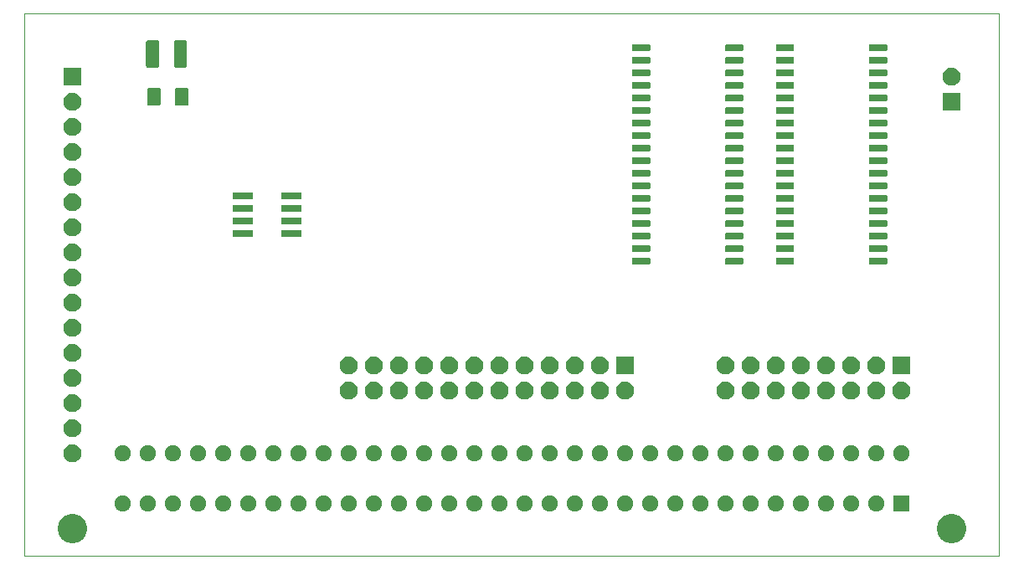
<source format=gbr>
G04 #@! TF.GenerationSoftware,KiCad,Pcbnew,5.1.5+dfsg1-2build2*
G04 #@! TF.CreationDate,2021-07-19T22:25:01+01:00*
G04 #@! TF.ProjectId,TestSRAM,54657374-5352-4414-9d2e-6b696361645f,rev?*
G04 #@! TF.SameCoordinates,Original*
G04 #@! TF.FileFunction,Soldermask,Top*
G04 #@! TF.FilePolarity,Negative*
%FSLAX46Y46*%
G04 Gerber Fmt 4.6, Leading zero omitted, Abs format (unit mm)*
G04 Created by KiCad (PCBNEW 5.1.5+dfsg1-2build2) date 2021-07-19 22:25:01*
%MOMM*%
%LPD*%
G04 APERTURE LIST*
%ADD10C,0.050000*%
%ADD11C,0.100000*%
G04 APERTURE END LIST*
D10*
X178181000Y-100965000D02*
X178181000Y-155829000D01*
X79629000Y-100965000D02*
X178181000Y-100965000D01*
X79629000Y-155829000D02*
X79629000Y-100965000D01*
X178181000Y-155829000D02*
X79629000Y-155829000D01*
D11*
G36*
X173785532Y-151615721D02*
G01*
X174054147Y-151726985D01*
X174295895Y-151888516D01*
X174501484Y-152094105D01*
X174663015Y-152335853D01*
X174774279Y-152604468D01*
X174831000Y-152889625D01*
X174831000Y-153180375D01*
X174774279Y-153465532D01*
X174663015Y-153734147D01*
X174501484Y-153975895D01*
X174295895Y-154181484D01*
X174054147Y-154343015D01*
X173785532Y-154454279D01*
X173500375Y-154511000D01*
X173209625Y-154511000D01*
X172924468Y-154454279D01*
X172655853Y-154343015D01*
X172414105Y-154181484D01*
X172208516Y-153975895D01*
X172046985Y-153734147D01*
X171935721Y-153465532D01*
X171879000Y-153180375D01*
X171879000Y-152889625D01*
X171935721Y-152604468D01*
X172046985Y-152335853D01*
X172208516Y-152094105D01*
X172414105Y-151888516D01*
X172655853Y-151726985D01*
X172924468Y-151615721D01*
X173209625Y-151559000D01*
X173500375Y-151559000D01*
X173785532Y-151615721D01*
G37*
G36*
X84885532Y-151615721D02*
G01*
X85154147Y-151726985D01*
X85395895Y-151888516D01*
X85601484Y-152094105D01*
X85763015Y-152335853D01*
X85874279Y-152604468D01*
X85931000Y-152889625D01*
X85931000Y-153180375D01*
X85874279Y-153465532D01*
X85763015Y-153734147D01*
X85601484Y-153975895D01*
X85395895Y-154181484D01*
X85154147Y-154343015D01*
X84885532Y-154454279D01*
X84600375Y-154511000D01*
X84309625Y-154511000D01*
X84024468Y-154454279D01*
X83755853Y-154343015D01*
X83514105Y-154181484D01*
X83308516Y-153975895D01*
X83146985Y-153734147D01*
X83035721Y-153465532D01*
X82979000Y-153180375D01*
X82979000Y-152889625D01*
X83035721Y-152604468D01*
X83146985Y-152335853D01*
X83308516Y-152094105D01*
X83514105Y-151888516D01*
X83755853Y-151726985D01*
X84024468Y-151615721D01*
X84309625Y-151559000D01*
X84600375Y-151559000D01*
X84885532Y-151615721D01*
G37*
G36*
X168954568Y-149673086D02*
G01*
X168988560Y-149683397D01*
X169019877Y-149700137D01*
X169047332Y-149722668D01*
X169069863Y-149750123D01*
X169086603Y-149781440D01*
X169096914Y-149815432D01*
X169101000Y-149856915D01*
X169101000Y-151133085D01*
X169096914Y-151174568D01*
X169086603Y-151208560D01*
X169069863Y-151239877D01*
X169047332Y-151267332D01*
X169019877Y-151289863D01*
X168988560Y-151306603D01*
X168954568Y-151316914D01*
X168913085Y-151321000D01*
X167636915Y-151321000D01*
X167595432Y-151316914D01*
X167561440Y-151306603D01*
X167530123Y-151289863D01*
X167502668Y-151267332D01*
X167480137Y-151239877D01*
X167463397Y-151208560D01*
X167453086Y-151174568D01*
X167449000Y-151133085D01*
X167449000Y-149856915D01*
X167453086Y-149815432D01*
X167463397Y-149781440D01*
X167480137Y-149750123D01*
X167502668Y-149722668D01*
X167530123Y-149700137D01*
X167561440Y-149683397D01*
X167595432Y-149673086D01*
X167636915Y-149669000D01*
X168913085Y-149669000D01*
X168954568Y-149673086D01*
G37*
G36*
X110095935Y-149700742D02*
G01*
X110246258Y-149763008D01*
X110381545Y-149853404D01*
X110496596Y-149968455D01*
X110586992Y-150103742D01*
X110649258Y-150254065D01*
X110681000Y-150413646D01*
X110681000Y-150576354D01*
X110649258Y-150735935D01*
X110586992Y-150886258D01*
X110496596Y-151021545D01*
X110381545Y-151136596D01*
X110246258Y-151226992D01*
X110095935Y-151289258D01*
X109936354Y-151321000D01*
X109773646Y-151321000D01*
X109614065Y-151289258D01*
X109463742Y-151226992D01*
X109328455Y-151136596D01*
X109213404Y-151021545D01*
X109123008Y-150886258D01*
X109060742Y-150735935D01*
X109029000Y-150576354D01*
X109029000Y-150413646D01*
X109060742Y-150254065D01*
X109123008Y-150103742D01*
X109213404Y-149968455D01*
X109328455Y-149853404D01*
X109463742Y-149763008D01*
X109614065Y-149700742D01*
X109773646Y-149669000D01*
X109936354Y-149669000D01*
X110095935Y-149700742D01*
G37*
G36*
X125335935Y-149700742D02*
G01*
X125486258Y-149763008D01*
X125621545Y-149853404D01*
X125736596Y-149968455D01*
X125826992Y-150103742D01*
X125889258Y-150254065D01*
X125921000Y-150413646D01*
X125921000Y-150576354D01*
X125889258Y-150735935D01*
X125826992Y-150886258D01*
X125736596Y-151021545D01*
X125621545Y-151136596D01*
X125486258Y-151226992D01*
X125335935Y-151289258D01*
X125176354Y-151321000D01*
X125013646Y-151321000D01*
X124854065Y-151289258D01*
X124703742Y-151226992D01*
X124568455Y-151136596D01*
X124453404Y-151021545D01*
X124363008Y-150886258D01*
X124300742Y-150735935D01*
X124269000Y-150576354D01*
X124269000Y-150413646D01*
X124300742Y-150254065D01*
X124363008Y-150103742D01*
X124453404Y-149968455D01*
X124568455Y-149853404D01*
X124703742Y-149763008D01*
X124854065Y-149700742D01*
X125013646Y-149669000D01*
X125176354Y-149669000D01*
X125335935Y-149700742D01*
G37*
G36*
X122795935Y-149700742D02*
G01*
X122946258Y-149763008D01*
X123081545Y-149853404D01*
X123196596Y-149968455D01*
X123286992Y-150103742D01*
X123349258Y-150254065D01*
X123381000Y-150413646D01*
X123381000Y-150576354D01*
X123349258Y-150735935D01*
X123286992Y-150886258D01*
X123196596Y-151021545D01*
X123081545Y-151136596D01*
X122946258Y-151226992D01*
X122795935Y-151289258D01*
X122636354Y-151321000D01*
X122473646Y-151321000D01*
X122314065Y-151289258D01*
X122163742Y-151226992D01*
X122028455Y-151136596D01*
X121913404Y-151021545D01*
X121823008Y-150886258D01*
X121760742Y-150735935D01*
X121729000Y-150576354D01*
X121729000Y-150413646D01*
X121760742Y-150254065D01*
X121823008Y-150103742D01*
X121913404Y-149968455D01*
X122028455Y-149853404D01*
X122163742Y-149763008D01*
X122314065Y-149700742D01*
X122473646Y-149669000D01*
X122636354Y-149669000D01*
X122795935Y-149700742D01*
G37*
G36*
X120255935Y-149700742D02*
G01*
X120406258Y-149763008D01*
X120541545Y-149853404D01*
X120656596Y-149968455D01*
X120746992Y-150103742D01*
X120809258Y-150254065D01*
X120841000Y-150413646D01*
X120841000Y-150576354D01*
X120809258Y-150735935D01*
X120746992Y-150886258D01*
X120656596Y-151021545D01*
X120541545Y-151136596D01*
X120406258Y-151226992D01*
X120255935Y-151289258D01*
X120096354Y-151321000D01*
X119933646Y-151321000D01*
X119774065Y-151289258D01*
X119623742Y-151226992D01*
X119488455Y-151136596D01*
X119373404Y-151021545D01*
X119283008Y-150886258D01*
X119220742Y-150735935D01*
X119189000Y-150576354D01*
X119189000Y-150413646D01*
X119220742Y-150254065D01*
X119283008Y-150103742D01*
X119373404Y-149968455D01*
X119488455Y-149853404D01*
X119623742Y-149763008D01*
X119774065Y-149700742D01*
X119933646Y-149669000D01*
X120096354Y-149669000D01*
X120255935Y-149700742D01*
G37*
G36*
X117715935Y-149700742D02*
G01*
X117866258Y-149763008D01*
X118001545Y-149853404D01*
X118116596Y-149968455D01*
X118206992Y-150103742D01*
X118269258Y-150254065D01*
X118301000Y-150413646D01*
X118301000Y-150576354D01*
X118269258Y-150735935D01*
X118206992Y-150886258D01*
X118116596Y-151021545D01*
X118001545Y-151136596D01*
X117866258Y-151226992D01*
X117715935Y-151289258D01*
X117556354Y-151321000D01*
X117393646Y-151321000D01*
X117234065Y-151289258D01*
X117083742Y-151226992D01*
X116948455Y-151136596D01*
X116833404Y-151021545D01*
X116743008Y-150886258D01*
X116680742Y-150735935D01*
X116649000Y-150576354D01*
X116649000Y-150413646D01*
X116680742Y-150254065D01*
X116743008Y-150103742D01*
X116833404Y-149968455D01*
X116948455Y-149853404D01*
X117083742Y-149763008D01*
X117234065Y-149700742D01*
X117393646Y-149669000D01*
X117556354Y-149669000D01*
X117715935Y-149700742D01*
G37*
G36*
X115175935Y-149700742D02*
G01*
X115326258Y-149763008D01*
X115461545Y-149853404D01*
X115576596Y-149968455D01*
X115666992Y-150103742D01*
X115729258Y-150254065D01*
X115761000Y-150413646D01*
X115761000Y-150576354D01*
X115729258Y-150735935D01*
X115666992Y-150886258D01*
X115576596Y-151021545D01*
X115461545Y-151136596D01*
X115326258Y-151226992D01*
X115175935Y-151289258D01*
X115016354Y-151321000D01*
X114853646Y-151321000D01*
X114694065Y-151289258D01*
X114543742Y-151226992D01*
X114408455Y-151136596D01*
X114293404Y-151021545D01*
X114203008Y-150886258D01*
X114140742Y-150735935D01*
X114109000Y-150576354D01*
X114109000Y-150413646D01*
X114140742Y-150254065D01*
X114203008Y-150103742D01*
X114293404Y-149968455D01*
X114408455Y-149853404D01*
X114543742Y-149763008D01*
X114694065Y-149700742D01*
X114853646Y-149669000D01*
X115016354Y-149669000D01*
X115175935Y-149700742D01*
G37*
G36*
X112635935Y-149700742D02*
G01*
X112786258Y-149763008D01*
X112921545Y-149853404D01*
X113036596Y-149968455D01*
X113126992Y-150103742D01*
X113189258Y-150254065D01*
X113221000Y-150413646D01*
X113221000Y-150576354D01*
X113189258Y-150735935D01*
X113126992Y-150886258D01*
X113036596Y-151021545D01*
X112921545Y-151136596D01*
X112786258Y-151226992D01*
X112635935Y-151289258D01*
X112476354Y-151321000D01*
X112313646Y-151321000D01*
X112154065Y-151289258D01*
X112003742Y-151226992D01*
X111868455Y-151136596D01*
X111753404Y-151021545D01*
X111663008Y-150886258D01*
X111600742Y-150735935D01*
X111569000Y-150576354D01*
X111569000Y-150413646D01*
X111600742Y-150254065D01*
X111663008Y-150103742D01*
X111753404Y-149968455D01*
X111868455Y-149853404D01*
X112003742Y-149763008D01*
X112154065Y-149700742D01*
X112313646Y-149669000D01*
X112476354Y-149669000D01*
X112635935Y-149700742D01*
G37*
G36*
X107555935Y-149700742D02*
G01*
X107706258Y-149763008D01*
X107841545Y-149853404D01*
X107956596Y-149968455D01*
X108046992Y-150103742D01*
X108109258Y-150254065D01*
X108141000Y-150413646D01*
X108141000Y-150576354D01*
X108109258Y-150735935D01*
X108046992Y-150886258D01*
X107956596Y-151021545D01*
X107841545Y-151136596D01*
X107706258Y-151226992D01*
X107555935Y-151289258D01*
X107396354Y-151321000D01*
X107233646Y-151321000D01*
X107074065Y-151289258D01*
X106923742Y-151226992D01*
X106788455Y-151136596D01*
X106673404Y-151021545D01*
X106583008Y-150886258D01*
X106520742Y-150735935D01*
X106489000Y-150576354D01*
X106489000Y-150413646D01*
X106520742Y-150254065D01*
X106583008Y-150103742D01*
X106673404Y-149968455D01*
X106788455Y-149853404D01*
X106923742Y-149763008D01*
X107074065Y-149700742D01*
X107233646Y-149669000D01*
X107396354Y-149669000D01*
X107555935Y-149700742D01*
G37*
G36*
X105015935Y-149700742D02*
G01*
X105166258Y-149763008D01*
X105301545Y-149853404D01*
X105416596Y-149968455D01*
X105506992Y-150103742D01*
X105569258Y-150254065D01*
X105601000Y-150413646D01*
X105601000Y-150576354D01*
X105569258Y-150735935D01*
X105506992Y-150886258D01*
X105416596Y-151021545D01*
X105301545Y-151136596D01*
X105166258Y-151226992D01*
X105015935Y-151289258D01*
X104856354Y-151321000D01*
X104693646Y-151321000D01*
X104534065Y-151289258D01*
X104383742Y-151226992D01*
X104248455Y-151136596D01*
X104133404Y-151021545D01*
X104043008Y-150886258D01*
X103980742Y-150735935D01*
X103949000Y-150576354D01*
X103949000Y-150413646D01*
X103980742Y-150254065D01*
X104043008Y-150103742D01*
X104133404Y-149968455D01*
X104248455Y-149853404D01*
X104383742Y-149763008D01*
X104534065Y-149700742D01*
X104693646Y-149669000D01*
X104856354Y-149669000D01*
X105015935Y-149700742D01*
G37*
G36*
X102475935Y-149700742D02*
G01*
X102626258Y-149763008D01*
X102761545Y-149853404D01*
X102876596Y-149968455D01*
X102966992Y-150103742D01*
X103029258Y-150254065D01*
X103061000Y-150413646D01*
X103061000Y-150576354D01*
X103029258Y-150735935D01*
X102966992Y-150886258D01*
X102876596Y-151021545D01*
X102761545Y-151136596D01*
X102626258Y-151226992D01*
X102475935Y-151289258D01*
X102316354Y-151321000D01*
X102153646Y-151321000D01*
X101994065Y-151289258D01*
X101843742Y-151226992D01*
X101708455Y-151136596D01*
X101593404Y-151021545D01*
X101503008Y-150886258D01*
X101440742Y-150735935D01*
X101409000Y-150576354D01*
X101409000Y-150413646D01*
X101440742Y-150254065D01*
X101503008Y-150103742D01*
X101593404Y-149968455D01*
X101708455Y-149853404D01*
X101843742Y-149763008D01*
X101994065Y-149700742D01*
X102153646Y-149669000D01*
X102316354Y-149669000D01*
X102475935Y-149700742D01*
G37*
G36*
X99935935Y-149700742D02*
G01*
X100086258Y-149763008D01*
X100221545Y-149853404D01*
X100336596Y-149968455D01*
X100426992Y-150103742D01*
X100489258Y-150254065D01*
X100521000Y-150413646D01*
X100521000Y-150576354D01*
X100489258Y-150735935D01*
X100426992Y-150886258D01*
X100336596Y-151021545D01*
X100221545Y-151136596D01*
X100086258Y-151226992D01*
X99935935Y-151289258D01*
X99776354Y-151321000D01*
X99613646Y-151321000D01*
X99454065Y-151289258D01*
X99303742Y-151226992D01*
X99168455Y-151136596D01*
X99053404Y-151021545D01*
X98963008Y-150886258D01*
X98900742Y-150735935D01*
X98869000Y-150576354D01*
X98869000Y-150413646D01*
X98900742Y-150254065D01*
X98963008Y-150103742D01*
X99053404Y-149968455D01*
X99168455Y-149853404D01*
X99303742Y-149763008D01*
X99454065Y-149700742D01*
X99613646Y-149669000D01*
X99776354Y-149669000D01*
X99935935Y-149700742D01*
G37*
G36*
X97395935Y-149700742D02*
G01*
X97546258Y-149763008D01*
X97681545Y-149853404D01*
X97796596Y-149968455D01*
X97886992Y-150103742D01*
X97949258Y-150254065D01*
X97981000Y-150413646D01*
X97981000Y-150576354D01*
X97949258Y-150735935D01*
X97886992Y-150886258D01*
X97796596Y-151021545D01*
X97681545Y-151136596D01*
X97546258Y-151226992D01*
X97395935Y-151289258D01*
X97236354Y-151321000D01*
X97073646Y-151321000D01*
X96914065Y-151289258D01*
X96763742Y-151226992D01*
X96628455Y-151136596D01*
X96513404Y-151021545D01*
X96423008Y-150886258D01*
X96360742Y-150735935D01*
X96329000Y-150576354D01*
X96329000Y-150413646D01*
X96360742Y-150254065D01*
X96423008Y-150103742D01*
X96513404Y-149968455D01*
X96628455Y-149853404D01*
X96763742Y-149763008D01*
X96914065Y-149700742D01*
X97073646Y-149669000D01*
X97236354Y-149669000D01*
X97395935Y-149700742D01*
G37*
G36*
X94855935Y-149700742D02*
G01*
X95006258Y-149763008D01*
X95141545Y-149853404D01*
X95256596Y-149968455D01*
X95346992Y-150103742D01*
X95409258Y-150254065D01*
X95441000Y-150413646D01*
X95441000Y-150576354D01*
X95409258Y-150735935D01*
X95346992Y-150886258D01*
X95256596Y-151021545D01*
X95141545Y-151136596D01*
X95006258Y-151226992D01*
X94855935Y-151289258D01*
X94696354Y-151321000D01*
X94533646Y-151321000D01*
X94374065Y-151289258D01*
X94223742Y-151226992D01*
X94088455Y-151136596D01*
X93973404Y-151021545D01*
X93883008Y-150886258D01*
X93820742Y-150735935D01*
X93789000Y-150576354D01*
X93789000Y-150413646D01*
X93820742Y-150254065D01*
X93883008Y-150103742D01*
X93973404Y-149968455D01*
X94088455Y-149853404D01*
X94223742Y-149763008D01*
X94374065Y-149700742D01*
X94533646Y-149669000D01*
X94696354Y-149669000D01*
X94855935Y-149700742D01*
G37*
G36*
X92315935Y-149700742D02*
G01*
X92466258Y-149763008D01*
X92601545Y-149853404D01*
X92716596Y-149968455D01*
X92806992Y-150103742D01*
X92869258Y-150254065D01*
X92901000Y-150413646D01*
X92901000Y-150576354D01*
X92869258Y-150735935D01*
X92806992Y-150886258D01*
X92716596Y-151021545D01*
X92601545Y-151136596D01*
X92466258Y-151226992D01*
X92315935Y-151289258D01*
X92156354Y-151321000D01*
X91993646Y-151321000D01*
X91834065Y-151289258D01*
X91683742Y-151226992D01*
X91548455Y-151136596D01*
X91433404Y-151021545D01*
X91343008Y-150886258D01*
X91280742Y-150735935D01*
X91249000Y-150576354D01*
X91249000Y-150413646D01*
X91280742Y-150254065D01*
X91343008Y-150103742D01*
X91433404Y-149968455D01*
X91548455Y-149853404D01*
X91683742Y-149763008D01*
X91834065Y-149700742D01*
X91993646Y-149669000D01*
X92156354Y-149669000D01*
X92315935Y-149700742D01*
G37*
G36*
X89775935Y-149700742D02*
G01*
X89926258Y-149763008D01*
X90061545Y-149853404D01*
X90176596Y-149968455D01*
X90266992Y-150103742D01*
X90329258Y-150254065D01*
X90361000Y-150413646D01*
X90361000Y-150576354D01*
X90329258Y-150735935D01*
X90266992Y-150886258D01*
X90176596Y-151021545D01*
X90061545Y-151136596D01*
X89926258Y-151226992D01*
X89775935Y-151289258D01*
X89616354Y-151321000D01*
X89453646Y-151321000D01*
X89294065Y-151289258D01*
X89143742Y-151226992D01*
X89008455Y-151136596D01*
X88893404Y-151021545D01*
X88803008Y-150886258D01*
X88740742Y-150735935D01*
X88709000Y-150576354D01*
X88709000Y-150413646D01*
X88740742Y-150254065D01*
X88803008Y-150103742D01*
X88893404Y-149968455D01*
X89008455Y-149853404D01*
X89143742Y-149763008D01*
X89294065Y-149700742D01*
X89453646Y-149669000D01*
X89616354Y-149669000D01*
X89775935Y-149700742D01*
G37*
G36*
X148195935Y-149700742D02*
G01*
X148346258Y-149763008D01*
X148481545Y-149853404D01*
X148596596Y-149968455D01*
X148686992Y-150103742D01*
X148749258Y-150254065D01*
X148781000Y-150413646D01*
X148781000Y-150576354D01*
X148749258Y-150735935D01*
X148686992Y-150886258D01*
X148596596Y-151021545D01*
X148481545Y-151136596D01*
X148346258Y-151226992D01*
X148195935Y-151289258D01*
X148036354Y-151321000D01*
X147873646Y-151321000D01*
X147714065Y-151289258D01*
X147563742Y-151226992D01*
X147428455Y-151136596D01*
X147313404Y-151021545D01*
X147223008Y-150886258D01*
X147160742Y-150735935D01*
X147129000Y-150576354D01*
X147129000Y-150413646D01*
X147160742Y-150254065D01*
X147223008Y-150103742D01*
X147313404Y-149968455D01*
X147428455Y-149853404D01*
X147563742Y-149763008D01*
X147714065Y-149700742D01*
X147873646Y-149669000D01*
X148036354Y-149669000D01*
X148195935Y-149700742D01*
G37*
G36*
X165975935Y-149700742D02*
G01*
X166126258Y-149763008D01*
X166261545Y-149853404D01*
X166376596Y-149968455D01*
X166466992Y-150103742D01*
X166529258Y-150254065D01*
X166561000Y-150413646D01*
X166561000Y-150576354D01*
X166529258Y-150735935D01*
X166466992Y-150886258D01*
X166376596Y-151021545D01*
X166261545Y-151136596D01*
X166126258Y-151226992D01*
X165975935Y-151289258D01*
X165816354Y-151321000D01*
X165653646Y-151321000D01*
X165494065Y-151289258D01*
X165343742Y-151226992D01*
X165208455Y-151136596D01*
X165093404Y-151021545D01*
X165003008Y-150886258D01*
X164940742Y-150735935D01*
X164909000Y-150576354D01*
X164909000Y-150413646D01*
X164940742Y-150254065D01*
X165003008Y-150103742D01*
X165093404Y-149968455D01*
X165208455Y-149853404D01*
X165343742Y-149763008D01*
X165494065Y-149700742D01*
X165653646Y-149669000D01*
X165816354Y-149669000D01*
X165975935Y-149700742D01*
G37*
G36*
X130415935Y-149700742D02*
G01*
X130566258Y-149763008D01*
X130701545Y-149853404D01*
X130816596Y-149968455D01*
X130906992Y-150103742D01*
X130969258Y-150254065D01*
X131001000Y-150413646D01*
X131001000Y-150576354D01*
X130969258Y-150735935D01*
X130906992Y-150886258D01*
X130816596Y-151021545D01*
X130701545Y-151136596D01*
X130566258Y-151226992D01*
X130415935Y-151289258D01*
X130256354Y-151321000D01*
X130093646Y-151321000D01*
X129934065Y-151289258D01*
X129783742Y-151226992D01*
X129648455Y-151136596D01*
X129533404Y-151021545D01*
X129443008Y-150886258D01*
X129380742Y-150735935D01*
X129349000Y-150576354D01*
X129349000Y-150413646D01*
X129380742Y-150254065D01*
X129443008Y-150103742D01*
X129533404Y-149968455D01*
X129648455Y-149853404D01*
X129783742Y-149763008D01*
X129934065Y-149700742D01*
X130093646Y-149669000D01*
X130256354Y-149669000D01*
X130415935Y-149700742D01*
G37*
G36*
X132955935Y-149700742D02*
G01*
X133106258Y-149763008D01*
X133241545Y-149853404D01*
X133356596Y-149968455D01*
X133446992Y-150103742D01*
X133509258Y-150254065D01*
X133541000Y-150413646D01*
X133541000Y-150576354D01*
X133509258Y-150735935D01*
X133446992Y-150886258D01*
X133356596Y-151021545D01*
X133241545Y-151136596D01*
X133106258Y-151226992D01*
X132955935Y-151289258D01*
X132796354Y-151321000D01*
X132633646Y-151321000D01*
X132474065Y-151289258D01*
X132323742Y-151226992D01*
X132188455Y-151136596D01*
X132073404Y-151021545D01*
X131983008Y-150886258D01*
X131920742Y-150735935D01*
X131889000Y-150576354D01*
X131889000Y-150413646D01*
X131920742Y-150254065D01*
X131983008Y-150103742D01*
X132073404Y-149968455D01*
X132188455Y-149853404D01*
X132323742Y-149763008D01*
X132474065Y-149700742D01*
X132633646Y-149669000D01*
X132796354Y-149669000D01*
X132955935Y-149700742D01*
G37*
G36*
X135495935Y-149700742D02*
G01*
X135646258Y-149763008D01*
X135781545Y-149853404D01*
X135896596Y-149968455D01*
X135986992Y-150103742D01*
X136049258Y-150254065D01*
X136081000Y-150413646D01*
X136081000Y-150576354D01*
X136049258Y-150735935D01*
X135986992Y-150886258D01*
X135896596Y-151021545D01*
X135781545Y-151136596D01*
X135646258Y-151226992D01*
X135495935Y-151289258D01*
X135336354Y-151321000D01*
X135173646Y-151321000D01*
X135014065Y-151289258D01*
X134863742Y-151226992D01*
X134728455Y-151136596D01*
X134613404Y-151021545D01*
X134523008Y-150886258D01*
X134460742Y-150735935D01*
X134429000Y-150576354D01*
X134429000Y-150413646D01*
X134460742Y-150254065D01*
X134523008Y-150103742D01*
X134613404Y-149968455D01*
X134728455Y-149853404D01*
X134863742Y-149763008D01*
X135014065Y-149700742D01*
X135173646Y-149669000D01*
X135336354Y-149669000D01*
X135495935Y-149700742D01*
G37*
G36*
X138035935Y-149700742D02*
G01*
X138186258Y-149763008D01*
X138321545Y-149853404D01*
X138436596Y-149968455D01*
X138526992Y-150103742D01*
X138589258Y-150254065D01*
X138621000Y-150413646D01*
X138621000Y-150576354D01*
X138589258Y-150735935D01*
X138526992Y-150886258D01*
X138436596Y-151021545D01*
X138321545Y-151136596D01*
X138186258Y-151226992D01*
X138035935Y-151289258D01*
X137876354Y-151321000D01*
X137713646Y-151321000D01*
X137554065Y-151289258D01*
X137403742Y-151226992D01*
X137268455Y-151136596D01*
X137153404Y-151021545D01*
X137063008Y-150886258D01*
X137000742Y-150735935D01*
X136969000Y-150576354D01*
X136969000Y-150413646D01*
X137000742Y-150254065D01*
X137063008Y-150103742D01*
X137153404Y-149968455D01*
X137268455Y-149853404D01*
X137403742Y-149763008D01*
X137554065Y-149700742D01*
X137713646Y-149669000D01*
X137876354Y-149669000D01*
X138035935Y-149700742D01*
G37*
G36*
X140575935Y-149700742D02*
G01*
X140726258Y-149763008D01*
X140861545Y-149853404D01*
X140976596Y-149968455D01*
X141066992Y-150103742D01*
X141129258Y-150254065D01*
X141161000Y-150413646D01*
X141161000Y-150576354D01*
X141129258Y-150735935D01*
X141066992Y-150886258D01*
X140976596Y-151021545D01*
X140861545Y-151136596D01*
X140726258Y-151226992D01*
X140575935Y-151289258D01*
X140416354Y-151321000D01*
X140253646Y-151321000D01*
X140094065Y-151289258D01*
X139943742Y-151226992D01*
X139808455Y-151136596D01*
X139693404Y-151021545D01*
X139603008Y-150886258D01*
X139540742Y-150735935D01*
X139509000Y-150576354D01*
X139509000Y-150413646D01*
X139540742Y-150254065D01*
X139603008Y-150103742D01*
X139693404Y-149968455D01*
X139808455Y-149853404D01*
X139943742Y-149763008D01*
X140094065Y-149700742D01*
X140253646Y-149669000D01*
X140416354Y-149669000D01*
X140575935Y-149700742D01*
G37*
G36*
X143115935Y-149700742D02*
G01*
X143266258Y-149763008D01*
X143401545Y-149853404D01*
X143516596Y-149968455D01*
X143606992Y-150103742D01*
X143669258Y-150254065D01*
X143701000Y-150413646D01*
X143701000Y-150576354D01*
X143669258Y-150735935D01*
X143606992Y-150886258D01*
X143516596Y-151021545D01*
X143401545Y-151136596D01*
X143266258Y-151226992D01*
X143115935Y-151289258D01*
X142956354Y-151321000D01*
X142793646Y-151321000D01*
X142634065Y-151289258D01*
X142483742Y-151226992D01*
X142348455Y-151136596D01*
X142233404Y-151021545D01*
X142143008Y-150886258D01*
X142080742Y-150735935D01*
X142049000Y-150576354D01*
X142049000Y-150413646D01*
X142080742Y-150254065D01*
X142143008Y-150103742D01*
X142233404Y-149968455D01*
X142348455Y-149853404D01*
X142483742Y-149763008D01*
X142634065Y-149700742D01*
X142793646Y-149669000D01*
X142956354Y-149669000D01*
X143115935Y-149700742D01*
G37*
G36*
X145655935Y-149700742D02*
G01*
X145806258Y-149763008D01*
X145941545Y-149853404D01*
X146056596Y-149968455D01*
X146146992Y-150103742D01*
X146209258Y-150254065D01*
X146241000Y-150413646D01*
X146241000Y-150576354D01*
X146209258Y-150735935D01*
X146146992Y-150886258D01*
X146056596Y-151021545D01*
X145941545Y-151136596D01*
X145806258Y-151226992D01*
X145655935Y-151289258D01*
X145496354Y-151321000D01*
X145333646Y-151321000D01*
X145174065Y-151289258D01*
X145023742Y-151226992D01*
X144888455Y-151136596D01*
X144773404Y-151021545D01*
X144683008Y-150886258D01*
X144620742Y-150735935D01*
X144589000Y-150576354D01*
X144589000Y-150413646D01*
X144620742Y-150254065D01*
X144683008Y-150103742D01*
X144773404Y-149968455D01*
X144888455Y-149853404D01*
X145023742Y-149763008D01*
X145174065Y-149700742D01*
X145333646Y-149669000D01*
X145496354Y-149669000D01*
X145655935Y-149700742D01*
G37*
G36*
X150735935Y-149700742D02*
G01*
X150886258Y-149763008D01*
X151021545Y-149853404D01*
X151136596Y-149968455D01*
X151226992Y-150103742D01*
X151289258Y-150254065D01*
X151321000Y-150413646D01*
X151321000Y-150576354D01*
X151289258Y-150735935D01*
X151226992Y-150886258D01*
X151136596Y-151021545D01*
X151021545Y-151136596D01*
X150886258Y-151226992D01*
X150735935Y-151289258D01*
X150576354Y-151321000D01*
X150413646Y-151321000D01*
X150254065Y-151289258D01*
X150103742Y-151226992D01*
X149968455Y-151136596D01*
X149853404Y-151021545D01*
X149763008Y-150886258D01*
X149700742Y-150735935D01*
X149669000Y-150576354D01*
X149669000Y-150413646D01*
X149700742Y-150254065D01*
X149763008Y-150103742D01*
X149853404Y-149968455D01*
X149968455Y-149853404D01*
X150103742Y-149763008D01*
X150254065Y-149700742D01*
X150413646Y-149669000D01*
X150576354Y-149669000D01*
X150735935Y-149700742D01*
G37*
G36*
X127875935Y-149700742D02*
G01*
X128026258Y-149763008D01*
X128161545Y-149853404D01*
X128276596Y-149968455D01*
X128366992Y-150103742D01*
X128429258Y-150254065D01*
X128461000Y-150413646D01*
X128461000Y-150576354D01*
X128429258Y-150735935D01*
X128366992Y-150886258D01*
X128276596Y-151021545D01*
X128161545Y-151136596D01*
X128026258Y-151226992D01*
X127875935Y-151289258D01*
X127716354Y-151321000D01*
X127553646Y-151321000D01*
X127394065Y-151289258D01*
X127243742Y-151226992D01*
X127108455Y-151136596D01*
X126993404Y-151021545D01*
X126903008Y-150886258D01*
X126840742Y-150735935D01*
X126809000Y-150576354D01*
X126809000Y-150413646D01*
X126840742Y-150254065D01*
X126903008Y-150103742D01*
X126993404Y-149968455D01*
X127108455Y-149853404D01*
X127243742Y-149763008D01*
X127394065Y-149700742D01*
X127553646Y-149669000D01*
X127716354Y-149669000D01*
X127875935Y-149700742D01*
G37*
G36*
X153275935Y-149700742D02*
G01*
X153426258Y-149763008D01*
X153561545Y-149853404D01*
X153676596Y-149968455D01*
X153766992Y-150103742D01*
X153829258Y-150254065D01*
X153861000Y-150413646D01*
X153861000Y-150576354D01*
X153829258Y-150735935D01*
X153766992Y-150886258D01*
X153676596Y-151021545D01*
X153561545Y-151136596D01*
X153426258Y-151226992D01*
X153275935Y-151289258D01*
X153116354Y-151321000D01*
X152953646Y-151321000D01*
X152794065Y-151289258D01*
X152643742Y-151226992D01*
X152508455Y-151136596D01*
X152393404Y-151021545D01*
X152303008Y-150886258D01*
X152240742Y-150735935D01*
X152209000Y-150576354D01*
X152209000Y-150413646D01*
X152240742Y-150254065D01*
X152303008Y-150103742D01*
X152393404Y-149968455D01*
X152508455Y-149853404D01*
X152643742Y-149763008D01*
X152794065Y-149700742D01*
X152953646Y-149669000D01*
X153116354Y-149669000D01*
X153275935Y-149700742D01*
G37*
G36*
X155815935Y-149700742D02*
G01*
X155966258Y-149763008D01*
X156101545Y-149853404D01*
X156216596Y-149968455D01*
X156306992Y-150103742D01*
X156369258Y-150254065D01*
X156401000Y-150413646D01*
X156401000Y-150576354D01*
X156369258Y-150735935D01*
X156306992Y-150886258D01*
X156216596Y-151021545D01*
X156101545Y-151136596D01*
X155966258Y-151226992D01*
X155815935Y-151289258D01*
X155656354Y-151321000D01*
X155493646Y-151321000D01*
X155334065Y-151289258D01*
X155183742Y-151226992D01*
X155048455Y-151136596D01*
X154933404Y-151021545D01*
X154843008Y-150886258D01*
X154780742Y-150735935D01*
X154749000Y-150576354D01*
X154749000Y-150413646D01*
X154780742Y-150254065D01*
X154843008Y-150103742D01*
X154933404Y-149968455D01*
X155048455Y-149853404D01*
X155183742Y-149763008D01*
X155334065Y-149700742D01*
X155493646Y-149669000D01*
X155656354Y-149669000D01*
X155815935Y-149700742D01*
G37*
G36*
X158355935Y-149700742D02*
G01*
X158506258Y-149763008D01*
X158641545Y-149853404D01*
X158756596Y-149968455D01*
X158846992Y-150103742D01*
X158909258Y-150254065D01*
X158941000Y-150413646D01*
X158941000Y-150576354D01*
X158909258Y-150735935D01*
X158846992Y-150886258D01*
X158756596Y-151021545D01*
X158641545Y-151136596D01*
X158506258Y-151226992D01*
X158355935Y-151289258D01*
X158196354Y-151321000D01*
X158033646Y-151321000D01*
X157874065Y-151289258D01*
X157723742Y-151226992D01*
X157588455Y-151136596D01*
X157473404Y-151021545D01*
X157383008Y-150886258D01*
X157320742Y-150735935D01*
X157289000Y-150576354D01*
X157289000Y-150413646D01*
X157320742Y-150254065D01*
X157383008Y-150103742D01*
X157473404Y-149968455D01*
X157588455Y-149853404D01*
X157723742Y-149763008D01*
X157874065Y-149700742D01*
X158033646Y-149669000D01*
X158196354Y-149669000D01*
X158355935Y-149700742D01*
G37*
G36*
X160895935Y-149700742D02*
G01*
X161046258Y-149763008D01*
X161181545Y-149853404D01*
X161296596Y-149968455D01*
X161386992Y-150103742D01*
X161449258Y-150254065D01*
X161481000Y-150413646D01*
X161481000Y-150576354D01*
X161449258Y-150735935D01*
X161386992Y-150886258D01*
X161296596Y-151021545D01*
X161181545Y-151136596D01*
X161046258Y-151226992D01*
X160895935Y-151289258D01*
X160736354Y-151321000D01*
X160573646Y-151321000D01*
X160414065Y-151289258D01*
X160263742Y-151226992D01*
X160128455Y-151136596D01*
X160013404Y-151021545D01*
X159923008Y-150886258D01*
X159860742Y-150735935D01*
X159829000Y-150576354D01*
X159829000Y-150413646D01*
X159860742Y-150254065D01*
X159923008Y-150103742D01*
X160013404Y-149968455D01*
X160128455Y-149853404D01*
X160263742Y-149763008D01*
X160414065Y-149700742D01*
X160573646Y-149669000D01*
X160736354Y-149669000D01*
X160895935Y-149700742D01*
G37*
G36*
X163435935Y-149700742D02*
G01*
X163586258Y-149763008D01*
X163721545Y-149853404D01*
X163836596Y-149968455D01*
X163926992Y-150103742D01*
X163989258Y-150254065D01*
X164021000Y-150413646D01*
X164021000Y-150576354D01*
X163989258Y-150735935D01*
X163926992Y-150886258D01*
X163836596Y-151021545D01*
X163721545Y-151136596D01*
X163586258Y-151226992D01*
X163435935Y-151289258D01*
X163276354Y-151321000D01*
X163113646Y-151321000D01*
X162954065Y-151289258D01*
X162803742Y-151226992D01*
X162668455Y-151136596D01*
X162553404Y-151021545D01*
X162463008Y-150886258D01*
X162400742Y-150735935D01*
X162369000Y-150576354D01*
X162369000Y-150413646D01*
X162400742Y-150254065D01*
X162463008Y-150103742D01*
X162553404Y-149968455D01*
X162668455Y-149853404D01*
X162803742Y-149763008D01*
X162954065Y-149700742D01*
X163113646Y-149669000D01*
X163276354Y-149669000D01*
X163435935Y-149700742D01*
G37*
G36*
X84568512Y-144518927D02*
G01*
X84717812Y-144548624D01*
X84881784Y-144616544D01*
X85029354Y-144715147D01*
X85154853Y-144840646D01*
X85253456Y-144988216D01*
X85321376Y-145152188D01*
X85356000Y-145326259D01*
X85356000Y-145503741D01*
X85321376Y-145677812D01*
X85253456Y-145841784D01*
X85154853Y-145989354D01*
X85029354Y-146114853D01*
X84881784Y-146213456D01*
X84717812Y-146281376D01*
X84568512Y-146311073D01*
X84543742Y-146316000D01*
X84366258Y-146316000D01*
X84341488Y-146311073D01*
X84192188Y-146281376D01*
X84028216Y-146213456D01*
X83880646Y-146114853D01*
X83755147Y-145989354D01*
X83656544Y-145841784D01*
X83588624Y-145677812D01*
X83554000Y-145503741D01*
X83554000Y-145326259D01*
X83588624Y-145152188D01*
X83656544Y-144988216D01*
X83755147Y-144840646D01*
X83880646Y-144715147D01*
X84028216Y-144616544D01*
X84192188Y-144548624D01*
X84341488Y-144518927D01*
X84366258Y-144514000D01*
X84543742Y-144514000D01*
X84568512Y-144518927D01*
G37*
G36*
X89775935Y-144620742D02*
G01*
X89926258Y-144683008D01*
X90061545Y-144773404D01*
X90176596Y-144888455D01*
X90266992Y-145023742D01*
X90329258Y-145174065D01*
X90361000Y-145333646D01*
X90361000Y-145496354D01*
X90329258Y-145655935D01*
X90266992Y-145806258D01*
X90176596Y-145941545D01*
X90061545Y-146056596D01*
X89926258Y-146146992D01*
X89775935Y-146209258D01*
X89616354Y-146241000D01*
X89453646Y-146241000D01*
X89294065Y-146209258D01*
X89143742Y-146146992D01*
X89008455Y-146056596D01*
X88893404Y-145941545D01*
X88803008Y-145806258D01*
X88740742Y-145655935D01*
X88709000Y-145496354D01*
X88709000Y-145333646D01*
X88740742Y-145174065D01*
X88803008Y-145023742D01*
X88893404Y-144888455D01*
X89008455Y-144773404D01*
X89143742Y-144683008D01*
X89294065Y-144620742D01*
X89453646Y-144589000D01*
X89616354Y-144589000D01*
X89775935Y-144620742D01*
G37*
G36*
X168515935Y-144620742D02*
G01*
X168666258Y-144683008D01*
X168801545Y-144773404D01*
X168916596Y-144888455D01*
X169006992Y-145023742D01*
X169069258Y-145174065D01*
X169101000Y-145333646D01*
X169101000Y-145496354D01*
X169069258Y-145655935D01*
X169006992Y-145806258D01*
X168916596Y-145941545D01*
X168801545Y-146056596D01*
X168666258Y-146146992D01*
X168515935Y-146209258D01*
X168356354Y-146241000D01*
X168193646Y-146241000D01*
X168034065Y-146209258D01*
X167883742Y-146146992D01*
X167748455Y-146056596D01*
X167633404Y-145941545D01*
X167543008Y-145806258D01*
X167480742Y-145655935D01*
X167449000Y-145496354D01*
X167449000Y-145333646D01*
X167480742Y-145174065D01*
X167543008Y-145023742D01*
X167633404Y-144888455D01*
X167748455Y-144773404D01*
X167883742Y-144683008D01*
X168034065Y-144620742D01*
X168193646Y-144589000D01*
X168356354Y-144589000D01*
X168515935Y-144620742D01*
G37*
G36*
X165975935Y-144620742D02*
G01*
X166126258Y-144683008D01*
X166261545Y-144773404D01*
X166376596Y-144888455D01*
X166466992Y-145023742D01*
X166529258Y-145174065D01*
X166561000Y-145333646D01*
X166561000Y-145496354D01*
X166529258Y-145655935D01*
X166466992Y-145806258D01*
X166376596Y-145941545D01*
X166261545Y-146056596D01*
X166126258Y-146146992D01*
X165975935Y-146209258D01*
X165816354Y-146241000D01*
X165653646Y-146241000D01*
X165494065Y-146209258D01*
X165343742Y-146146992D01*
X165208455Y-146056596D01*
X165093404Y-145941545D01*
X165003008Y-145806258D01*
X164940742Y-145655935D01*
X164909000Y-145496354D01*
X164909000Y-145333646D01*
X164940742Y-145174065D01*
X165003008Y-145023742D01*
X165093404Y-144888455D01*
X165208455Y-144773404D01*
X165343742Y-144683008D01*
X165494065Y-144620742D01*
X165653646Y-144589000D01*
X165816354Y-144589000D01*
X165975935Y-144620742D01*
G37*
G36*
X163435935Y-144620742D02*
G01*
X163586258Y-144683008D01*
X163721545Y-144773404D01*
X163836596Y-144888455D01*
X163926992Y-145023742D01*
X163989258Y-145174065D01*
X164021000Y-145333646D01*
X164021000Y-145496354D01*
X163989258Y-145655935D01*
X163926992Y-145806258D01*
X163836596Y-145941545D01*
X163721545Y-146056596D01*
X163586258Y-146146992D01*
X163435935Y-146209258D01*
X163276354Y-146241000D01*
X163113646Y-146241000D01*
X162954065Y-146209258D01*
X162803742Y-146146992D01*
X162668455Y-146056596D01*
X162553404Y-145941545D01*
X162463008Y-145806258D01*
X162400742Y-145655935D01*
X162369000Y-145496354D01*
X162369000Y-145333646D01*
X162400742Y-145174065D01*
X162463008Y-145023742D01*
X162553404Y-144888455D01*
X162668455Y-144773404D01*
X162803742Y-144683008D01*
X162954065Y-144620742D01*
X163113646Y-144589000D01*
X163276354Y-144589000D01*
X163435935Y-144620742D01*
G37*
G36*
X160895935Y-144620742D02*
G01*
X161046258Y-144683008D01*
X161181545Y-144773404D01*
X161296596Y-144888455D01*
X161386992Y-145023742D01*
X161449258Y-145174065D01*
X161481000Y-145333646D01*
X161481000Y-145496354D01*
X161449258Y-145655935D01*
X161386992Y-145806258D01*
X161296596Y-145941545D01*
X161181545Y-146056596D01*
X161046258Y-146146992D01*
X160895935Y-146209258D01*
X160736354Y-146241000D01*
X160573646Y-146241000D01*
X160414065Y-146209258D01*
X160263742Y-146146992D01*
X160128455Y-146056596D01*
X160013404Y-145941545D01*
X159923008Y-145806258D01*
X159860742Y-145655935D01*
X159829000Y-145496354D01*
X159829000Y-145333646D01*
X159860742Y-145174065D01*
X159923008Y-145023742D01*
X160013404Y-144888455D01*
X160128455Y-144773404D01*
X160263742Y-144683008D01*
X160414065Y-144620742D01*
X160573646Y-144589000D01*
X160736354Y-144589000D01*
X160895935Y-144620742D01*
G37*
G36*
X158355935Y-144620742D02*
G01*
X158506258Y-144683008D01*
X158641545Y-144773404D01*
X158756596Y-144888455D01*
X158846992Y-145023742D01*
X158909258Y-145174065D01*
X158941000Y-145333646D01*
X158941000Y-145496354D01*
X158909258Y-145655935D01*
X158846992Y-145806258D01*
X158756596Y-145941545D01*
X158641545Y-146056596D01*
X158506258Y-146146992D01*
X158355935Y-146209258D01*
X158196354Y-146241000D01*
X158033646Y-146241000D01*
X157874065Y-146209258D01*
X157723742Y-146146992D01*
X157588455Y-146056596D01*
X157473404Y-145941545D01*
X157383008Y-145806258D01*
X157320742Y-145655935D01*
X157289000Y-145496354D01*
X157289000Y-145333646D01*
X157320742Y-145174065D01*
X157383008Y-145023742D01*
X157473404Y-144888455D01*
X157588455Y-144773404D01*
X157723742Y-144683008D01*
X157874065Y-144620742D01*
X158033646Y-144589000D01*
X158196354Y-144589000D01*
X158355935Y-144620742D01*
G37*
G36*
X155815935Y-144620742D02*
G01*
X155966258Y-144683008D01*
X156101545Y-144773404D01*
X156216596Y-144888455D01*
X156306992Y-145023742D01*
X156369258Y-145174065D01*
X156401000Y-145333646D01*
X156401000Y-145496354D01*
X156369258Y-145655935D01*
X156306992Y-145806258D01*
X156216596Y-145941545D01*
X156101545Y-146056596D01*
X155966258Y-146146992D01*
X155815935Y-146209258D01*
X155656354Y-146241000D01*
X155493646Y-146241000D01*
X155334065Y-146209258D01*
X155183742Y-146146992D01*
X155048455Y-146056596D01*
X154933404Y-145941545D01*
X154843008Y-145806258D01*
X154780742Y-145655935D01*
X154749000Y-145496354D01*
X154749000Y-145333646D01*
X154780742Y-145174065D01*
X154843008Y-145023742D01*
X154933404Y-144888455D01*
X155048455Y-144773404D01*
X155183742Y-144683008D01*
X155334065Y-144620742D01*
X155493646Y-144589000D01*
X155656354Y-144589000D01*
X155815935Y-144620742D01*
G37*
G36*
X153275935Y-144620742D02*
G01*
X153426258Y-144683008D01*
X153561545Y-144773404D01*
X153676596Y-144888455D01*
X153766992Y-145023742D01*
X153829258Y-145174065D01*
X153861000Y-145333646D01*
X153861000Y-145496354D01*
X153829258Y-145655935D01*
X153766992Y-145806258D01*
X153676596Y-145941545D01*
X153561545Y-146056596D01*
X153426258Y-146146992D01*
X153275935Y-146209258D01*
X153116354Y-146241000D01*
X152953646Y-146241000D01*
X152794065Y-146209258D01*
X152643742Y-146146992D01*
X152508455Y-146056596D01*
X152393404Y-145941545D01*
X152303008Y-145806258D01*
X152240742Y-145655935D01*
X152209000Y-145496354D01*
X152209000Y-145333646D01*
X152240742Y-145174065D01*
X152303008Y-145023742D01*
X152393404Y-144888455D01*
X152508455Y-144773404D01*
X152643742Y-144683008D01*
X152794065Y-144620742D01*
X152953646Y-144589000D01*
X153116354Y-144589000D01*
X153275935Y-144620742D01*
G37*
G36*
X150735935Y-144620742D02*
G01*
X150886258Y-144683008D01*
X151021545Y-144773404D01*
X151136596Y-144888455D01*
X151226992Y-145023742D01*
X151289258Y-145174065D01*
X151321000Y-145333646D01*
X151321000Y-145496354D01*
X151289258Y-145655935D01*
X151226992Y-145806258D01*
X151136596Y-145941545D01*
X151021545Y-146056596D01*
X150886258Y-146146992D01*
X150735935Y-146209258D01*
X150576354Y-146241000D01*
X150413646Y-146241000D01*
X150254065Y-146209258D01*
X150103742Y-146146992D01*
X149968455Y-146056596D01*
X149853404Y-145941545D01*
X149763008Y-145806258D01*
X149700742Y-145655935D01*
X149669000Y-145496354D01*
X149669000Y-145333646D01*
X149700742Y-145174065D01*
X149763008Y-145023742D01*
X149853404Y-144888455D01*
X149968455Y-144773404D01*
X150103742Y-144683008D01*
X150254065Y-144620742D01*
X150413646Y-144589000D01*
X150576354Y-144589000D01*
X150735935Y-144620742D01*
G37*
G36*
X148195935Y-144620742D02*
G01*
X148346258Y-144683008D01*
X148481545Y-144773404D01*
X148596596Y-144888455D01*
X148686992Y-145023742D01*
X148749258Y-145174065D01*
X148781000Y-145333646D01*
X148781000Y-145496354D01*
X148749258Y-145655935D01*
X148686992Y-145806258D01*
X148596596Y-145941545D01*
X148481545Y-146056596D01*
X148346258Y-146146992D01*
X148195935Y-146209258D01*
X148036354Y-146241000D01*
X147873646Y-146241000D01*
X147714065Y-146209258D01*
X147563742Y-146146992D01*
X147428455Y-146056596D01*
X147313404Y-145941545D01*
X147223008Y-145806258D01*
X147160742Y-145655935D01*
X147129000Y-145496354D01*
X147129000Y-145333646D01*
X147160742Y-145174065D01*
X147223008Y-145023742D01*
X147313404Y-144888455D01*
X147428455Y-144773404D01*
X147563742Y-144683008D01*
X147714065Y-144620742D01*
X147873646Y-144589000D01*
X148036354Y-144589000D01*
X148195935Y-144620742D01*
G37*
G36*
X145655935Y-144620742D02*
G01*
X145806258Y-144683008D01*
X145941545Y-144773404D01*
X146056596Y-144888455D01*
X146146992Y-145023742D01*
X146209258Y-145174065D01*
X146241000Y-145333646D01*
X146241000Y-145496354D01*
X146209258Y-145655935D01*
X146146992Y-145806258D01*
X146056596Y-145941545D01*
X145941545Y-146056596D01*
X145806258Y-146146992D01*
X145655935Y-146209258D01*
X145496354Y-146241000D01*
X145333646Y-146241000D01*
X145174065Y-146209258D01*
X145023742Y-146146992D01*
X144888455Y-146056596D01*
X144773404Y-145941545D01*
X144683008Y-145806258D01*
X144620742Y-145655935D01*
X144589000Y-145496354D01*
X144589000Y-145333646D01*
X144620742Y-145174065D01*
X144683008Y-145023742D01*
X144773404Y-144888455D01*
X144888455Y-144773404D01*
X145023742Y-144683008D01*
X145174065Y-144620742D01*
X145333646Y-144589000D01*
X145496354Y-144589000D01*
X145655935Y-144620742D01*
G37*
G36*
X143115935Y-144620742D02*
G01*
X143266258Y-144683008D01*
X143401545Y-144773404D01*
X143516596Y-144888455D01*
X143606992Y-145023742D01*
X143669258Y-145174065D01*
X143701000Y-145333646D01*
X143701000Y-145496354D01*
X143669258Y-145655935D01*
X143606992Y-145806258D01*
X143516596Y-145941545D01*
X143401545Y-146056596D01*
X143266258Y-146146992D01*
X143115935Y-146209258D01*
X142956354Y-146241000D01*
X142793646Y-146241000D01*
X142634065Y-146209258D01*
X142483742Y-146146992D01*
X142348455Y-146056596D01*
X142233404Y-145941545D01*
X142143008Y-145806258D01*
X142080742Y-145655935D01*
X142049000Y-145496354D01*
X142049000Y-145333646D01*
X142080742Y-145174065D01*
X142143008Y-145023742D01*
X142233404Y-144888455D01*
X142348455Y-144773404D01*
X142483742Y-144683008D01*
X142634065Y-144620742D01*
X142793646Y-144589000D01*
X142956354Y-144589000D01*
X143115935Y-144620742D01*
G37*
G36*
X140575935Y-144620742D02*
G01*
X140726258Y-144683008D01*
X140861545Y-144773404D01*
X140976596Y-144888455D01*
X141066992Y-145023742D01*
X141129258Y-145174065D01*
X141161000Y-145333646D01*
X141161000Y-145496354D01*
X141129258Y-145655935D01*
X141066992Y-145806258D01*
X140976596Y-145941545D01*
X140861545Y-146056596D01*
X140726258Y-146146992D01*
X140575935Y-146209258D01*
X140416354Y-146241000D01*
X140253646Y-146241000D01*
X140094065Y-146209258D01*
X139943742Y-146146992D01*
X139808455Y-146056596D01*
X139693404Y-145941545D01*
X139603008Y-145806258D01*
X139540742Y-145655935D01*
X139509000Y-145496354D01*
X139509000Y-145333646D01*
X139540742Y-145174065D01*
X139603008Y-145023742D01*
X139693404Y-144888455D01*
X139808455Y-144773404D01*
X139943742Y-144683008D01*
X140094065Y-144620742D01*
X140253646Y-144589000D01*
X140416354Y-144589000D01*
X140575935Y-144620742D01*
G37*
G36*
X138035935Y-144620742D02*
G01*
X138186258Y-144683008D01*
X138321545Y-144773404D01*
X138436596Y-144888455D01*
X138526992Y-145023742D01*
X138589258Y-145174065D01*
X138621000Y-145333646D01*
X138621000Y-145496354D01*
X138589258Y-145655935D01*
X138526992Y-145806258D01*
X138436596Y-145941545D01*
X138321545Y-146056596D01*
X138186258Y-146146992D01*
X138035935Y-146209258D01*
X137876354Y-146241000D01*
X137713646Y-146241000D01*
X137554065Y-146209258D01*
X137403742Y-146146992D01*
X137268455Y-146056596D01*
X137153404Y-145941545D01*
X137063008Y-145806258D01*
X137000742Y-145655935D01*
X136969000Y-145496354D01*
X136969000Y-145333646D01*
X137000742Y-145174065D01*
X137063008Y-145023742D01*
X137153404Y-144888455D01*
X137268455Y-144773404D01*
X137403742Y-144683008D01*
X137554065Y-144620742D01*
X137713646Y-144589000D01*
X137876354Y-144589000D01*
X138035935Y-144620742D01*
G37*
G36*
X135495935Y-144620742D02*
G01*
X135646258Y-144683008D01*
X135781545Y-144773404D01*
X135896596Y-144888455D01*
X135986992Y-145023742D01*
X136049258Y-145174065D01*
X136081000Y-145333646D01*
X136081000Y-145496354D01*
X136049258Y-145655935D01*
X135986992Y-145806258D01*
X135896596Y-145941545D01*
X135781545Y-146056596D01*
X135646258Y-146146992D01*
X135495935Y-146209258D01*
X135336354Y-146241000D01*
X135173646Y-146241000D01*
X135014065Y-146209258D01*
X134863742Y-146146992D01*
X134728455Y-146056596D01*
X134613404Y-145941545D01*
X134523008Y-145806258D01*
X134460742Y-145655935D01*
X134429000Y-145496354D01*
X134429000Y-145333646D01*
X134460742Y-145174065D01*
X134523008Y-145023742D01*
X134613404Y-144888455D01*
X134728455Y-144773404D01*
X134863742Y-144683008D01*
X135014065Y-144620742D01*
X135173646Y-144589000D01*
X135336354Y-144589000D01*
X135495935Y-144620742D01*
G37*
G36*
X132955935Y-144620742D02*
G01*
X133106258Y-144683008D01*
X133241545Y-144773404D01*
X133356596Y-144888455D01*
X133446992Y-145023742D01*
X133509258Y-145174065D01*
X133541000Y-145333646D01*
X133541000Y-145496354D01*
X133509258Y-145655935D01*
X133446992Y-145806258D01*
X133356596Y-145941545D01*
X133241545Y-146056596D01*
X133106258Y-146146992D01*
X132955935Y-146209258D01*
X132796354Y-146241000D01*
X132633646Y-146241000D01*
X132474065Y-146209258D01*
X132323742Y-146146992D01*
X132188455Y-146056596D01*
X132073404Y-145941545D01*
X131983008Y-145806258D01*
X131920742Y-145655935D01*
X131889000Y-145496354D01*
X131889000Y-145333646D01*
X131920742Y-145174065D01*
X131983008Y-145023742D01*
X132073404Y-144888455D01*
X132188455Y-144773404D01*
X132323742Y-144683008D01*
X132474065Y-144620742D01*
X132633646Y-144589000D01*
X132796354Y-144589000D01*
X132955935Y-144620742D01*
G37*
G36*
X130415935Y-144620742D02*
G01*
X130566258Y-144683008D01*
X130701545Y-144773404D01*
X130816596Y-144888455D01*
X130906992Y-145023742D01*
X130969258Y-145174065D01*
X131001000Y-145333646D01*
X131001000Y-145496354D01*
X130969258Y-145655935D01*
X130906992Y-145806258D01*
X130816596Y-145941545D01*
X130701545Y-146056596D01*
X130566258Y-146146992D01*
X130415935Y-146209258D01*
X130256354Y-146241000D01*
X130093646Y-146241000D01*
X129934065Y-146209258D01*
X129783742Y-146146992D01*
X129648455Y-146056596D01*
X129533404Y-145941545D01*
X129443008Y-145806258D01*
X129380742Y-145655935D01*
X129349000Y-145496354D01*
X129349000Y-145333646D01*
X129380742Y-145174065D01*
X129443008Y-145023742D01*
X129533404Y-144888455D01*
X129648455Y-144773404D01*
X129783742Y-144683008D01*
X129934065Y-144620742D01*
X130093646Y-144589000D01*
X130256354Y-144589000D01*
X130415935Y-144620742D01*
G37*
G36*
X127875935Y-144620742D02*
G01*
X128026258Y-144683008D01*
X128161545Y-144773404D01*
X128276596Y-144888455D01*
X128366992Y-145023742D01*
X128429258Y-145174065D01*
X128461000Y-145333646D01*
X128461000Y-145496354D01*
X128429258Y-145655935D01*
X128366992Y-145806258D01*
X128276596Y-145941545D01*
X128161545Y-146056596D01*
X128026258Y-146146992D01*
X127875935Y-146209258D01*
X127716354Y-146241000D01*
X127553646Y-146241000D01*
X127394065Y-146209258D01*
X127243742Y-146146992D01*
X127108455Y-146056596D01*
X126993404Y-145941545D01*
X126903008Y-145806258D01*
X126840742Y-145655935D01*
X126809000Y-145496354D01*
X126809000Y-145333646D01*
X126840742Y-145174065D01*
X126903008Y-145023742D01*
X126993404Y-144888455D01*
X127108455Y-144773404D01*
X127243742Y-144683008D01*
X127394065Y-144620742D01*
X127553646Y-144589000D01*
X127716354Y-144589000D01*
X127875935Y-144620742D01*
G37*
G36*
X125335935Y-144620742D02*
G01*
X125486258Y-144683008D01*
X125621545Y-144773404D01*
X125736596Y-144888455D01*
X125826992Y-145023742D01*
X125889258Y-145174065D01*
X125921000Y-145333646D01*
X125921000Y-145496354D01*
X125889258Y-145655935D01*
X125826992Y-145806258D01*
X125736596Y-145941545D01*
X125621545Y-146056596D01*
X125486258Y-146146992D01*
X125335935Y-146209258D01*
X125176354Y-146241000D01*
X125013646Y-146241000D01*
X124854065Y-146209258D01*
X124703742Y-146146992D01*
X124568455Y-146056596D01*
X124453404Y-145941545D01*
X124363008Y-145806258D01*
X124300742Y-145655935D01*
X124269000Y-145496354D01*
X124269000Y-145333646D01*
X124300742Y-145174065D01*
X124363008Y-145023742D01*
X124453404Y-144888455D01*
X124568455Y-144773404D01*
X124703742Y-144683008D01*
X124854065Y-144620742D01*
X125013646Y-144589000D01*
X125176354Y-144589000D01*
X125335935Y-144620742D01*
G37*
G36*
X122795935Y-144620742D02*
G01*
X122946258Y-144683008D01*
X123081545Y-144773404D01*
X123196596Y-144888455D01*
X123286992Y-145023742D01*
X123349258Y-145174065D01*
X123381000Y-145333646D01*
X123381000Y-145496354D01*
X123349258Y-145655935D01*
X123286992Y-145806258D01*
X123196596Y-145941545D01*
X123081545Y-146056596D01*
X122946258Y-146146992D01*
X122795935Y-146209258D01*
X122636354Y-146241000D01*
X122473646Y-146241000D01*
X122314065Y-146209258D01*
X122163742Y-146146992D01*
X122028455Y-146056596D01*
X121913404Y-145941545D01*
X121823008Y-145806258D01*
X121760742Y-145655935D01*
X121729000Y-145496354D01*
X121729000Y-145333646D01*
X121760742Y-145174065D01*
X121823008Y-145023742D01*
X121913404Y-144888455D01*
X122028455Y-144773404D01*
X122163742Y-144683008D01*
X122314065Y-144620742D01*
X122473646Y-144589000D01*
X122636354Y-144589000D01*
X122795935Y-144620742D01*
G37*
G36*
X120255935Y-144620742D02*
G01*
X120406258Y-144683008D01*
X120541545Y-144773404D01*
X120656596Y-144888455D01*
X120746992Y-145023742D01*
X120809258Y-145174065D01*
X120841000Y-145333646D01*
X120841000Y-145496354D01*
X120809258Y-145655935D01*
X120746992Y-145806258D01*
X120656596Y-145941545D01*
X120541545Y-146056596D01*
X120406258Y-146146992D01*
X120255935Y-146209258D01*
X120096354Y-146241000D01*
X119933646Y-146241000D01*
X119774065Y-146209258D01*
X119623742Y-146146992D01*
X119488455Y-146056596D01*
X119373404Y-145941545D01*
X119283008Y-145806258D01*
X119220742Y-145655935D01*
X119189000Y-145496354D01*
X119189000Y-145333646D01*
X119220742Y-145174065D01*
X119283008Y-145023742D01*
X119373404Y-144888455D01*
X119488455Y-144773404D01*
X119623742Y-144683008D01*
X119774065Y-144620742D01*
X119933646Y-144589000D01*
X120096354Y-144589000D01*
X120255935Y-144620742D01*
G37*
G36*
X117715935Y-144620742D02*
G01*
X117866258Y-144683008D01*
X118001545Y-144773404D01*
X118116596Y-144888455D01*
X118206992Y-145023742D01*
X118269258Y-145174065D01*
X118301000Y-145333646D01*
X118301000Y-145496354D01*
X118269258Y-145655935D01*
X118206992Y-145806258D01*
X118116596Y-145941545D01*
X118001545Y-146056596D01*
X117866258Y-146146992D01*
X117715935Y-146209258D01*
X117556354Y-146241000D01*
X117393646Y-146241000D01*
X117234065Y-146209258D01*
X117083742Y-146146992D01*
X116948455Y-146056596D01*
X116833404Y-145941545D01*
X116743008Y-145806258D01*
X116680742Y-145655935D01*
X116649000Y-145496354D01*
X116649000Y-145333646D01*
X116680742Y-145174065D01*
X116743008Y-145023742D01*
X116833404Y-144888455D01*
X116948455Y-144773404D01*
X117083742Y-144683008D01*
X117234065Y-144620742D01*
X117393646Y-144589000D01*
X117556354Y-144589000D01*
X117715935Y-144620742D01*
G37*
G36*
X115175935Y-144620742D02*
G01*
X115326258Y-144683008D01*
X115461545Y-144773404D01*
X115576596Y-144888455D01*
X115666992Y-145023742D01*
X115729258Y-145174065D01*
X115761000Y-145333646D01*
X115761000Y-145496354D01*
X115729258Y-145655935D01*
X115666992Y-145806258D01*
X115576596Y-145941545D01*
X115461545Y-146056596D01*
X115326258Y-146146992D01*
X115175935Y-146209258D01*
X115016354Y-146241000D01*
X114853646Y-146241000D01*
X114694065Y-146209258D01*
X114543742Y-146146992D01*
X114408455Y-146056596D01*
X114293404Y-145941545D01*
X114203008Y-145806258D01*
X114140742Y-145655935D01*
X114109000Y-145496354D01*
X114109000Y-145333646D01*
X114140742Y-145174065D01*
X114203008Y-145023742D01*
X114293404Y-144888455D01*
X114408455Y-144773404D01*
X114543742Y-144683008D01*
X114694065Y-144620742D01*
X114853646Y-144589000D01*
X115016354Y-144589000D01*
X115175935Y-144620742D01*
G37*
G36*
X112635935Y-144620742D02*
G01*
X112786258Y-144683008D01*
X112921545Y-144773404D01*
X113036596Y-144888455D01*
X113126992Y-145023742D01*
X113189258Y-145174065D01*
X113221000Y-145333646D01*
X113221000Y-145496354D01*
X113189258Y-145655935D01*
X113126992Y-145806258D01*
X113036596Y-145941545D01*
X112921545Y-146056596D01*
X112786258Y-146146992D01*
X112635935Y-146209258D01*
X112476354Y-146241000D01*
X112313646Y-146241000D01*
X112154065Y-146209258D01*
X112003742Y-146146992D01*
X111868455Y-146056596D01*
X111753404Y-145941545D01*
X111663008Y-145806258D01*
X111600742Y-145655935D01*
X111569000Y-145496354D01*
X111569000Y-145333646D01*
X111600742Y-145174065D01*
X111663008Y-145023742D01*
X111753404Y-144888455D01*
X111868455Y-144773404D01*
X112003742Y-144683008D01*
X112154065Y-144620742D01*
X112313646Y-144589000D01*
X112476354Y-144589000D01*
X112635935Y-144620742D01*
G37*
G36*
X110095935Y-144620742D02*
G01*
X110246258Y-144683008D01*
X110381545Y-144773404D01*
X110496596Y-144888455D01*
X110586992Y-145023742D01*
X110649258Y-145174065D01*
X110681000Y-145333646D01*
X110681000Y-145496354D01*
X110649258Y-145655935D01*
X110586992Y-145806258D01*
X110496596Y-145941545D01*
X110381545Y-146056596D01*
X110246258Y-146146992D01*
X110095935Y-146209258D01*
X109936354Y-146241000D01*
X109773646Y-146241000D01*
X109614065Y-146209258D01*
X109463742Y-146146992D01*
X109328455Y-146056596D01*
X109213404Y-145941545D01*
X109123008Y-145806258D01*
X109060742Y-145655935D01*
X109029000Y-145496354D01*
X109029000Y-145333646D01*
X109060742Y-145174065D01*
X109123008Y-145023742D01*
X109213404Y-144888455D01*
X109328455Y-144773404D01*
X109463742Y-144683008D01*
X109614065Y-144620742D01*
X109773646Y-144589000D01*
X109936354Y-144589000D01*
X110095935Y-144620742D01*
G37*
G36*
X105015935Y-144620742D02*
G01*
X105166258Y-144683008D01*
X105301545Y-144773404D01*
X105416596Y-144888455D01*
X105506992Y-145023742D01*
X105569258Y-145174065D01*
X105601000Y-145333646D01*
X105601000Y-145496354D01*
X105569258Y-145655935D01*
X105506992Y-145806258D01*
X105416596Y-145941545D01*
X105301545Y-146056596D01*
X105166258Y-146146992D01*
X105015935Y-146209258D01*
X104856354Y-146241000D01*
X104693646Y-146241000D01*
X104534065Y-146209258D01*
X104383742Y-146146992D01*
X104248455Y-146056596D01*
X104133404Y-145941545D01*
X104043008Y-145806258D01*
X103980742Y-145655935D01*
X103949000Y-145496354D01*
X103949000Y-145333646D01*
X103980742Y-145174065D01*
X104043008Y-145023742D01*
X104133404Y-144888455D01*
X104248455Y-144773404D01*
X104383742Y-144683008D01*
X104534065Y-144620742D01*
X104693646Y-144589000D01*
X104856354Y-144589000D01*
X105015935Y-144620742D01*
G37*
G36*
X102475935Y-144620742D02*
G01*
X102626258Y-144683008D01*
X102761545Y-144773404D01*
X102876596Y-144888455D01*
X102966992Y-145023742D01*
X103029258Y-145174065D01*
X103061000Y-145333646D01*
X103061000Y-145496354D01*
X103029258Y-145655935D01*
X102966992Y-145806258D01*
X102876596Y-145941545D01*
X102761545Y-146056596D01*
X102626258Y-146146992D01*
X102475935Y-146209258D01*
X102316354Y-146241000D01*
X102153646Y-146241000D01*
X101994065Y-146209258D01*
X101843742Y-146146992D01*
X101708455Y-146056596D01*
X101593404Y-145941545D01*
X101503008Y-145806258D01*
X101440742Y-145655935D01*
X101409000Y-145496354D01*
X101409000Y-145333646D01*
X101440742Y-145174065D01*
X101503008Y-145023742D01*
X101593404Y-144888455D01*
X101708455Y-144773404D01*
X101843742Y-144683008D01*
X101994065Y-144620742D01*
X102153646Y-144589000D01*
X102316354Y-144589000D01*
X102475935Y-144620742D01*
G37*
G36*
X99935935Y-144620742D02*
G01*
X100086258Y-144683008D01*
X100221545Y-144773404D01*
X100336596Y-144888455D01*
X100426992Y-145023742D01*
X100489258Y-145174065D01*
X100521000Y-145333646D01*
X100521000Y-145496354D01*
X100489258Y-145655935D01*
X100426992Y-145806258D01*
X100336596Y-145941545D01*
X100221545Y-146056596D01*
X100086258Y-146146992D01*
X99935935Y-146209258D01*
X99776354Y-146241000D01*
X99613646Y-146241000D01*
X99454065Y-146209258D01*
X99303742Y-146146992D01*
X99168455Y-146056596D01*
X99053404Y-145941545D01*
X98963008Y-145806258D01*
X98900742Y-145655935D01*
X98869000Y-145496354D01*
X98869000Y-145333646D01*
X98900742Y-145174065D01*
X98963008Y-145023742D01*
X99053404Y-144888455D01*
X99168455Y-144773404D01*
X99303742Y-144683008D01*
X99454065Y-144620742D01*
X99613646Y-144589000D01*
X99776354Y-144589000D01*
X99935935Y-144620742D01*
G37*
G36*
X97395935Y-144620742D02*
G01*
X97546258Y-144683008D01*
X97681545Y-144773404D01*
X97796596Y-144888455D01*
X97886992Y-145023742D01*
X97949258Y-145174065D01*
X97981000Y-145333646D01*
X97981000Y-145496354D01*
X97949258Y-145655935D01*
X97886992Y-145806258D01*
X97796596Y-145941545D01*
X97681545Y-146056596D01*
X97546258Y-146146992D01*
X97395935Y-146209258D01*
X97236354Y-146241000D01*
X97073646Y-146241000D01*
X96914065Y-146209258D01*
X96763742Y-146146992D01*
X96628455Y-146056596D01*
X96513404Y-145941545D01*
X96423008Y-145806258D01*
X96360742Y-145655935D01*
X96329000Y-145496354D01*
X96329000Y-145333646D01*
X96360742Y-145174065D01*
X96423008Y-145023742D01*
X96513404Y-144888455D01*
X96628455Y-144773404D01*
X96763742Y-144683008D01*
X96914065Y-144620742D01*
X97073646Y-144589000D01*
X97236354Y-144589000D01*
X97395935Y-144620742D01*
G37*
G36*
X94855935Y-144620742D02*
G01*
X95006258Y-144683008D01*
X95141545Y-144773404D01*
X95256596Y-144888455D01*
X95346992Y-145023742D01*
X95409258Y-145174065D01*
X95441000Y-145333646D01*
X95441000Y-145496354D01*
X95409258Y-145655935D01*
X95346992Y-145806258D01*
X95256596Y-145941545D01*
X95141545Y-146056596D01*
X95006258Y-146146992D01*
X94855935Y-146209258D01*
X94696354Y-146241000D01*
X94533646Y-146241000D01*
X94374065Y-146209258D01*
X94223742Y-146146992D01*
X94088455Y-146056596D01*
X93973404Y-145941545D01*
X93883008Y-145806258D01*
X93820742Y-145655935D01*
X93789000Y-145496354D01*
X93789000Y-145333646D01*
X93820742Y-145174065D01*
X93883008Y-145023742D01*
X93973404Y-144888455D01*
X94088455Y-144773404D01*
X94223742Y-144683008D01*
X94374065Y-144620742D01*
X94533646Y-144589000D01*
X94696354Y-144589000D01*
X94855935Y-144620742D01*
G37*
G36*
X92315935Y-144620742D02*
G01*
X92466258Y-144683008D01*
X92601545Y-144773404D01*
X92716596Y-144888455D01*
X92806992Y-145023742D01*
X92869258Y-145174065D01*
X92901000Y-145333646D01*
X92901000Y-145496354D01*
X92869258Y-145655935D01*
X92806992Y-145806258D01*
X92716596Y-145941545D01*
X92601545Y-146056596D01*
X92466258Y-146146992D01*
X92315935Y-146209258D01*
X92156354Y-146241000D01*
X91993646Y-146241000D01*
X91834065Y-146209258D01*
X91683742Y-146146992D01*
X91548455Y-146056596D01*
X91433404Y-145941545D01*
X91343008Y-145806258D01*
X91280742Y-145655935D01*
X91249000Y-145496354D01*
X91249000Y-145333646D01*
X91280742Y-145174065D01*
X91343008Y-145023742D01*
X91433404Y-144888455D01*
X91548455Y-144773404D01*
X91683742Y-144683008D01*
X91834065Y-144620742D01*
X91993646Y-144589000D01*
X92156354Y-144589000D01*
X92315935Y-144620742D01*
G37*
G36*
X107555935Y-144620742D02*
G01*
X107706258Y-144683008D01*
X107841545Y-144773404D01*
X107956596Y-144888455D01*
X108046992Y-145023742D01*
X108109258Y-145174065D01*
X108141000Y-145333646D01*
X108141000Y-145496354D01*
X108109258Y-145655935D01*
X108046992Y-145806258D01*
X107956596Y-145941545D01*
X107841545Y-146056596D01*
X107706258Y-146146992D01*
X107555935Y-146209258D01*
X107396354Y-146241000D01*
X107233646Y-146241000D01*
X107074065Y-146209258D01*
X106923742Y-146146992D01*
X106788455Y-146056596D01*
X106673404Y-145941545D01*
X106583008Y-145806258D01*
X106520742Y-145655935D01*
X106489000Y-145496354D01*
X106489000Y-145333646D01*
X106520742Y-145174065D01*
X106583008Y-145023742D01*
X106673404Y-144888455D01*
X106788455Y-144773404D01*
X106923742Y-144683008D01*
X107074065Y-144620742D01*
X107233646Y-144589000D01*
X107396354Y-144589000D01*
X107555935Y-144620742D01*
G37*
G36*
X84568512Y-141978927D02*
G01*
X84717812Y-142008624D01*
X84881784Y-142076544D01*
X85029354Y-142175147D01*
X85154853Y-142300646D01*
X85253456Y-142448216D01*
X85321376Y-142612188D01*
X85356000Y-142786259D01*
X85356000Y-142963741D01*
X85321376Y-143137812D01*
X85253456Y-143301784D01*
X85154853Y-143449354D01*
X85029354Y-143574853D01*
X84881784Y-143673456D01*
X84717812Y-143741376D01*
X84568512Y-143771073D01*
X84543742Y-143776000D01*
X84366258Y-143776000D01*
X84341488Y-143771073D01*
X84192188Y-143741376D01*
X84028216Y-143673456D01*
X83880646Y-143574853D01*
X83755147Y-143449354D01*
X83656544Y-143301784D01*
X83588624Y-143137812D01*
X83554000Y-142963741D01*
X83554000Y-142786259D01*
X83588624Y-142612188D01*
X83656544Y-142448216D01*
X83755147Y-142300646D01*
X83880646Y-142175147D01*
X84028216Y-142076544D01*
X84192188Y-142008624D01*
X84341488Y-141978927D01*
X84366258Y-141974000D01*
X84543742Y-141974000D01*
X84568512Y-141978927D01*
G37*
G36*
X84568512Y-139438927D02*
G01*
X84717812Y-139468624D01*
X84881784Y-139536544D01*
X85029354Y-139635147D01*
X85154853Y-139760646D01*
X85253456Y-139908216D01*
X85321376Y-140072188D01*
X85356000Y-140246259D01*
X85356000Y-140423741D01*
X85321376Y-140597812D01*
X85253456Y-140761784D01*
X85154853Y-140909354D01*
X85029354Y-141034853D01*
X84881784Y-141133456D01*
X84717812Y-141201376D01*
X84568512Y-141231073D01*
X84543742Y-141236000D01*
X84366258Y-141236000D01*
X84341488Y-141231073D01*
X84192188Y-141201376D01*
X84028216Y-141133456D01*
X83880646Y-141034853D01*
X83755147Y-140909354D01*
X83656544Y-140761784D01*
X83588624Y-140597812D01*
X83554000Y-140423741D01*
X83554000Y-140246259D01*
X83588624Y-140072188D01*
X83656544Y-139908216D01*
X83755147Y-139760646D01*
X83880646Y-139635147D01*
X84028216Y-139536544D01*
X84192188Y-139468624D01*
X84341488Y-139438927D01*
X84366258Y-139434000D01*
X84543742Y-139434000D01*
X84568512Y-139438927D01*
G37*
G36*
X155688512Y-138168927D02*
G01*
X155837812Y-138198624D01*
X156001784Y-138266544D01*
X156149354Y-138365147D01*
X156274853Y-138490646D01*
X156373456Y-138638216D01*
X156441376Y-138802188D01*
X156476000Y-138976259D01*
X156476000Y-139153741D01*
X156441376Y-139327812D01*
X156373456Y-139491784D01*
X156274853Y-139639354D01*
X156149354Y-139764853D01*
X156001784Y-139863456D01*
X155837812Y-139931376D01*
X155688512Y-139961073D01*
X155663742Y-139966000D01*
X155486258Y-139966000D01*
X155461488Y-139961073D01*
X155312188Y-139931376D01*
X155148216Y-139863456D01*
X155000646Y-139764853D01*
X154875147Y-139639354D01*
X154776544Y-139491784D01*
X154708624Y-139327812D01*
X154674000Y-139153741D01*
X154674000Y-138976259D01*
X154708624Y-138802188D01*
X154776544Y-138638216D01*
X154875147Y-138490646D01*
X155000646Y-138365147D01*
X155148216Y-138266544D01*
X155312188Y-138198624D01*
X155461488Y-138168927D01*
X155486258Y-138164000D01*
X155663742Y-138164000D01*
X155688512Y-138168927D01*
G37*
G36*
X130288512Y-138168927D02*
G01*
X130437812Y-138198624D01*
X130601784Y-138266544D01*
X130749354Y-138365147D01*
X130874853Y-138490646D01*
X130973456Y-138638216D01*
X131041376Y-138802188D01*
X131076000Y-138976259D01*
X131076000Y-139153741D01*
X131041376Y-139327812D01*
X130973456Y-139491784D01*
X130874853Y-139639354D01*
X130749354Y-139764853D01*
X130601784Y-139863456D01*
X130437812Y-139931376D01*
X130288512Y-139961073D01*
X130263742Y-139966000D01*
X130086258Y-139966000D01*
X130061488Y-139961073D01*
X129912188Y-139931376D01*
X129748216Y-139863456D01*
X129600646Y-139764853D01*
X129475147Y-139639354D01*
X129376544Y-139491784D01*
X129308624Y-139327812D01*
X129274000Y-139153741D01*
X129274000Y-138976259D01*
X129308624Y-138802188D01*
X129376544Y-138638216D01*
X129475147Y-138490646D01*
X129600646Y-138365147D01*
X129748216Y-138266544D01*
X129912188Y-138198624D01*
X130061488Y-138168927D01*
X130086258Y-138164000D01*
X130263742Y-138164000D01*
X130288512Y-138168927D01*
G37*
G36*
X125208512Y-138168927D02*
G01*
X125357812Y-138198624D01*
X125521784Y-138266544D01*
X125669354Y-138365147D01*
X125794853Y-138490646D01*
X125893456Y-138638216D01*
X125961376Y-138802188D01*
X125996000Y-138976259D01*
X125996000Y-139153741D01*
X125961376Y-139327812D01*
X125893456Y-139491784D01*
X125794853Y-139639354D01*
X125669354Y-139764853D01*
X125521784Y-139863456D01*
X125357812Y-139931376D01*
X125208512Y-139961073D01*
X125183742Y-139966000D01*
X125006258Y-139966000D01*
X124981488Y-139961073D01*
X124832188Y-139931376D01*
X124668216Y-139863456D01*
X124520646Y-139764853D01*
X124395147Y-139639354D01*
X124296544Y-139491784D01*
X124228624Y-139327812D01*
X124194000Y-139153741D01*
X124194000Y-138976259D01*
X124228624Y-138802188D01*
X124296544Y-138638216D01*
X124395147Y-138490646D01*
X124520646Y-138365147D01*
X124668216Y-138266544D01*
X124832188Y-138198624D01*
X124981488Y-138168927D01*
X125006258Y-138164000D01*
X125183742Y-138164000D01*
X125208512Y-138168927D01*
G37*
G36*
X158228512Y-138168927D02*
G01*
X158377812Y-138198624D01*
X158541784Y-138266544D01*
X158689354Y-138365147D01*
X158814853Y-138490646D01*
X158913456Y-138638216D01*
X158981376Y-138802188D01*
X159016000Y-138976259D01*
X159016000Y-139153741D01*
X158981376Y-139327812D01*
X158913456Y-139491784D01*
X158814853Y-139639354D01*
X158689354Y-139764853D01*
X158541784Y-139863456D01*
X158377812Y-139931376D01*
X158228512Y-139961073D01*
X158203742Y-139966000D01*
X158026258Y-139966000D01*
X158001488Y-139961073D01*
X157852188Y-139931376D01*
X157688216Y-139863456D01*
X157540646Y-139764853D01*
X157415147Y-139639354D01*
X157316544Y-139491784D01*
X157248624Y-139327812D01*
X157214000Y-139153741D01*
X157214000Y-138976259D01*
X157248624Y-138802188D01*
X157316544Y-138638216D01*
X157415147Y-138490646D01*
X157540646Y-138365147D01*
X157688216Y-138266544D01*
X157852188Y-138198624D01*
X158001488Y-138168927D01*
X158026258Y-138164000D01*
X158203742Y-138164000D01*
X158228512Y-138168927D01*
G37*
G36*
X140448512Y-138168927D02*
G01*
X140597812Y-138198624D01*
X140761784Y-138266544D01*
X140909354Y-138365147D01*
X141034853Y-138490646D01*
X141133456Y-138638216D01*
X141201376Y-138802188D01*
X141236000Y-138976259D01*
X141236000Y-139153741D01*
X141201376Y-139327812D01*
X141133456Y-139491784D01*
X141034853Y-139639354D01*
X140909354Y-139764853D01*
X140761784Y-139863456D01*
X140597812Y-139931376D01*
X140448512Y-139961073D01*
X140423742Y-139966000D01*
X140246258Y-139966000D01*
X140221488Y-139961073D01*
X140072188Y-139931376D01*
X139908216Y-139863456D01*
X139760646Y-139764853D01*
X139635147Y-139639354D01*
X139536544Y-139491784D01*
X139468624Y-139327812D01*
X139434000Y-139153741D01*
X139434000Y-138976259D01*
X139468624Y-138802188D01*
X139536544Y-138638216D01*
X139635147Y-138490646D01*
X139760646Y-138365147D01*
X139908216Y-138266544D01*
X140072188Y-138198624D01*
X140221488Y-138168927D01*
X140246258Y-138164000D01*
X140423742Y-138164000D01*
X140448512Y-138168927D01*
G37*
G36*
X160768512Y-138168927D02*
G01*
X160917812Y-138198624D01*
X161081784Y-138266544D01*
X161229354Y-138365147D01*
X161354853Y-138490646D01*
X161453456Y-138638216D01*
X161521376Y-138802188D01*
X161556000Y-138976259D01*
X161556000Y-139153741D01*
X161521376Y-139327812D01*
X161453456Y-139491784D01*
X161354853Y-139639354D01*
X161229354Y-139764853D01*
X161081784Y-139863456D01*
X160917812Y-139931376D01*
X160768512Y-139961073D01*
X160743742Y-139966000D01*
X160566258Y-139966000D01*
X160541488Y-139961073D01*
X160392188Y-139931376D01*
X160228216Y-139863456D01*
X160080646Y-139764853D01*
X159955147Y-139639354D01*
X159856544Y-139491784D01*
X159788624Y-139327812D01*
X159754000Y-139153741D01*
X159754000Y-138976259D01*
X159788624Y-138802188D01*
X159856544Y-138638216D01*
X159955147Y-138490646D01*
X160080646Y-138365147D01*
X160228216Y-138266544D01*
X160392188Y-138198624D01*
X160541488Y-138168927D01*
X160566258Y-138164000D01*
X160743742Y-138164000D01*
X160768512Y-138168927D01*
G37*
G36*
X120128512Y-138168927D02*
G01*
X120277812Y-138198624D01*
X120441784Y-138266544D01*
X120589354Y-138365147D01*
X120714853Y-138490646D01*
X120813456Y-138638216D01*
X120881376Y-138802188D01*
X120916000Y-138976259D01*
X120916000Y-139153741D01*
X120881376Y-139327812D01*
X120813456Y-139491784D01*
X120714853Y-139639354D01*
X120589354Y-139764853D01*
X120441784Y-139863456D01*
X120277812Y-139931376D01*
X120128512Y-139961073D01*
X120103742Y-139966000D01*
X119926258Y-139966000D01*
X119901488Y-139961073D01*
X119752188Y-139931376D01*
X119588216Y-139863456D01*
X119440646Y-139764853D01*
X119315147Y-139639354D01*
X119216544Y-139491784D01*
X119148624Y-139327812D01*
X119114000Y-139153741D01*
X119114000Y-138976259D01*
X119148624Y-138802188D01*
X119216544Y-138638216D01*
X119315147Y-138490646D01*
X119440646Y-138365147D01*
X119588216Y-138266544D01*
X119752188Y-138198624D01*
X119901488Y-138168927D01*
X119926258Y-138164000D01*
X120103742Y-138164000D01*
X120128512Y-138168927D01*
G37*
G36*
X117588512Y-138168927D02*
G01*
X117737812Y-138198624D01*
X117901784Y-138266544D01*
X118049354Y-138365147D01*
X118174853Y-138490646D01*
X118273456Y-138638216D01*
X118341376Y-138802188D01*
X118376000Y-138976259D01*
X118376000Y-139153741D01*
X118341376Y-139327812D01*
X118273456Y-139491784D01*
X118174853Y-139639354D01*
X118049354Y-139764853D01*
X117901784Y-139863456D01*
X117737812Y-139931376D01*
X117588512Y-139961073D01*
X117563742Y-139966000D01*
X117386258Y-139966000D01*
X117361488Y-139961073D01*
X117212188Y-139931376D01*
X117048216Y-139863456D01*
X116900646Y-139764853D01*
X116775147Y-139639354D01*
X116676544Y-139491784D01*
X116608624Y-139327812D01*
X116574000Y-139153741D01*
X116574000Y-138976259D01*
X116608624Y-138802188D01*
X116676544Y-138638216D01*
X116775147Y-138490646D01*
X116900646Y-138365147D01*
X117048216Y-138266544D01*
X117212188Y-138198624D01*
X117361488Y-138168927D01*
X117386258Y-138164000D01*
X117563742Y-138164000D01*
X117588512Y-138168927D01*
G37*
G36*
X135368512Y-138168927D02*
G01*
X135517812Y-138198624D01*
X135681784Y-138266544D01*
X135829354Y-138365147D01*
X135954853Y-138490646D01*
X136053456Y-138638216D01*
X136121376Y-138802188D01*
X136156000Y-138976259D01*
X136156000Y-139153741D01*
X136121376Y-139327812D01*
X136053456Y-139491784D01*
X135954853Y-139639354D01*
X135829354Y-139764853D01*
X135681784Y-139863456D01*
X135517812Y-139931376D01*
X135368512Y-139961073D01*
X135343742Y-139966000D01*
X135166258Y-139966000D01*
X135141488Y-139961073D01*
X134992188Y-139931376D01*
X134828216Y-139863456D01*
X134680646Y-139764853D01*
X134555147Y-139639354D01*
X134456544Y-139491784D01*
X134388624Y-139327812D01*
X134354000Y-139153741D01*
X134354000Y-138976259D01*
X134388624Y-138802188D01*
X134456544Y-138638216D01*
X134555147Y-138490646D01*
X134680646Y-138365147D01*
X134828216Y-138266544D01*
X134992188Y-138198624D01*
X135141488Y-138168927D01*
X135166258Y-138164000D01*
X135343742Y-138164000D01*
X135368512Y-138168927D01*
G37*
G36*
X137908512Y-138168927D02*
G01*
X138057812Y-138198624D01*
X138221784Y-138266544D01*
X138369354Y-138365147D01*
X138494853Y-138490646D01*
X138593456Y-138638216D01*
X138661376Y-138802188D01*
X138696000Y-138976259D01*
X138696000Y-139153741D01*
X138661376Y-139327812D01*
X138593456Y-139491784D01*
X138494853Y-139639354D01*
X138369354Y-139764853D01*
X138221784Y-139863456D01*
X138057812Y-139931376D01*
X137908512Y-139961073D01*
X137883742Y-139966000D01*
X137706258Y-139966000D01*
X137681488Y-139961073D01*
X137532188Y-139931376D01*
X137368216Y-139863456D01*
X137220646Y-139764853D01*
X137095147Y-139639354D01*
X136996544Y-139491784D01*
X136928624Y-139327812D01*
X136894000Y-139153741D01*
X136894000Y-138976259D01*
X136928624Y-138802188D01*
X136996544Y-138638216D01*
X137095147Y-138490646D01*
X137220646Y-138365147D01*
X137368216Y-138266544D01*
X137532188Y-138198624D01*
X137681488Y-138168927D01*
X137706258Y-138164000D01*
X137883742Y-138164000D01*
X137908512Y-138168927D01*
G37*
G36*
X127748512Y-138168927D02*
G01*
X127897812Y-138198624D01*
X128061784Y-138266544D01*
X128209354Y-138365147D01*
X128334853Y-138490646D01*
X128433456Y-138638216D01*
X128501376Y-138802188D01*
X128536000Y-138976259D01*
X128536000Y-139153741D01*
X128501376Y-139327812D01*
X128433456Y-139491784D01*
X128334853Y-139639354D01*
X128209354Y-139764853D01*
X128061784Y-139863456D01*
X127897812Y-139931376D01*
X127748512Y-139961073D01*
X127723742Y-139966000D01*
X127546258Y-139966000D01*
X127521488Y-139961073D01*
X127372188Y-139931376D01*
X127208216Y-139863456D01*
X127060646Y-139764853D01*
X126935147Y-139639354D01*
X126836544Y-139491784D01*
X126768624Y-139327812D01*
X126734000Y-139153741D01*
X126734000Y-138976259D01*
X126768624Y-138802188D01*
X126836544Y-138638216D01*
X126935147Y-138490646D01*
X127060646Y-138365147D01*
X127208216Y-138266544D01*
X127372188Y-138198624D01*
X127521488Y-138168927D01*
X127546258Y-138164000D01*
X127723742Y-138164000D01*
X127748512Y-138168927D01*
G37*
G36*
X153148512Y-138168927D02*
G01*
X153297812Y-138198624D01*
X153461784Y-138266544D01*
X153609354Y-138365147D01*
X153734853Y-138490646D01*
X153833456Y-138638216D01*
X153901376Y-138802188D01*
X153936000Y-138976259D01*
X153936000Y-139153741D01*
X153901376Y-139327812D01*
X153833456Y-139491784D01*
X153734853Y-139639354D01*
X153609354Y-139764853D01*
X153461784Y-139863456D01*
X153297812Y-139931376D01*
X153148512Y-139961073D01*
X153123742Y-139966000D01*
X152946258Y-139966000D01*
X152921488Y-139961073D01*
X152772188Y-139931376D01*
X152608216Y-139863456D01*
X152460646Y-139764853D01*
X152335147Y-139639354D01*
X152236544Y-139491784D01*
X152168624Y-139327812D01*
X152134000Y-139153741D01*
X152134000Y-138976259D01*
X152168624Y-138802188D01*
X152236544Y-138638216D01*
X152335147Y-138490646D01*
X152460646Y-138365147D01*
X152608216Y-138266544D01*
X152772188Y-138198624D01*
X152921488Y-138168927D01*
X152946258Y-138164000D01*
X153123742Y-138164000D01*
X153148512Y-138168927D01*
G37*
G36*
X150608512Y-138168927D02*
G01*
X150757812Y-138198624D01*
X150921784Y-138266544D01*
X151069354Y-138365147D01*
X151194853Y-138490646D01*
X151293456Y-138638216D01*
X151361376Y-138802188D01*
X151396000Y-138976259D01*
X151396000Y-139153741D01*
X151361376Y-139327812D01*
X151293456Y-139491784D01*
X151194853Y-139639354D01*
X151069354Y-139764853D01*
X150921784Y-139863456D01*
X150757812Y-139931376D01*
X150608512Y-139961073D01*
X150583742Y-139966000D01*
X150406258Y-139966000D01*
X150381488Y-139961073D01*
X150232188Y-139931376D01*
X150068216Y-139863456D01*
X149920646Y-139764853D01*
X149795147Y-139639354D01*
X149696544Y-139491784D01*
X149628624Y-139327812D01*
X149594000Y-139153741D01*
X149594000Y-138976259D01*
X149628624Y-138802188D01*
X149696544Y-138638216D01*
X149795147Y-138490646D01*
X149920646Y-138365147D01*
X150068216Y-138266544D01*
X150232188Y-138198624D01*
X150381488Y-138168927D01*
X150406258Y-138164000D01*
X150583742Y-138164000D01*
X150608512Y-138168927D01*
G37*
G36*
X132828512Y-138168927D02*
G01*
X132977812Y-138198624D01*
X133141784Y-138266544D01*
X133289354Y-138365147D01*
X133414853Y-138490646D01*
X133513456Y-138638216D01*
X133581376Y-138802188D01*
X133616000Y-138976259D01*
X133616000Y-139153741D01*
X133581376Y-139327812D01*
X133513456Y-139491784D01*
X133414853Y-139639354D01*
X133289354Y-139764853D01*
X133141784Y-139863456D01*
X132977812Y-139931376D01*
X132828512Y-139961073D01*
X132803742Y-139966000D01*
X132626258Y-139966000D01*
X132601488Y-139961073D01*
X132452188Y-139931376D01*
X132288216Y-139863456D01*
X132140646Y-139764853D01*
X132015147Y-139639354D01*
X131916544Y-139491784D01*
X131848624Y-139327812D01*
X131814000Y-139153741D01*
X131814000Y-138976259D01*
X131848624Y-138802188D01*
X131916544Y-138638216D01*
X132015147Y-138490646D01*
X132140646Y-138365147D01*
X132288216Y-138266544D01*
X132452188Y-138198624D01*
X132601488Y-138168927D01*
X132626258Y-138164000D01*
X132803742Y-138164000D01*
X132828512Y-138168927D01*
G37*
G36*
X122668512Y-138168927D02*
G01*
X122817812Y-138198624D01*
X122981784Y-138266544D01*
X123129354Y-138365147D01*
X123254853Y-138490646D01*
X123353456Y-138638216D01*
X123421376Y-138802188D01*
X123456000Y-138976259D01*
X123456000Y-139153741D01*
X123421376Y-139327812D01*
X123353456Y-139491784D01*
X123254853Y-139639354D01*
X123129354Y-139764853D01*
X122981784Y-139863456D01*
X122817812Y-139931376D01*
X122668512Y-139961073D01*
X122643742Y-139966000D01*
X122466258Y-139966000D01*
X122441488Y-139961073D01*
X122292188Y-139931376D01*
X122128216Y-139863456D01*
X121980646Y-139764853D01*
X121855147Y-139639354D01*
X121756544Y-139491784D01*
X121688624Y-139327812D01*
X121654000Y-139153741D01*
X121654000Y-138976259D01*
X121688624Y-138802188D01*
X121756544Y-138638216D01*
X121855147Y-138490646D01*
X121980646Y-138365147D01*
X122128216Y-138266544D01*
X122292188Y-138198624D01*
X122441488Y-138168927D01*
X122466258Y-138164000D01*
X122643742Y-138164000D01*
X122668512Y-138168927D01*
G37*
G36*
X165848512Y-138168927D02*
G01*
X165997812Y-138198624D01*
X166161784Y-138266544D01*
X166309354Y-138365147D01*
X166434853Y-138490646D01*
X166533456Y-138638216D01*
X166601376Y-138802188D01*
X166636000Y-138976259D01*
X166636000Y-139153741D01*
X166601376Y-139327812D01*
X166533456Y-139491784D01*
X166434853Y-139639354D01*
X166309354Y-139764853D01*
X166161784Y-139863456D01*
X165997812Y-139931376D01*
X165848512Y-139961073D01*
X165823742Y-139966000D01*
X165646258Y-139966000D01*
X165621488Y-139961073D01*
X165472188Y-139931376D01*
X165308216Y-139863456D01*
X165160646Y-139764853D01*
X165035147Y-139639354D01*
X164936544Y-139491784D01*
X164868624Y-139327812D01*
X164834000Y-139153741D01*
X164834000Y-138976259D01*
X164868624Y-138802188D01*
X164936544Y-138638216D01*
X165035147Y-138490646D01*
X165160646Y-138365147D01*
X165308216Y-138266544D01*
X165472188Y-138198624D01*
X165621488Y-138168927D01*
X165646258Y-138164000D01*
X165823742Y-138164000D01*
X165848512Y-138168927D01*
G37*
G36*
X115048512Y-138168927D02*
G01*
X115197812Y-138198624D01*
X115361784Y-138266544D01*
X115509354Y-138365147D01*
X115634853Y-138490646D01*
X115733456Y-138638216D01*
X115801376Y-138802188D01*
X115836000Y-138976259D01*
X115836000Y-139153741D01*
X115801376Y-139327812D01*
X115733456Y-139491784D01*
X115634853Y-139639354D01*
X115509354Y-139764853D01*
X115361784Y-139863456D01*
X115197812Y-139931376D01*
X115048512Y-139961073D01*
X115023742Y-139966000D01*
X114846258Y-139966000D01*
X114821488Y-139961073D01*
X114672188Y-139931376D01*
X114508216Y-139863456D01*
X114360646Y-139764853D01*
X114235147Y-139639354D01*
X114136544Y-139491784D01*
X114068624Y-139327812D01*
X114034000Y-139153741D01*
X114034000Y-138976259D01*
X114068624Y-138802188D01*
X114136544Y-138638216D01*
X114235147Y-138490646D01*
X114360646Y-138365147D01*
X114508216Y-138266544D01*
X114672188Y-138198624D01*
X114821488Y-138168927D01*
X114846258Y-138164000D01*
X115023742Y-138164000D01*
X115048512Y-138168927D01*
G37*
G36*
X168388512Y-138168927D02*
G01*
X168537812Y-138198624D01*
X168701784Y-138266544D01*
X168849354Y-138365147D01*
X168974853Y-138490646D01*
X169073456Y-138638216D01*
X169141376Y-138802188D01*
X169176000Y-138976259D01*
X169176000Y-139153741D01*
X169141376Y-139327812D01*
X169073456Y-139491784D01*
X168974853Y-139639354D01*
X168849354Y-139764853D01*
X168701784Y-139863456D01*
X168537812Y-139931376D01*
X168388512Y-139961073D01*
X168363742Y-139966000D01*
X168186258Y-139966000D01*
X168161488Y-139961073D01*
X168012188Y-139931376D01*
X167848216Y-139863456D01*
X167700646Y-139764853D01*
X167575147Y-139639354D01*
X167476544Y-139491784D01*
X167408624Y-139327812D01*
X167374000Y-139153741D01*
X167374000Y-138976259D01*
X167408624Y-138802188D01*
X167476544Y-138638216D01*
X167575147Y-138490646D01*
X167700646Y-138365147D01*
X167848216Y-138266544D01*
X168012188Y-138198624D01*
X168161488Y-138168927D01*
X168186258Y-138164000D01*
X168363742Y-138164000D01*
X168388512Y-138168927D01*
G37*
G36*
X112508512Y-138168927D02*
G01*
X112657812Y-138198624D01*
X112821784Y-138266544D01*
X112969354Y-138365147D01*
X113094853Y-138490646D01*
X113193456Y-138638216D01*
X113261376Y-138802188D01*
X113296000Y-138976259D01*
X113296000Y-139153741D01*
X113261376Y-139327812D01*
X113193456Y-139491784D01*
X113094853Y-139639354D01*
X112969354Y-139764853D01*
X112821784Y-139863456D01*
X112657812Y-139931376D01*
X112508512Y-139961073D01*
X112483742Y-139966000D01*
X112306258Y-139966000D01*
X112281488Y-139961073D01*
X112132188Y-139931376D01*
X111968216Y-139863456D01*
X111820646Y-139764853D01*
X111695147Y-139639354D01*
X111596544Y-139491784D01*
X111528624Y-139327812D01*
X111494000Y-139153741D01*
X111494000Y-138976259D01*
X111528624Y-138802188D01*
X111596544Y-138638216D01*
X111695147Y-138490646D01*
X111820646Y-138365147D01*
X111968216Y-138266544D01*
X112132188Y-138198624D01*
X112281488Y-138168927D01*
X112306258Y-138164000D01*
X112483742Y-138164000D01*
X112508512Y-138168927D01*
G37*
G36*
X163308512Y-138168927D02*
G01*
X163457812Y-138198624D01*
X163621784Y-138266544D01*
X163769354Y-138365147D01*
X163894853Y-138490646D01*
X163993456Y-138638216D01*
X164061376Y-138802188D01*
X164096000Y-138976259D01*
X164096000Y-139153741D01*
X164061376Y-139327812D01*
X163993456Y-139491784D01*
X163894853Y-139639354D01*
X163769354Y-139764853D01*
X163621784Y-139863456D01*
X163457812Y-139931376D01*
X163308512Y-139961073D01*
X163283742Y-139966000D01*
X163106258Y-139966000D01*
X163081488Y-139961073D01*
X162932188Y-139931376D01*
X162768216Y-139863456D01*
X162620646Y-139764853D01*
X162495147Y-139639354D01*
X162396544Y-139491784D01*
X162328624Y-139327812D01*
X162294000Y-139153741D01*
X162294000Y-138976259D01*
X162328624Y-138802188D01*
X162396544Y-138638216D01*
X162495147Y-138490646D01*
X162620646Y-138365147D01*
X162768216Y-138266544D01*
X162932188Y-138198624D01*
X163081488Y-138168927D01*
X163106258Y-138164000D01*
X163283742Y-138164000D01*
X163308512Y-138168927D01*
G37*
G36*
X84568512Y-136898927D02*
G01*
X84717812Y-136928624D01*
X84881784Y-136996544D01*
X85029354Y-137095147D01*
X85154853Y-137220646D01*
X85253456Y-137368216D01*
X85321376Y-137532188D01*
X85356000Y-137706259D01*
X85356000Y-137883741D01*
X85321376Y-138057812D01*
X85253456Y-138221784D01*
X85154853Y-138369354D01*
X85029354Y-138494853D01*
X84881784Y-138593456D01*
X84717812Y-138661376D01*
X84568512Y-138691073D01*
X84543742Y-138696000D01*
X84366258Y-138696000D01*
X84341488Y-138691073D01*
X84192188Y-138661376D01*
X84028216Y-138593456D01*
X83880646Y-138494853D01*
X83755147Y-138369354D01*
X83656544Y-138221784D01*
X83588624Y-138057812D01*
X83554000Y-137883741D01*
X83554000Y-137706259D01*
X83588624Y-137532188D01*
X83656544Y-137368216D01*
X83755147Y-137220646D01*
X83880646Y-137095147D01*
X84028216Y-136996544D01*
X84192188Y-136928624D01*
X84341488Y-136898927D01*
X84366258Y-136894000D01*
X84543742Y-136894000D01*
X84568512Y-136898927D01*
G37*
G36*
X137908512Y-135628927D02*
G01*
X138057812Y-135658624D01*
X138221784Y-135726544D01*
X138369354Y-135825147D01*
X138494853Y-135950646D01*
X138593456Y-136098216D01*
X138661376Y-136262188D01*
X138696000Y-136436259D01*
X138696000Y-136613741D01*
X138661376Y-136787812D01*
X138593456Y-136951784D01*
X138494853Y-137099354D01*
X138369354Y-137224853D01*
X138221784Y-137323456D01*
X138057812Y-137391376D01*
X137908512Y-137421073D01*
X137883742Y-137426000D01*
X137706258Y-137426000D01*
X137681488Y-137421073D01*
X137532188Y-137391376D01*
X137368216Y-137323456D01*
X137220646Y-137224853D01*
X137095147Y-137099354D01*
X136996544Y-136951784D01*
X136928624Y-136787812D01*
X136894000Y-136613741D01*
X136894000Y-136436259D01*
X136928624Y-136262188D01*
X136996544Y-136098216D01*
X137095147Y-135950646D01*
X137220646Y-135825147D01*
X137368216Y-135726544D01*
X137532188Y-135658624D01*
X137681488Y-135628927D01*
X137706258Y-135624000D01*
X137883742Y-135624000D01*
X137908512Y-135628927D01*
G37*
G36*
X135368512Y-135628927D02*
G01*
X135517812Y-135658624D01*
X135681784Y-135726544D01*
X135829354Y-135825147D01*
X135954853Y-135950646D01*
X136053456Y-136098216D01*
X136121376Y-136262188D01*
X136156000Y-136436259D01*
X136156000Y-136613741D01*
X136121376Y-136787812D01*
X136053456Y-136951784D01*
X135954853Y-137099354D01*
X135829354Y-137224853D01*
X135681784Y-137323456D01*
X135517812Y-137391376D01*
X135368512Y-137421073D01*
X135343742Y-137426000D01*
X135166258Y-137426000D01*
X135141488Y-137421073D01*
X134992188Y-137391376D01*
X134828216Y-137323456D01*
X134680646Y-137224853D01*
X134555147Y-137099354D01*
X134456544Y-136951784D01*
X134388624Y-136787812D01*
X134354000Y-136613741D01*
X134354000Y-136436259D01*
X134388624Y-136262188D01*
X134456544Y-136098216D01*
X134555147Y-135950646D01*
X134680646Y-135825147D01*
X134828216Y-135726544D01*
X134992188Y-135658624D01*
X135141488Y-135628927D01*
X135166258Y-135624000D01*
X135343742Y-135624000D01*
X135368512Y-135628927D01*
G37*
G36*
X132828512Y-135628927D02*
G01*
X132977812Y-135658624D01*
X133141784Y-135726544D01*
X133289354Y-135825147D01*
X133414853Y-135950646D01*
X133513456Y-136098216D01*
X133581376Y-136262188D01*
X133616000Y-136436259D01*
X133616000Y-136613741D01*
X133581376Y-136787812D01*
X133513456Y-136951784D01*
X133414853Y-137099354D01*
X133289354Y-137224853D01*
X133141784Y-137323456D01*
X132977812Y-137391376D01*
X132828512Y-137421073D01*
X132803742Y-137426000D01*
X132626258Y-137426000D01*
X132601488Y-137421073D01*
X132452188Y-137391376D01*
X132288216Y-137323456D01*
X132140646Y-137224853D01*
X132015147Y-137099354D01*
X131916544Y-136951784D01*
X131848624Y-136787812D01*
X131814000Y-136613741D01*
X131814000Y-136436259D01*
X131848624Y-136262188D01*
X131916544Y-136098216D01*
X132015147Y-135950646D01*
X132140646Y-135825147D01*
X132288216Y-135726544D01*
X132452188Y-135658624D01*
X132601488Y-135628927D01*
X132626258Y-135624000D01*
X132803742Y-135624000D01*
X132828512Y-135628927D01*
G37*
G36*
X112508512Y-135628927D02*
G01*
X112657812Y-135658624D01*
X112821784Y-135726544D01*
X112969354Y-135825147D01*
X113094853Y-135950646D01*
X113193456Y-136098216D01*
X113261376Y-136262188D01*
X113296000Y-136436259D01*
X113296000Y-136613741D01*
X113261376Y-136787812D01*
X113193456Y-136951784D01*
X113094853Y-137099354D01*
X112969354Y-137224853D01*
X112821784Y-137323456D01*
X112657812Y-137391376D01*
X112508512Y-137421073D01*
X112483742Y-137426000D01*
X112306258Y-137426000D01*
X112281488Y-137421073D01*
X112132188Y-137391376D01*
X111968216Y-137323456D01*
X111820646Y-137224853D01*
X111695147Y-137099354D01*
X111596544Y-136951784D01*
X111528624Y-136787812D01*
X111494000Y-136613741D01*
X111494000Y-136436259D01*
X111528624Y-136262188D01*
X111596544Y-136098216D01*
X111695147Y-135950646D01*
X111820646Y-135825147D01*
X111968216Y-135726544D01*
X112132188Y-135658624D01*
X112281488Y-135628927D01*
X112306258Y-135624000D01*
X112483742Y-135624000D01*
X112508512Y-135628927D01*
G37*
G36*
X125208512Y-135628927D02*
G01*
X125357812Y-135658624D01*
X125521784Y-135726544D01*
X125669354Y-135825147D01*
X125794853Y-135950646D01*
X125893456Y-136098216D01*
X125961376Y-136262188D01*
X125996000Y-136436259D01*
X125996000Y-136613741D01*
X125961376Y-136787812D01*
X125893456Y-136951784D01*
X125794853Y-137099354D01*
X125669354Y-137224853D01*
X125521784Y-137323456D01*
X125357812Y-137391376D01*
X125208512Y-137421073D01*
X125183742Y-137426000D01*
X125006258Y-137426000D01*
X124981488Y-137421073D01*
X124832188Y-137391376D01*
X124668216Y-137323456D01*
X124520646Y-137224853D01*
X124395147Y-137099354D01*
X124296544Y-136951784D01*
X124228624Y-136787812D01*
X124194000Y-136613741D01*
X124194000Y-136436259D01*
X124228624Y-136262188D01*
X124296544Y-136098216D01*
X124395147Y-135950646D01*
X124520646Y-135825147D01*
X124668216Y-135726544D01*
X124832188Y-135658624D01*
X124981488Y-135628927D01*
X125006258Y-135624000D01*
X125183742Y-135624000D01*
X125208512Y-135628927D01*
G37*
G36*
X122668512Y-135628927D02*
G01*
X122817812Y-135658624D01*
X122981784Y-135726544D01*
X123129354Y-135825147D01*
X123254853Y-135950646D01*
X123353456Y-136098216D01*
X123421376Y-136262188D01*
X123456000Y-136436259D01*
X123456000Y-136613741D01*
X123421376Y-136787812D01*
X123353456Y-136951784D01*
X123254853Y-137099354D01*
X123129354Y-137224853D01*
X122981784Y-137323456D01*
X122817812Y-137391376D01*
X122668512Y-137421073D01*
X122643742Y-137426000D01*
X122466258Y-137426000D01*
X122441488Y-137421073D01*
X122292188Y-137391376D01*
X122128216Y-137323456D01*
X121980646Y-137224853D01*
X121855147Y-137099354D01*
X121756544Y-136951784D01*
X121688624Y-136787812D01*
X121654000Y-136613741D01*
X121654000Y-136436259D01*
X121688624Y-136262188D01*
X121756544Y-136098216D01*
X121855147Y-135950646D01*
X121980646Y-135825147D01*
X122128216Y-135726544D01*
X122292188Y-135658624D01*
X122441488Y-135628927D01*
X122466258Y-135624000D01*
X122643742Y-135624000D01*
X122668512Y-135628927D01*
G37*
G36*
X120128512Y-135628927D02*
G01*
X120277812Y-135658624D01*
X120441784Y-135726544D01*
X120589354Y-135825147D01*
X120714853Y-135950646D01*
X120813456Y-136098216D01*
X120881376Y-136262188D01*
X120916000Y-136436259D01*
X120916000Y-136613741D01*
X120881376Y-136787812D01*
X120813456Y-136951784D01*
X120714853Y-137099354D01*
X120589354Y-137224853D01*
X120441784Y-137323456D01*
X120277812Y-137391376D01*
X120128512Y-137421073D01*
X120103742Y-137426000D01*
X119926258Y-137426000D01*
X119901488Y-137421073D01*
X119752188Y-137391376D01*
X119588216Y-137323456D01*
X119440646Y-137224853D01*
X119315147Y-137099354D01*
X119216544Y-136951784D01*
X119148624Y-136787812D01*
X119114000Y-136613741D01*
X119114000Y-136436259D01*
X119148624Y-136262188D01*
X119216544Y-136098216D01*
X119315147Y-135950646D01*
X119440646Y-135825147D01*
X119588216Y-135726544D01*
X119752188Y-135658624D01*
X119901488Y-135628927D01*
X119926258Y-135624000D01*
X120103742Y-135624000D01*
X120128512Y-135628927D01*
G37*
G36*
X117588512Y-135628927D02*
G01*
X117737812Y-135658624D01*
X117901784Y-135726544D01*
X118049354Y-135825147D01*
X118174853Y-135950646D01*
X118273456Y-136098216D01*
X118341376Y-136262188D01*
X118376000Y-136436259D01*
X118376000Y-136613741D01*
X118341376Y-136787812D01*
X118273456Y-136951784D01*
X118174853Y-137099354D01*
X118049354Y-137224853D01*
X117901784Y-137323456D01*
X117737812Y-137391376D01*
X117588512Y-137421073D01*
X117563742Y-137426000D01*
X117386258Y-137426000D01*
X117361488Y-137421073D01*
X117212188Y-137391376D01*
X117048216Y-137323456D01*
X116900646Y-137224853D01*
X116775147Y-137099354D01*
X116676544Y-136951784D01*
X116608624Y-136787812D01*
X116574000Y-136613741D01*
X116574000Y-136436259D01*
X116608624Y-136262188D01*
X116676544Y-136098216D01*
X116775147Y-135950646D01*
X116900646Y-135825147D01*
X117048216Y-135726544D01*
X117212188Y-135658624D01*
X117361488Y-135628927D01*
X117386258Y-135624000D01*
X117563742Y-135624000D01*
X117588512Y-135628927D01*
G37*
G36*
X115048512Y-135628927D02*
G01*
X115197812Y-135658624D01*
X115361784Y-135726544D01*
X115509354Y-135825147D01*
X115634853Y-135950646D01*
X115733456Y-136098216D01*
X115801376Y-136262188D01*
X115836000Y-136436259D01*
X115836000Y-136613741D01*
X115801376Y-136787812D01*
X115733456Y-136951784D01*
X115634853Y-137099354D01*
X115509354Y-137224853D01*
X115361784Y-137323456D01*
X115197812Y-137391376D01*
X115048512Y-137421073D01*
X115023742Y-137426000D01*
X114846258Y-137426000D01*
X114821488Y-137421073D01*
X114672188Y-137391376D01*
X114508216Y-137323456D01*
X114360646Y-137224853D01*
X114235147Y-137099354D01*
X114136544Y-136951784D01*
X114068624Y-136787812D01*
X114034000Y-136613741D01*
X114034000Y-136436259D01*
X114068624Y-136262188D01*
X114136544Y-136098216D01*
X114235147Y-135950646D01*
X114360646Y-135825147D01*
X114508216Y-135726544D01*
X114672188Y-135658624D01*
X114821488Y-135628927D01*
X114846258Y-135624000D01*
X115023742Y-135624000D01*
X115048512Y-135628927D01*
G37*
G36*
X130288512Y-135628927D02*
G01*
X130437812Y-135658624D01*
X130601784Y-135726544D01*
X130749354Y-135825147D01*
X130874853Y-135950646D01*
X130973456Y-136098216D01*
X131041376Y-136262188D01*
X131076000Y-136436259D01*
X131076000Y-136613741D01*
X131041376Y-136787812D01*
X130973456Y-136951784D01*
X130874853Y-137099354D01*
X130749354Y-137224853D01*
X130601784Y-137323456D01*
X130437812Y-137391376D01*
X130288512Y-137421073D01*
X130263742Y-137426000D01*
X130086258Y-137426000D01*
X130061488Y-137421073D01*
X129912188Y-137391376D01*
X129748216Y-137323456D01*
X129600646Y-137224853D01*
X129475147Y-137099354D01*
X129376544Y-136951784D01*
X129308624Y-136787812D01*
X129274000Y-136613741D01*
X129274000Y-136436259D01*
X129308624Y-136262188D01*
X129376544Y-136098216D01*
X129475147Y-135950646D01*
X129600646Y-135825147D01*
X129748216Y-135726544D01*
X129912188Y-135658624D01*
X130061488Y-135628927D01*
X130086258Y-135624000D01*
X130263742Y-135624000D01*
X130288512Y-135628927D01*
G37*
G36*
X169176000Y-137426000D02*
G01*
X167374000Y-137426000D01*
X167374000Y-135624000D01*
X169176000Y-135624000D01*
X169176000Y-137426000D01*
G37*
G36*
X127748512Y-135628927D02*
G01*
X127897812Y-135658624D01*
X128061784Y-135726544D01*
X128209354Y-135825147D01*
X128334853Y-135950646D01*
X128433456Y-136098216D01*
X128501376Y-136262188D01*
X128536000Y-136436259D01*
X128536000Y-136613741D01*
X128501376Y-136787812D01*
X128433456Y-136951784D01*
X128334853Y-137099354D01*
X128209354Y-137224853D01*
X128061784Y-137323456D01*
X127897812Y-137391376D01*
X127748512Y-137421073D01*
X127723742Y-137426000D01*
X127546258Y-137426000D01*
X127521488Y-137421073D01*
X127372188Y-137391376D01*
X127208216Y-137323456D01*
X127060646Y-137224853D01*
X126935147Y-137099354D01*
X126836544Y-136951784D01*
X126768624Y-136787812D01*
X126734000Y-136613741D01*
X126734000Y-136436259D01*
X126768624Y-136262188D01*
X126836544Y-136098216D01*
X126935147Y-135950646D01*
X127060646Y-135825147D01*
X127208216Y-135726544D01*
X127372188Y-135658624D01*
X127521488Y-135628927D01*
X127546258Y-135624000D01*
X127723742Y-135624000D01*
X127748512Y-135628927D01*
G37*
G36*
X158228512Y-135628927D02*
G01*
X158377812Y-135658624D01*
X158541784Y-135726544D01*
X158689354Y-135825147D01*
X158814853Y-135950646D01*
X158913456Y-136098216D01*
X158981376Y-136262188D01*
X159016000Y-136436259D01*
X159016000Y-136613741D01*
X158981376Y-136787812D01*
X158913456Y-136951784D01*
X158814853Y-137099354D01*
X158689354Y-137224853D01*
X158541784Y-137323456D01*
X158377812Y-137391376D01*
X158228512Y-137421073D01*
X158203742Y-137426000D01*
X158026258Y-137426000D01*
X158001488Y-137421073D01*
X157852188Y-137391376D01*
X157688216Y-137323456D01*
X157540646Y-137224853D01*
X157415147Y-137099354D01*
X157316544Y-136951784D01*
X157248624Y-136787812D01*
X157214000Y-136613741D01*
X157214000Y-136436259D01*
X157248624Y-136262188D01*
X157316544Y-136098216D01*
X157415147Y-135950646D01*
X157540646Y-135825147D01*
X157688216Y-135726544D01*
X157852188Y-135658624D01*
X158001488Y-135628927D01*
X158026258Y-135624000D01*
X158203742Y-135624000D01*
X158228512Y-135628927D01*
G37*
G36*
X141236000Y-137426000D02*
G01*
X139434000Y-137426000D01*
X139434000Y-135624000D01*
X141236000Y-135624000D01*
X141236000Y-137426000D01*
G37*
G36*
X150608512Y-135628927D02*
G01*
X150757812Y-135658624D01*
X150921784Y-135726544D01*
X151069354Y-135825147D01*
X151194853Y-135950646D01*
X151293456Y-136098216D01*
X151361376Y-136262188D01*
X151396000Y-136436259D01*
X151396000Y-136613741D01*
X151361376Y-136787812D01*
X151293456Y-136951784D01*
X151194853Y-137099354D01*
X151069354Y-137224853D01*
X150921784Y-137323456D01*
X150757812Y-137391376D01*
X150608512Y-137421073D01*
X150583742Y-137426000D01*
X150406258Y-137426000D01*
X150381488Y-137421073D01*
X150232188Y-137391376D01*
X150068216Y-137323456D01*
X149920646Y-137224853D01*
X149795147Y-137099354D01*
X149696544Y-136951784D01*
X149628624Y-136787812D01*
X149594000Y-136613741D01*
X149594000Y-136436259D01*
X149628624Y-136262188D01*
X149696544Y-136098216D01*
X149795147Y-135950646D01*
X149920646Y-135825147D01*
X150068216Y-135726544D01*
X150232188Y-135658624D01*
X150381488Y-135628927D01*
X150406258Y-135624000D01*
X150583742Y-135624000D01*
X150608512Y-135628927D01*
G37*
G36*
X153148512Y-135628927D02*
G01*
X153297812Y-135658624D01*
X153461784Y-135726544D01*
X153609354Y-135825147D01*
X153734853Y-135950646D01*
X153833456Y-136098216D01*
X153901376Y-136262188D01*
X153936000Y-136436259D01*
X153936000Y-136613741D01*
X153901376Y-136787812D01*
X153833456Y-136951784D01*
X153734853Y-137099354D01*
X153609354Y-137224853D01*
X153461784Y-137323456D01*
X153297812Y-137391376D01*
X153148512Y-137421073D01*
X153123742Y-137426000D01*
X152946258Y-137426000D01*
X152921488Y-137421073D01*
X152772188Y-137391376D01*
X152608216Y-137323456D01*
X152460646Y-137224853D01*
X152335147Y-137099354D01*
X152236544Y-136951784D01*
X152168624Y-136787812D01*
X152134000Y-136613741D01*
X152134000Y-136436259D01*
X152168624Y-136262188D01*
X152236544Y-136098216D01*
X152335147Y-135950646D01*
X152460646Y-135825147D01*
X152608216Y-135726544D01*
X152772188Y-135658624D01*
X152921488Y-135628927D01*
X152946258Y-135624000D01*
X153123742Y-135624000D01*
X153148512Y-135628927D01*
G37*
G36*
X160768512Y-135628927D02*
G01*
X160917812Y-135658624D01*
X161081784Y-135726544D01*
X161229354Y-135825147D01*
X161354853Y-135950646D01*
X161453456Y-136098216D01*
X161521376Y-136262188D01*
X161556000Y-136436259D01*
X161556000Y-136613741D01*
X161521376Y-136787812D01*
X161453456Y-136951784D01*
X161354853Y-137099354D01*
X161229354Y-137224853D01*
X161081784Y-137323456D01*
X160917812Y-137391376D01*
X160768512Y-137421073D01*
X160743742Y-137426000D01*
X160566258Y-137426000D01*
X160541488Y-137421073D01*
X160392188Y-137391376D01*
X160228216Y-137323456D01*
X160080646Y-137224853D01*
X159955147Y-137099354D01*
X159856544Y-136951784D01*
X159788624Y-136787812D01*
X159754000Y-136613741D01*
X159754000Y-136436259D01*
X159788624Y-136262188D01*
X159856544Y-136098216D01*
X159955147Y-135950646D01*
X160080646Y-135825147D01*
X160228216Y-135726544D01*
X160392188Y-135658624D01*
X160541488Y-135628927D01*
X160566258Y-135624000D01*
X160743742Y-135624000D01*
X160768512Y-135628927D01*
G37*
G36*
X163308512Y-135628927D02*
G01*
X163457812Y-135658624D01*
X163621784Y-135726544D01*
X163769354Y-135825147D01*
X163894853Y-135950646D01*
X163993456Y-136098216D01*
X164061376Y-136262188D01*
X164096000Y-136436259D01*
X164096000Y-136613741D01*
X164061376Y-136787812D01*
X163993456Y-136951784D01*
X163894853Y-137099354D01*
X163769354Y-137224853D01*
X163621784Y-137323456D01*
X163457812Y-137391376D01*
X163308512Y-137421073D01*
X163283742Y-137426000D01*
X163106258Y-137426000D01*
X163081488Y-137421073D01*
X162932188Y-137391376D01*
X162768216Y-137323456D01*
X162620646Y-137224853D01*
X162495147Y-137099354D01*
X162396544Y-136951784D01*
X162328624Y-136787812D01*
X162294000Y-136613741D01*
X162294000Y-136436259D01*
X162328624Y-136262188D01*
X162396544Y-136098216D01*
X162495147Y-135950646D01*
X162620646Y-135825147D01*
X162768216Y-135726544D01*
X162932188Y-135658624D01*
X163081488Y-135628927D01*
X163106258Y-135624000D01*
X163283742Y-135624000D01*
X163308512Y-135628927D01*
G37*
G36*
X165848512Y-135628927D02*
G01*
X165997812Y-135658624D01*
X166161784Y-135726544D01*
X166309354Y-135825147D01*
X166434853Y-135950646D01*
X166533456Y-136098216D01*
X166601376Y-136262188D01*
X166636000Y-136436259D01*
X166636000Y-136613741D01*
X166601376Y-136787812D01*
X166533456Y-136951784D01*
X166434853Y-137099354D01*
X166309354Y-137224853D01*
X166161784Y-137323456D01*
X165997812Y-137391376D01*
X165848512Y-137421073D01*
X165823742Y-137426000D01*
X165646258Y-137426000D01*
X165621488Y-137421073D01*
X165472188Y-137391376D01*
X165308216Y-137323456D01*
X165160646Y-137224853D01*
X165035147Y-137099354D01*
X164936544Y-136951784D01*
X164868624Y-136787812D01*
X164834000Y-136613741D01*
X164834000Y-136436259D01*
X164868624Y-136262188D01*
X164936544Y-136098216D01*
X165035147Y-135950646D01*
X165160646Y-135825147D01*
X165308216Y-135726544D01*
X165472188Y-135658624D01*
X165621488Y-135628927D01*
X165646258Y-135624000D01*
X165823742Y-135624000D01*
X165848512Y-135628927D01*
G37*
G36*
X155688512Y-135628927D02*
G01*
X155837812Y-135658624D01*
X156001784Y-135726544D01*
X156149354Y-135825147D01*
X156274853Y-135950646D01*
X156373456Y-136098216D01*
X156441376Y-136262188D01*
X156476000Y-136436259D01*
X156476000Y-136613741D01*
X156441376Y-136787812D01*
X156373456Y-136951784D01*
X156274853Y-137099354D01*
X156149354Y-137224853D01*
X156001784Y-137323456D01*
X155837812Y-137391376D01*
X155688512Y-137421073D01*
X155663742Y-137426000D01*
X155486258Y-137426000D01*
X155461488Y-137421073D01*
X155312188Y-137391376D01*
X155148216Y-137323456D01*
X155000646Y-137224853D01*
X154875147Y-137099354D01*
X154776544Y-136951784D01*
X154708624Y-136787812D01*
X154674000Y-136613741D01*
X154674000Y-136436259D01*
X154708624Y-136262188D01*
X154776544Y-136098216D01*
X154875147Y-135950646D01*
X155000646Y-135825147D01*
X155148216Y-135726544D01*
X155312188Y-135658624D01*
X155461488Y-135628927D01*
X155486258Y-135624000D01*
X155663742Y-135624000D01*
X155688512Y-135628927D01*
G37*
G36*
X84568512Y-134358927D02*
G01*
X84717812Y-134388624D01*
X84881784Y-134456544D01*
X85029354Y-134555147D01*
X85154853Y-134680646D01*
X85253456Y-134828216D01*
X85321376Y-134992188D01*
X85356000Y-135166259D01*
X85356000Y-135343741D01*
X85321376Y-135517812D01*
X85253456Y-135681784D01*
X85154853Y-135829354D01*
X85029354Y-135954853D01*
X84881784Y-136053456D01*
X84717812Y-136121376D01*
X84568512Y-136151073D01*
X84543742Y-136156000D01*
X84366258Y-136156000D01*
X84341488Y-136151073D01*
X84192188Y-136121376D01*
X84028216Y-136053456D01*
X83880646Y-135954853D01*
X83755147Y-135829354D01*
X83656544Y-135681784D01*
X83588624Y-135517812D01*
X83554000Y-135343741D01*
X83554000Y-135166259D01*
X83588624Y-134992188D01*
X83656544Y-134828216D01*
X83755147Y-134680646D01*
X83880646Y-134555147D01*
X84028216Y-134456544D01*
X84192188Y-134388624D01*
X84341488Y-134358927D01*
X84366258Y-134354000D01*
X84543742Y-134354000D01*
X84568512Y-134358927D01*
G37*
G36*
X84568512Y-131818927D02*
G01*
X84717812Y-131848624D01*
X84881784Y-131916544D01*
X85029354Y-132015147D01*
X85154853Y-132140646D01*
X85253456Y-132288216D01*
X85321376Y-132452188D01*
X85356000Y-132626259D01*
X85356000Y-132803741D01*
X85321376Y-132977812D01*
X85253456Y-133141784D01*
X85154853Y-133289354D01*
X85029354Y-133414853D01*
X84881784Y-133513456D01*
X84717812Y-133581376D01*
X84568512Y-133611073D01*
X84543742Y-133616000D01*
X84366258Y-133616000D01*
X84341488Y-133611073D01*
X84192188Y-133581376D01*
X84028216Y-133513456D01*
X83880646Y-133414853D01*
X83755147Y-133289354D01*
X83656544Y-133141784D01*
X83588624Y-132977812D01*
X83554000Y-132803741D01*
X83554000Y-132626259D01*
X83588624Y-132452188D01*
X83656544Y-132288216D01*
X83755147Y-132140646D01*
X83880646Y-132015147D01*
X84028216Y-131916544D01*
X84192188Y-131848624D01*
X84341488Y-131818927D01*
X84366258Y-131814000D01*
X84543742Y-131814000D01*
X84568512Y-131818927D01*
G37*
G36*
X84568512Y-129278927D02*
G01*
X84717812Y-129308624D01*
X84881784Y-129376544D01*
X85029354Y-129475147D01*
X85154853Y-129600646D01*
X85253456Y-129748216D01*
X85321376Y-129912188D01*
X85356000Y-130086259D01*
X85356000Y-130263741D01*
X85321376Y-130437812D01*
X85253456Y-130601784D01*
X85154853Y-130749354D01*
X85029354Y-130874853D01*
X84881784Y-130973456D01*
X84717812Y-131041376D01*
X84568512Y-131071073D01*
X84543742Y-131076000D01*
X84366258Y-131076000D01*
X84341488Y-131071073D01*
X84192188Y-131041376D01*
X84028216Y-130973456D01*
X83880646Y-130874853D01*
X83755147Y-130749354D01*
X83656544Y-130601784D01*
X83588624Y-130437812D01*
X83554000Y-130263741D01*
X83554000Y-130086259D01*
X83588624Y-129912188D01*
X83656544Y-129748216D01*
X83755147Y-129600646D01*
X83880646Y-129475147D01*
X84028216Y-129376544D01*
X84192188Y-129308624D01*
X84341488Y-129278927D01*
X84366258Y-129274000D01*
X84543742Y-129274000D01*
X84568512Y-129278927D01*
G37*
G36*
X84568512Y-126738927D02*
G01*
X84717812Y-126768624D01*
X84881784Y-126836544D01*
X85029354Y-126935147D01*
X85154853Y-127060646D01*
X85253456Y-127208216D01*
X85321376Y-127372188D01*
X85356000Y-127546259D01*
X85356000Y-127723741D01*
X85321376Y-127897812D01*
X85253456Y-128061784D01*
X85154853Y-128209354D01*
X85029354Y-128334853D01*
X84881784Y-128433456D01*
X84717812Y-128501376D01*
X84568512Y-128531073D01*
X84543742Y-128536000D01*
X84366258Y-128536000D01*
X84341488Y-128531073D01*
X84192188Y-128501376D01*
X84028216Y-128433456D01*
X83880646Y-128334853D01*
X83755147Y-128209354D01*
X83656544Y-128061784D01*
X83588624Y-127897812D01*
X83554000Y-127723741D01*
X83554000Y-127546259D01*
X83588624Y-127372188D01*
X83656544Y-127208216D01*
X83755147Y-127060646D01*
X83880646Y-126935147D01*
X84028216Y-126836544D01*
X84192188Y-126768624D01*
X84341488Y-126738927D01*
X84366258Y-126734000D01*
X84543742Y-126734000D01*
X84568512Y-126738927D01*
G37*
G36*
X152193928Y-125635764D02*
G01*
X152215009Y-125642160D01*
X152234445Y-125652548D01*
X152251476Y-125666524D01*
X152265452Y-125683555D01*
X152275840Y-125702991D01*
X152282236Y-125724072D01*
X152285000Y-125752140D01*
X152285000Y-126215860D01*
X152282236Y-126243928D01*
X152275840Y-126265009D01*
X152265452Y-126284445D01*
X152251476Y-126301476D01*
X152234445Y-126315452D01*
X152215009Y-126325840D01*
X152193928Y-126332236D01*
X152165860Y-126335000D01*
X150602140Y-126335000D01*
X150574072Y-126332236D01*
X150552991Y-126325840D01*
X150533555Y-126315452D01*
X150516524Y-126301476D01*
X150502548Y-126284445D01*
X150492160Y-126265009D01*
X150485764Y-126243928D01*
X150483000Y-126215860D01*
X150483000Y-125752140D01*
X150485764Y-125724072D01*
X150492160Y-125702991D01*
X150502548Y-125683555D01*
X150516524Y-125666524D01*
X150533555Y-125652548D01*
X150552991Y-125642160D01*
X150574072Y-125635764D01*
X150602140Y-125633000D01*
X152165860Y-125633000D01*
X152193928Y-125635764D01*
G37*
G36*
X142793928Y-125635764D02*
G01*
X142815009Y-125642160D01*
X142834445Y-125652548D01*
X142851476Y-125666524D01*
X142865452Y-125683555D01*
X142875840Y-125702991D01*
X142882236Y-125724072D01*
X142885000Y-125752140D01*
X142885000Y-126215860D01*
X142882236Y-126243928D01*
X142875840Y-126265009D01*
X142865452Y-126284445D01*
X142851476Y-126301476D01*
X142834445Y-126315452D01*
X142815009Y-126325840D01*
X142793928Y-126332236D01*
X142765860Y-126335000D01*
X141202140Y-126335000D01*
X141174072Y-126332236D01*
X141152991Y-126325840D01*
X141133555Y-126315452D01*
X141116524Y-126301476D01*
X141102548Y-126284445D01*
X141092160Y-126265009D01*
X141085764Y-126243928D01*
X141083000Y-126215860D01*
X141083000Y-125752140D01*
X141085764Y-125724072D01*
X141092160Y-125702991D01*
X141102548Y-125683555D01*
X141116524Y-125666524D01*
X141133555Y-125652548D01*
X141152991Y-125642160D01*
X141174072Y-125635764D01*
X141202140Y-125633000D01*
X142765860Y-125633000D01*
X142793928Y-125635764D01*
G37*
G36*
X166751928Y-125635764D02*
G01*
X166773009Y-125642160D01*
X166792445Y-125652548D01*
X166809476Y-125666524D01*
X166823452Y-125683555D01*
X166833840Y-125702991D01*
X166840236Y-125724072D01*
X166843000Y-125752140D01*
X166843000Y-126215860D01*
X166840236Y-126243928D01*
X166833840Y-126265009D01*
X166823452Y-126284445D01*
X166809476Y-126301476D01*
X166792445Y-126315452D01*
X166773009Y-126325840D01*
X166751928Y-126332236D01*
X166723860Y-126335000D01*
X165160140Y-126335000D01*
X165132072Y-126332236D01*
X165110991Y-126325840D01*
X165091555Y-126315452D01*
X165074524Y-126301476D01*
X165060548Y-126284445D01*
X165050160Y-126265009D01*
X165043764Y-126243928D01*
X165041000Y-126215860D01*
X165041000Y-125752140D01*
X165043764Y-125724072D01*
X165050160Y-125702991D01*
X165060548Y-125683555D01*
X165074524Y-125666524D01*
X165091555Y-125652548D01*
X165110991Y-125642160D01*
X165132072Y-125635764D01*
X165160140Y-125633000D01*
X166723860Y-125633000D01*
X166751928Y-125635764D01*
G37*
G36*
X157351928Y-125635764D02*
G01*
X157373009Y-125642160D01*
X157392445Y-125652548D01*
X157409476Y-125666524D01*
X157423452Y-125683555D01*
X157433840Y-125702991D01*
X157440236Y-125724072D01*
X157443000Y-125752140D01*
X157443000Y-126215860D01*
X157440236Y-126243928D01*
X157433840Y-126265009D01*
X157423452Y-126284445D01*
X157409476Y-126301476D01*
X157392445Y-126315452D01*
X157373009Y-126325840D01*
X157351928Y-126332236D01*
X157323860Y-126335000D01*
X155760140Y-126335000D01*
X155732072Y-126332236D01*
X155710991Y-126325840D01*
X155691555Y-126315452D01*
X155674524Y-126301476D01*
X155660548Y-126284445D01*
X155650160Y-126265009D01*
X155643764Y-126243928D01*
X155641000Y-126215860D01*
X155641000Y-125752140D01*
X155643764Y-125724072D01*
X155650160Y-125702991D01*
X155660548Y-125683555D01*
X155674524Y-125666524D01*
X155691555Y-125652548D01*
X155710991Y-125642160D01*
X155732072Y-125635764D01*
X155760140Y-125633000D01*
X157323860Y-125633000D01*
X157351928Y-125635764D01*
G37*
G36*
X84568512Y-124198927D02*
G01*
X84717812Y-124228624D01*
X84881784Y-124296544D01*
X85029354Y-124395147D01*
X85154853Y-124520646D01*
X85253456Y-124668216D01*
X85321376Y-124832188D01*
X85356000Y-125006259D01*
X85356000Y-125183741D01*
X85321376Y-125357812D01*
X85253456Y-125521784D01*
X85154853Y-125669354D01*
X85029354Y-125794853D01*
X84881784Y-125893456D01*
X84717812Y-125961376D01*
X84568512Y-125991073D01*
X84543742Y-125996000D01*
X84366258Y-125996000D01*
X84341488Y-125991073D01*
X84192188Y-125961376D01*
X84028216Y-125893456D01*
X83880646Y-125794853D01*
X83755147Y-125669354D01*
X83656544Y-125521784D01*
X83588624Y-125357812D01*
X83554000Y-125183741D01*
X83554000Y-125006259D01*
X83588624Y-124832188D01*
X83656544Y-124668216D01*
X83755147Y-124520646D01*
X83880646Y-124395147D01*
X84028216Y-124296544D01*
X84192188Y-124228624D01*
X84341488Y-124198927D01*
X84366258Y-124194000D01*
X84543742Y-124194000D01*
X84568512Y-124198927D01*
G37*
G36*
X152193928Y-124365764D02*
G01*
X152215009Y-124372160D01*
X152234445Y-124382548D01*
X152251476Y-124396524D01*
X152265452Y-124413555D01*
X152275840Y-124432991D01*
X152282236Y-124454072D01*
X152285000Y-124482140D01*
X152285000Y-124945860D01*
X152282236Y-124973928D01*
X152275840Y-124995009D01*
X152265452Y-125014445D01*
X152251476Y-125031476D01*
X152234445Y-125045452D01*
X152215009Y-125055840D01*
X152193928Y-125062236D01*
X152165860Y-125065000D01*
X150602140Y-125065000D01*
X150574072Y-125062236D01*
X150552991Y-125055840D01*
X150533555Y-125045452D01*
X150516524Y-125031476D01*
X150502548Y-125014445D01*
X150492160Y-124995009D01*
X150485764Y-124973928D01*
X150483000Y-124945860D01*
X150483000Y-124482140D01*
X150485764Y-124454072D01*
X150492160Y-124432991D01*
X150502548Y-124413555D01*
X150516524Y-124396524D01*
X150533555Y-124382548D01*
X150552991Y-124372160D01*
X150574072Y-124365764D01*
X150602140Y-124363000D01*
X152165860Y-124363000D01*
X152193928Y-124365764D01*
G37*
G36*
X157351928Y-124365764D02*
G01*
X157373009Y-124372160D01*
X157392445Y-124382548D01*
X157409476Y-124396524D01*
X157423452Y-124413555D01*
X157433840Y-124432991D01*
X157440236Y-124454072D01*
X157443000Y-124482140D01*
X157443000Y-124945860D01*
X157440236Y-124973928D01*
X157433840Y-124995009D01*
X157423452Y-125014445D01*
X157409476Y-125031476D01*
X157392445Y-125045452D01*
X157373009Y-125055840D01*
X157351928Y-125062236D01*
X157323860Y-125065000D01*
X155760140Y-125065000D01*
X155732072Y-125062236D01*
X155710991Y-125055840D01*
X155691555Y-125045452D01*
X155674524Y-125031476D01*
X155660548Y-125014445D01*
X155650160Y-124995009D01*
X155643764Y-124973928D01*
X155641000Y-124945860D01*
X155641000Y-124482140D01*
X155643764Y-124454072D01*
X155650160Y-124432991D01*
X155660548Y-124413555D01*
X155674524Y-124396524D01*
X155691555Y-124382548D01*
X155710991Y-124372160D01*
X155732072Y-124365764D01*
X155760140Y-124363000D01*
X157323860Y-124363000D01*
X157351928Y-124365764D01*
G37*
G36*
X166751928Y-124365764D02*
G01*
X166773009Y-124372160D01*
X166792445Y-124382548D01*
X166809476Y-124396524D01*
X166823452Y-124413555D01*
X166833840Y-124432991D01*
X166840236Y-124454072D01*
X166843000Y-124482140D01*
X166843000Y-124945860D01*
X166840236Y-124973928D01*
X166833840Y-124995009D01*
X166823452Y-125014445D01*
X166809476Y-125031476D01*
X166792445Y-125045452D01*
X166773009Y-125055840D01*
X166751928Y-125062236D01*
X166723860Y-125065000D01*
X165160140Y-125065000D01*
X165132072Y-125062236D01*
X165110991Y-125055840D01*
X165091555Y-125045452D01*
X165074524Y-125031476D01*
X165060548Y-125014445D01*
X165050160Y-124995009D01*
X165043764Y-124973928D01*
X165041000Y-124945860D01*
X165041000Y-124482140D01*
X165043764Y-124454072D01*
X165050160Y-124432991D01*
X165060548Y-124413555D01*
X165074524Y-124396524D01*
X165091555Y-124382548D01*
X165110991Y-124372160D01*
X165132072Y-124365764D01*
X165160140Y-124363000D01*
X166723860Y-124363000D01*
X166751928Y-124365764D01*
G37*
G36*
X142793928Y-124365764D02*
G01*
X142815009Y-124372160D01*
X142834445Y-124382548D01*
X142851476Y-124396524D01*
X142865452Y-124413555D01*
X142875840Y-124432991D01*
X142882236Y-124454072D01*
X142885000Y-124482140D01*
X142885000Y-124945860D01*
X142882236Y-124973928D01*
X142875840Y-124995009D01*
X142865452Y-125014445D01*
X142851476Y-125031476D01*
X142834445Y-125045452D01*
X142815009Y-125055840D01*
X142793928Y-125062236D01*
X142765860Y-125065000D01*
X141202140Y-125065000D01*
X141174072Y-125062236D01*
X141152991Y-125055840D01*
X141133555Y-125045452D01*
X141116524Y-125031476D01*
X141102548Y-125014445D01*
X141092160Y-124995009D01*
X141085764Y-124973928D01*
X141083000Y-124945860D01*
X141083000Y-124482140D01*
X141085764Y-124454072D01*
X141092160Y-124432991D01*
X141102548Y-124413555D01*
X141116524Y-124396524D01*
X141133555Y-124382548D01*
X141152991Y-124372160D01*
X141174072Y-124365764D01*
X141202140Y-124363000D01*
X142765860Y-124363000D01*
X142793928Y-124365764D01*
G37*
G36*
X157351928Y-123095764D02*
G01*
X157373009Y-123102160D01*
X157392445Y-123112548D01*
X157409476Y-123126524D01*
X157423452Y-123143555D01*
X157433840Y-123162991D01*
X157440236Y-123184072D01*
X157443000Y-123212140D01*
X157443000Y-123675860D01*
X157440236Y-123703928D01*
X157433840Y-123725009D01*
X157423452Y-123744445D01*
X157409476Y-123761476D01*
X157392445Y-123775452D01*
X157373009Y-123785840D01*
X157351928Y-123792236D01*
X157323860Y-123795000D01*
X155760140Y-123795000D01*
X155732072Y-123792236D01*
X155710991Y-123785840D01*
X155691555Y-123775452D01*
X155674524Y-123761476D01*
X155660548Y-123744445D01*
X155650160Y-123725009D01*
X155643764Y-123703928D01*
X155641000Y-123675860D01*
X155641000Y-123212140D01*
X155643764Y-123184072D01*
X155650160Y-123162991D01*
X155660548Y-123143555D01*
X155674524Y-123126524D01*
X155691555Y-123112548D01*
X155710991Y-123102160D01*
X155732072Y-123095764D01*
X155760140Y-123093000D01*
X157323860Y-123093000D01*
X157351928Y-123095764D01*
G37*
G36*
X166751928Y-123095764D02*
G01*
X166773009Y-123102160D01*
X166792445Y-123112548D01*
X166809476Y-123126524D01*
X166823452Y-123143555D01*
X166833840Y-123162991D01*
X166840236Y-123184072D01*
X166843000Y-123212140D01*
X166843000Y-123675860D01*
X166840236Y-123703928D01*
X166833840Y-123725009D01*
X166823452Y-123744445D01*
X166809476Y-123761476D01*
X166792445Y-123775452D01*
X166773009Y-123785840D01*
X166751928Y-123792236D01*
X166723860Y-123795000D01*
X165160140Y-123795000D01*
X165132072Y-123792236D01*
X165110991Y-123785840D01*
X165091555Y-123775452D01*
X165074524Y-123761476D01*
X165060548Y-123744445D01*
X165050160Y-123725009D01*
X165043764Y-123703928D01*
X165041000Y-123675860D01*
X165041000Y-123212140D01*
X165043764Y-123184072D01*
X165050160Y-123162991D01*
X165060548Y-123143555D01*
X165074524Y-123126524D01*
X165091555Y-123112548D01*
X165110991Y-123102160D01*
X165132072Y-123095764D01*
X165160140Y-123093000D01*
X166723860Y-123093000D01*
X166751928Y-123095764D01*
G37*
G36*
X142793928Y-123095764D02*
G01*
X142815009Y-123102160D01*
X142834445Y-123112548D01*
X142851476Y-123126524D01*
X142865452Y-123143555D01*
X142875840Y-123162991D01*
X142882236Y-123184072D01*
X142885000Y-123212140D01*
X142885000Y-123675860D01*
X142882236Y-123703928D01*
X142875840Y-123725009D01*
X142865452Y-123744445D01*
X142851476Y-123761476D01*
X142834445Y-123775452D01*
X142815009Y-123785840D01*
X142793928Y-123792236D01*
X142765860Y-123795000D01*
X141202140Y-123795000D01*
X141174072Y-123792236D01*
X141152991Y-123785840D01*
X141133555Y-123775452D01*
X141116524Y-123761476D01*
X141102548Y-123744445D01*
X141092160Y-123725009D01*
X141085764Y-123703928D01*
X141083000Y-123675860D01*
X141083000Y-123212140D01*
X141085764Y-123184072D01*
X141092160Y-123162991D01*
X141102548Y-123143555D01*
X141116524Y-123126524D01*
X141133555Y-123112548D01*
X141152991Y-123102160D01*
X141174072Y-123095764D01*
X141202140Y-123093000D01*
X142765860Y-123093000D01*
X142793928Y-123095764D01*
G37*
G36*
X152193928Y-123095764D02*
G01*
X152215009Y-123102160D01*
X152234445Y-123112548D01*
X152251476Y-123126524D01*
X152265452Y-123143555D01*
X152275840Y-123162991D01*
X152282236Y-123184072D01*
X152285000Y-123212140D01*
X152285000Y-123675860D01*
X152282236Y-123703928D01*
X152275840Y-123725009D01*
X152265452Y-123744445D01*
X152251476Y-123761476D01*
X152234445Y-123775452D01*
X152215009Y-123785840D01*
X152193928Y-123792236D01*
X152165860Y-123795000D01*
X150602140Y-123795000D01*
X150574072Y-123792236D01*
X150552991Y-123785840D01*
X150533555Y-123775452D01*
X150516524Y-123761476D01*
X150502548Y-123744445D01*
X150492160Y-123725009D01*
X150485764Y-123703928D01*
X150483000Y-123675860D01*
X150483000Y-123212140D01*
X150485764Y-123184072D01*
X150492160Y-123162991D01*
X150502548Y-123143555D01*
X150516524Y-123126524D01*
X150533555Y-123112548D01*
X150552991Y-123102160D01*
X150574072Y-123095764D01*
X150602140Y-123093000D01*
X152165860Y-123093000D01*
X152193928Y-123095764D01*
G37*
G36*
X102599928Y-122841764D02*
G01*
X102621009Y-122848160D01*
X102640445Y-122858548D01*
X102657476Y-122872524D01*
X102671452Y-122889555D01*
X102681840Y-122908991D01*
X102688236Y-122930072D01*
X102691000Y-122958140D01*
X102691000Y-123421860D01*
X102688236Y-123449928D01*
X102681840Y-123471009D01*
X102671452Y-123490445D01*
X102657476Y-123507476D01*
X102640445Y-123521452D01*
X102621009Y-123531840D01*
X102599928Y-123538236D01*
X102571860Y-123541000D01*
X100758140Y-123541000D01*
X100730072Y-123538236D01*
X100708991Y-123531840D01*
X100689555Y-123521452D01*
X100672524Y-123507476D01*
X100658548Y-123490445D01*
X100648160Y-123471009D01*
X100641764Y-123449928D01*
X100639000Y-123421860D01*
X100639000Y-122958140D01*
X100641764Y-122930072D01*
X100648160Y-122908991D01*
X100658548Y-122889555D01*
X100672524Y-122872524D01*
X100689555Y-122858548D01*
X100708991Y-122848160D01*
X100730072Y-122841764D01*
X100758140Y-122839000D01*
X102571860Y-122839000D01*
X102599928Y-122841764D01*
G37*
G36*
X107549928Y-122841764D02*
G01*
X107571009Y-122848160D01*
X107590445Y-122858548D01*
X107607476Y-122872524D01*
X107621452Y-122889555D01*
X107631840Y-122908991D01*
X107638236Y-122930072D01*
X107641000Y-122958140D01*
X107641000Y-123421860D01*
X107638236Y-123449928D01*
X107631840Y-123471009D01*
X107621452Y-123490445D01*
X107607476Y-123507476D01*
X107590445Y-123521452D01*
X107571009Y-123531840D01*
X107549928Y-123538236D01*
X107521860Y-123541000D01*
X105708140Y-123541000D01*
X105680072Y-123538236D01*
X105658991Y-123531840D01*
X105639555Y-123521452D01*
X105622524Y-123507476D01*
X105608548Y-123490445D01*
X105598160Y-123471009D01*
X105591764Y-123449928D01*
X105589000Y-123421860D01*
X105589000Y-122958140D01*
X105591764Y-122930072D01*
X105598160Y-122908991D01*
X105608548Y-122889555D01*
X105622524Y-122872524D01*
X105639555Y-122858548D01*
X105658991Y-122848160D01*
X105680072Y-122841764D01*
X105708140Y-122839000D01*
X107521860Y-122839000D01*
X107549928Y-122841764D01*
G37*
G36*
X84568512Y-121658927D02*
G01*
X84717812Y-121688624D01*
X84881784Y-121756544D01*
X85029354Y-121855147D01*
X85154853Y-121980646D01*
X85253456Y-122128216D01*
X85321376Y-122292188D01*
X85356000Y-122466259D01*
X85356000Y-122643741D01*
X85321376Y-122817812D01*
X85253456Y-122981784D01*
X85154853Y-123129354D01*
X85029354Y-123254853D01*
X84881784Y-123353456D01*
X84717812Y-123421376D01*
X84574268Y-123449928D01*
X84543742Y-123456000D01*
X84366258Y-123456000D01*
X84335732Y-123449928D01*
X84192188Y-123421376D01*
X84028216Y-123353456D01*
X83880646Y-123254853D01*
X83755147Y-123129354D01*
X83656544Y-122981784D01*
X83588624Y-122817812D01*
X83554000Y-122643741D01*
X83554000Y-122466259D01*
X83588624Y-122292188D01*
X83656544Y-122128216D01*
X83755147Y-121980646D01*
X83880646Y-121855147D01*
X84028216Y-121756544D01*
X84192188Y-121688624D01*
X84341488Y-121658927D01*
X84366258Y-121654000D01*
X84543742Y-121654000D01*
X84568512Y-121658927D01*
G37*
G36*
X157351928Y-121825764D02*
G01*
X157373009Y-121832160D01*
X157392445Y-121842548D01*
X157409476Y-121856524D01*
X157423452Y-121873555D01*
X157433840Y-121892991D01*
X157440236Y-121914072D01*
X157443000Y-121942140D01*
X157443000Y-122405860D01*
X157440236Y-122433928D01*
X157433840Y-122455009D01*
X157423452Y-122474445D01*
X157409476Y-122491476D01*
X157392445Y-122505452D01*
X157373009Y-122515840D01*
X157351928Y-122522236D01*
X157323860Y-122525000D01*
X155760140Y-122525000D01*
X155732072Y-122522236D01*
X155710991Y-122515840D01*
X155691555Y-122505452D01*
X155674524Y-122491476D01*
X155660548Y-122474445D01*
X155650160Y-122455009D01*
X155643764Y-122433928D01*
X155641000Y-122405860D01*
X155641000Y-121942140D01*
X155643764Y-121914072D01*
X155650160Y-121892991D01*
X155660548Y-121873555D01*
X155674524Y-121856524D01*
X155691555Y-121842548D01*
X155710991Y-121832160D01*
X155732072Y-121825764D01*
X155760140Y-121823000D01*
X157323860Y-121823000D01*
X157351928Y-121825764D01*
G37*
G36*
X166751928Y-121825764D02*
G01*
X166773009Y-121832160D01*
X166792445Y-121842548D01*
X166809476Y-121856524D01*
X166823452Y-121873555D01*
X166833840Y-121892991D01*
X166840236Y-121914072D01*
X166843000Y-121942140D01*
X166843000Y-122405860D01*
X166840236Y-122433928D01*
X166833840Y-122455009D01*
X166823452Y-122474445D01*
X166809476Y-122491476D01*
X166792445Y-122505452D01*
X166773009Y-122515840D01*
X166751928Y-122522236D01*
X166723860Y-122525000D01*
X165160140Y-122525000D01*
X165132072Y-122522236D01*
X165110991Y-122515840D01*
X165091555Y-122505452D01*
X165074524Y-122491476D01*
X165060548Y-122474445D01*
X165050160Y-122455009D01*
X165043764Y-122433928D01*
X165041000Y-122405860D01*
X165041000Y-121942140D01*
X165043764Y-121914072D01*
X165050160Y-121892991D01*
X165060548Y-121873555D01*
X165074524Y-121856524D01*
X165091555Y-121842548D01*
X165110991Y-121832160D01*
X165132072Y-121825764D01*
X165160140Y-121823000D01*
X166723860Y-121823000D01*
X166751928Y-121825764D01*
G37*
G36*
X142793928Y-121825764D02*
G01*
X142815009Y-121832160D01*
X142834445Y-121842548D01*
X142851476Y-121856524D01*
X142865452Y-121873555D01*
X142875840Y-121892991D01*
X142882236Y-121914072D01*
X142885000Y-121942140D01*
X142885000Y-122405860D01*
X142882236Y-122433928D01*
X142875840Y-122455009D01*
X142865452Y-122474445D01*
X142851476Y-122491476D01*
X142834445Y-122505452D01*
X142815009Y-122515840D01*
X142793928Y-122522236D01*
X142765860Y-122525000D01*
X141202140Y-122525000D01*
X141174072Y-122522236D01*
X141152991Y-122515840D01*
X141133555Y-122505452D01*
X141116524Y-122491476D01*
X141102548Y-122474445D01*
X141092160Y-122455009D01*
X141085764Y-122433928D01*
X141083000Y-122405860D01*
X141083000Y-121942140D01*
X141085764Y-121914072D01*
X141092160Y-121892991D01*
X141102548Y-121873555D01*
X141116524Y-121856524D01*
X141133555Y-121842548D01*
X141152991Y-121832160D01*
X141174072Y-121825764D01*
X141202140Y-121823000D01*
X142765860Y-121823000D01*
X142793928Y-121825764D01*
G37*
G36*
X152193928Y-121825764D02*
G01*
X152215009Y-121832160D01*
X152234445Y-121842548D01*
X152251476Y-121856524D01*
X152265452Y-121873555D01*
X152275840Y-121892991D01*
X152282236Y-121914072D01*
X152285000Y-121942140D01*
X152285000Y-122405860D01*
X152282236Y-122433928D01*
X152275840Y-122455009D01*
X152265452Y-122474445D01*
X152251476Y-122491476D01*
X152234445Y-122505452D01*
X152215009Y-122515840D01*
X152193928Y-122522236D01*
X152165860Y-122525000D01*
X150602140Y-122525000D01*
X150574072Y-122522236D01*
X150552991Y-122515840D01*
X150533555Y-122505452D01*
X150516524Y-122491476D01*
X150502548Y-122474445D01*
X150492160Y-122455009D01*
X150485764Y-122433928D01*
X150483000Y-122405860D01*
X150483000Y-121942140D01*
X150485764Y-121914072D01*
X150492160Y-121892991D01*
X150502548Y-121873555D01*
X150516524Y-121856524D01*
X150533555Y-121842548D01*
X150552991Y-121832160D01*
X150574072Y-121825764D01*
X150602140Y-121823000D01*
X152165860Y-121823000D01*
X152193928Y-121825764D01*
G37*
G36*
X102599928Y-121571764D02*
G01*
X102621009Y-121578160D01*
X102640445Y-121588548D01*
X102657476Y-121602524D01*
X102671452Y-121619555D01*
X102681840Y-121638991D01*
X102688236Y-121660072D01*
X102691000Y-121688140D01*
X102691000Y-122151860D01*
X102688236Y-122179928D01*
X102681840Y-122201009D01*
X102671452Y-122220445D01*
X102657476Y-122237476D01*
X102640445Y-122251452D01*
X102621009Y-122261840D01*
X102599928Y-122268236D01*
X102571860Y-122271000D01*
X100758140Y-122271000D01*
X100730072Y-122268236D01*
X100708991Y-122261840D01*
X100689555Y-122251452D01*
X100672524Y-122237476D01*
X100658548Y-122220445D01*
X100648160Y-122201009D01*
X100641764Y-122179928D01*
X100639000Y-122151860D01*
X100639000Y-121688140D01*
X100641764Y-121660072D01*
X100648160Y-121638991D01*
X100658548Y-121619555D01*
X100672524Y-121602524D01*
X100689555Y-121588548D01*
X100708991Y-121578160D01*
X100730072Y-121571764D01*
X100758140Y-121569000D01*
X102571860Y-121569000D01*
X102599928Y-121571764D01*
G37*
G36*
X107549928Y-121571764D02*
G01*
X107571009Y-121578160D01*
X107590445Y-121588548D01*
X107607476Y-121602524D01*
X107621452Y-121619555D01*
X107631840Y-121638991D01*
X107638236Y-121660072D01*
X107641000Y-121688140D01*
X107641000Y-122151860D01*
X107638236Y-122179928D01*
X107631840Y-122201009D01*
X107621452Y-122220445D01*
X107607476Y-122237476D01*
X107590445Y-122251452D01*
X107571009Y-122261840D01*
X107549928Y-122268236D01*
X107521860Y-122271000D01*
X105708140Y-122271000D01*
X105680072Y-122268236D01*
X105658991Y-122261840D01*
X105639555Y-122251452D01*
X105622524Y-122237476D01*
X105608548Y-122220445D01*
X105598160Y-122201009D01*
X105591764Y-122179928D01*
X105589000Y-122151860D01*
X105589000Y-121688140D01*
X105591764Y-121660072D01*
X105598160Y-121638991D01*
X105608548Y-121619555D01*
X105622524Y-121602524D01*
X105639555Y-121588548D01*
X105658991Y-121578160D01*
X105680072Y-121571764D01*
X105708140Y-121569000D01*
X107521860Y-121569000D01*
X107549928Y-121571764D01*
G37*
G36*
X142793928Y-120555764D02*
G01*
X142815009Y-120562160D01*
X142834445Y-120572548D01*
X142851476Y-120586524D01*
X142865452Y-120603555D01*
X142875840Y-120622991D01*
X142882236Y-120644072D01*
X142885000Y-120672140D01*
X142885000Y-121135860D01*
X142882236Y-121163928D01*
X142875840Y-121185009D01*
X142865452Y-121204445D01*
X142851476Y-121221476D01*
X142834445Y-121235452D01*
X142815009Y-121245840D01*
X142793928Y-121252236D01*
X142765860Y-121255000D01*
X141202140Y-121255000D01*
X141174072Y-121252236D01*
X141152991Y-121245840D01*
X141133555Y-121235452D01*
X141116524Y-121221476D01*
X141102548Y-121204445D01*
X141092160Y-121185009D01*
X141085764Y-121163928D01*
X141083000Y-121135860D01*
X141083000Y-120672140D01*
X141085764Y-120644072D01*
X141092160Y-120622991D01*
X141102548Y-120603555D01*
X141116524Y-120586524D01*
X141133555Y-120572548D01*
X141152991Y-120562160D01*
X141174072Y-120555764D01*
X141202140Y-120553000D01*
X142765860Y-120553000D01*
X142793928Y-120555764D01*
G37*
G36*
X152193928Y-120555764D02*
G01*
X152215009Y-120562160D01*
X152234445Y-120572548D01*
X152251476Y-120586524D01*
X152265452Y-120603555D01*
X152275840Y-120622991D01*
X152282236Y-120644072D01*
X152285000Y-120672140D01*
X152285000Y-121135860D01*
X152282236Y-121163928D01*
X152275840Y-121185009D01*
X152265452Y-121204445D01*
X152251476Y-121221476D01*
X152234445Y-121235452D01*
X152215009Y-121245840D01*
X152193928Y-121252236D01*
X152165860Y-121255000D01*
X150602140Y-121255000D01*
X150574072Y-121252236D01*
X150552991Y-121245840D01*
X150533555Y-121235452D01*
X150516524Y-121221476D01*
X150502548Y-121204445D01*
X150492160Y-121185009D01*
X150485764Y-121163928D01*
X150483000Y-121135860D01*
X150483000Y-120672140D01*
X150485764Y-120644072D01*
X150492160Y-120622991D01*
X150502548Y-120603555D01*
X150516524Y-120586524D01*
X150533555Y-120572548D01*
X150552991Y-120562160D01*
X150574072Y-120555764D01*
X150602140Y-120553000D01*
X152165860Y-120553000D01*
X152193928Y-120555764D01*
G37*
G36*
X166751928Y-120555764D02*
G01*
X166773009Y-120562160D01*
X166792445Y-120572548D01*
X166809476Y-120586524D01*
X166823452Y-120603555D01*
X166833840Y-120622991D01*
X166840236Y-120644072D01*
X166843000Y-120672140D01*
X166843000Y-121135860D01*
X166840236Y-121163928D01*
X166833840Y-121185009D01*
X166823452Y-121204445D01*
X166809476Y-121221476D01*
X166792445Y-121235452D01*
X166773009Y-121245840D01*
X166751928Y-121252236D01*
X166723860Y-121255000D01*
X165160140Y-121255000D01*
X165132072Y-121252236D01*
X165110991Y-121245840D01*
X165091555Y-121235452D01*
X165074524Y-121221476D01*
X165060548Y-121204445D01*
X165050160Y-121185009D01*
X165043764Y-121163928D01*
X165041000Y-121135860D01*
X165041000Y-120672140D01*
X165043764Y-120644072D01*
X165050160Y-120622991D01*
X165060548Y-120603555D01*
X165074524Y-120586524D01*
X165091555Y-120572548D01*
X165110991Y-120562160D01*
X165132072Y-120555764D01*
X165160140Y-120553000D01*
X166723860Y-120553000D01*
X166751928Y-120555764D01*
G37*
G36*
X157351928Y-120555764D02*
G01*
X157373009Y-120562160D01*
X157392445Y-120572548D01*
X157409476Y-120586524D01*
X157423452Y-120603555D01*
X157433840Y-120622991D01*
X157440236Y-120644072D01*
X157443000Y-120672140D01*
X157443000Y-121135860D01*
X157440236Y-121163928D01*
X157433840Y-121185009D01*
X157423452Y-121204445D01*
X157409476Y-121221476D01*
X157392445Y-121235452D01*
X157373009Y-121245840D01*
X157351928Y-121252236D01*
X157323860Y-121255000D01*
X155760140Y-121255000D01*
X155732072Y-121252236D01*
X155710991Y-121245840D01*
X155691555Y-121235452D01*
X155674524Y-121221476D01*
X155660548Y-121204445D01*
X155650160Y-121185009D01*
X155643764Y-121163928D01*
X155641000Y-121135860D01*
X155641000Y-120672140D01*
X155643764Y-120644072D01*
X155650160Y-120622991D01*
X155660548Y-120603555D01*
X155674524Y-120586524D01*
X155691555Y-120572548D01*
X155710991Y-120562160D01*
X155732072Y-120555764D01*
X155760140Y-120553000D01*
X157323860Y-120553000D01*
X157351928Y-120555764D01*
G37*
G36*
X107549928Y-120301764D02*
G01*
X107571009Y-120308160D01*
X107590445Y-120318548D01*
X107607476Y-120332524D01*
X107621452Y-120349555D01*
X107631840Y-120368991D01*
X107638236Y-120390072D01*
X107641000Y-120418140D01*
X107641000Y-120881860D01*
X107638236Y-120909928D01*
X107631840Y-120931009D01*
X107621452Y-120950445D01*
X107607476Y-120967476D01*
X107590445Y-120981452D01*
X107571009Y-120991840D01*
X107549928Y-120998236D01*
X107521860Y-121001000D01*
X105708140Y-121001000D01*
X105680072Y-120998236D01*
X105658991Y-120991840D01*
X105639555Y-120981452D01*
X105622524Y-120967476D01*
X105608548Y-120950445D01*
X105598160Y-120931009D01*
X105591764Y-120909928D01*
X105589000Y-120881860D01*
X105589000Y-120418140D01*
X105591764Y-120390072D01*
X105598160Y-120368991D01*
X105608548Y-120349555D01*
X105622524Y-120332524D01*
X105639555Y-120318548D01*
X105658991Y-120308160D01*
X105680072Y-120301764D01*
X105708140Y-120299000D01*
X107521860Y-120299000D01*
X107549928Y-120301764D01*
G37*
G36*
X102599928Y-120301764D02*
G01*
X102621009Y-120308160D01*
X102640445Y-120318548D01*
X102657476Y-120332524D01*
X102671452Y-120349555D01*
X102681840Y-120368991D01*
X102688236Y-120390072D01*
X102691000Y-120418140D01*
X102691000Y-120881860D01*
X102688236Y-120909928D01*
X102681840Y-120931009D01*
X102671452Y-120950445D01*
X102657476Y-120967476D01*
X102640445Y-120981452D01*
X102621009Y-120991840D01*
X102599928Y-120998236D01*
X102571860Y-121001000D01*
X100758140Y-121001000D01*
X100730072Y-120998236D01*
X100708991Y-120991840D01*
X100689555Y-120981452D01*
X100672524Y-120967476D01*
X100658548Y-120950445D01*
X100648160Y-120931009D01*
X100641764Y-120909928D01*
X100639000Y-120881860D01*
X100639000Y-120418140D01*
X100641764Y-120390072D01*
X100648160Y-120368991D01*
X100658548Y-120349555D01*
X100672524Y-120332524D01*
X100689555Y-120318548D01*
X100708991Y-120308160D01*
X100730072Y-120301764D01*
X100758140Y-120299000D01*
X102571860Y-120299000D01*
X102599928Y-120301764D01*
G37*
G36*
X84568512Y-119118927D02*
G01*
X84717812Y-119148624D01*
X84881784Y-119216544D01*
X85029354Y-119315147D01*
X85154853Y-119440646D01*
X85253456Y-119588216D01*
X85321376Y-119752188D01*
X85356000Y-119926259D01*
X85356000Y-120103741D01*
X85321376Y-120277812D01*
X85253456Y-120441784D01*
X85154853Y-120589354D01*
X85029354Y-120714853D01*
X84881784Y-120813456D01*
X84717812Y-120881376D01*
X84574268Y-120909928D01*
X84543742Y-120916000D01*
X84366258Y-120916000D01*
X84335732Y-120909928D01*
X84192188Y-120881376D01*
X84028216Y-120813456D01*
X83880646Y-120714853D01*
X83755147Y-120589354D01*
X83656544Y-120441784D01*
X83588624Y-120277812D01*
X83554000Y-120103741D01*
X83554000Y-119926259D01*
X83588624Y-119752188D01*
X83656544Y-119588216D01*
X83755147Y-119440646D01*
X83880646Y-119315147D01*
X84028216Y-119216544D01*
X84192188Y-119148624D01*
X84341488Y-119118927D01*
X84366258Y-119114000D01*
X84543742Y-119114000D01*
X84568512Y-119118927D01*
G37*
G36*
X142793928Y-119285764D02*
G01*
X142815009Y-119292160D01*
X142834445Y-119302548D01*
X142851476Y-119316524D01*
X142865452Y-119333555D01*
X142875840Y-119352991D01*
X142882236Y-119374072D01*
X142885000Y-119402140D01*
X142885000Y-119865860D01*
X142882236Y-119893928D01*
X142875840Y-119915009D01*
X142865452Y-119934445D01*
X142851476Y-119951476D01*
X142834445Y-119965452D01*
X142815009Y-119975840D01*
X142793928Y-119982236D01*
X142765860Y-119985000D01*
X141202140Y-119985000D01*
X141174072Y-119982236D01*
X141152991Y-119975840D01*
X141133555Y-119965452D01*
X141116524Y-119951476D01*
X141102548Y-119934445D01*
X141092160Y-119915009D01*
X141085764Y-119893928D01*
X141083000Y-119865860D01*
X141083000Y-119402140D01*
X141085764Y-119374072D01*
X141092160Y-119352991D01*
X141102548Y-119333555D01*
X141116524Y-119316524D01*
X141133555Y-119302548D01*
X141152991Y-119292160D01*
X141174072Y-119285764D01*
X141202140Y-119283000D01*
X142765860Y-119283000D01*
X142793928Y-119285764D01*
G37*
G36*
X152193928Y-119285764D02*
G01*
X152215009Y-119292160D01*
X152234445Y-119302548D01*
X152251476Y-119316524D01*
X152265452Y-119333555D01*
X152275840Y-119352991D01*
X152282236Y-119374072D01*
X152285000Y-119402140D01*
X152285000Y-119865860D01*
X152282236Y-119893928D01*
X152275840Y-119915009D01*
X152265452Y-119934445D01*
X152251476Y-119951476D01*
X152234445Y-119965452D01*
X152215009Y-119975840D01*
X152193928Y-119982236D01*
X152165860Y-119985000D01*
X150602140Y-119985000D01*
X150574072Y-119982236D01*
X150552991Y-119975840D01*
X150533555Y-119965452D01*
X150516524Y-119951476D01*
X150502548Y-119934445D01*
X150492160Y-119915009D01*
X150485764Y-119893928D01*
X150483000Y-119865860D01*
X150483000Y-119402140D01*
X150485764Y-119374072D01*
X150492160Y-119352991D01*
X150502548Y-119333555D01*
X150516524Y-119316524D01*
X150533555Y-119302548D01*
X150552991Y-119292160D01*
X150574072Y-119285764D01*
X150602140Y-119283000D01*
X152165860Y-119283000D01*
X152193928Y-119285764D01*
G37*
G36*
X157351928Y-119285764D02*
G01*
X157373009Y-119292160D01*
X157392445Y-119302548D01*
X157409476Y-119316524D01*
X157423452Y-119333555D01*
X157433840Y-119352991D01*
X157440236Y-119374072D01*
X157443000Y-119402140D01*
X157443000Y-119865860D01*
X157440236Y-119893928D01*
X157433840Y-119915009D01*
X157423452Y-119934445D01*
X157409476Y-119951476D01*
X157392445Y-119965452D01*
X157373009Y-119975840D01*
X157351928Y-119982236D01*
X157323860Y-119985000D01*
X155760140Y-119985000D01*
X155732072Y-119982236D01*
X155710991Y-119975840D01*
X155691555Y-119965452D01*
X155674524Y-119951476D01*
X155660548Y-119934445D01*
X155650160Y-119915009D01*
X155643764Y-119893928D01*
X155641000Y-119865860D01*
X155641000Y-119402140D01*
X155643764Y-119374072D01*
X155650160Y-119352991D01*
X155660548Y-119333555D01*
X155674524Y-119316524D01*
X155691555Y-119302548D01*
X155710991Y-119292160D01*
X155732072Y-119285764D01*
X155760140Y-119283000D01*
X157323860Y-119283000D01*
X157351928Y-119285764D01*
G37*
G36*
X166751928Y-119285764D02*
G01*
X166773009Y-119292160D01*
X166792445Y-119302548D01*
X166809476Y-119316524D01*
X166823452Y-119333555D01*
X166833840Y-119352991D01*
X166840236Y-119374072D01*
X166843000Y-119402140D01*
X166843000Y-119865860D01*
X166840236Y-119893928D01*
X166833840Y-119915009D01*
X166823452Y-119934445D01*
X166809476Y-119951476D01*
X166792445Y-119965452D01*
X166773009Y-119975840D01*
X166751928Y-119982236D01*
X166723860Y-119985000D01*
X165160140Y-119985000D01*
X165132072Y-119982236D01*
X165110991Y-119975840D01*
X165091555Y-119965452D01*
X165074524Y-119951476D01*
X165060548Y-119934445D01*
X165050160Y-119915009D01*
X165043764Y-119893928D01*
X165041000Y-119865860D01*
X165041000Y-119402140D01*
X165043764Y-119374072D01*
X165050160Y-119352991D01*
X165060548Y-119333555D01*
X165074524Y-119316524D01*
X165091555Y-119302548D01*
X165110991Y-119292160D01*
X165132072Y-119285764D01*
X165160140Y-119283000D01*
X166723860Y-119283000D01*
X166751928Y-119285764D01*
G37*
G36*
X102599928Y-119031764D02*
G01*
X102621009Y-119038160D01*
X102640445Y-119048548D01*
X102657476Y-119062524D01*
X102671452Y-119079555D01*
X102681840Y-119098991D01*
X102688236Y-119120072D01*
X102691000Y-119148140D01*
X102691000Y-119611860D01*
X102688236Y-119639928D01*
X102681840Y-119661009D01*
X102671452Y-119680445D01*
X102657476Y-119697476D01*
X102640445Y-119711452D01*
X102621009Y-119721840D01*
X102599928Y-119728236D01*
X102571860Y-119731000D01*
X100758140Y-119731000D01*
X100730072Y-119728236D01*
X100708991Y-119721840D01*
X100689555Y-119711452D01*
X100672524Y-119697476D01*
X100658548Y-119680445D01*
X100648160Y-119661009D01*
X100641764Y-119639928D01*
X100639000Y-119611860D01*
X100639000Y-119148140D01*
X100641764Y-119120072D01*
X100648160Y-119098991D01*
X100658548Y-119079555D01*
X100672524Y-119062524D01*
X100689555Y-119048548D01*
X100708991Y-119038160D01*
X100730072Y-119031764D01*
X100758140Y-119029000D01*
X102571860Y-119029000D01*
X102599928Y-119031764D01*
G37*
G36*
X107549928Y-119031764D02*
G01*
X107571009Y-119038160D01*
X107590445Y-119048548D01*
X107607476Y-119062524D01*
X107621452Y-119079555D01*
X107631840Y-119098991D01*
X107638236Y-119120072D01*
X107641000Y-119148140D01*
X107641000Y-119611860D01*
X107638236Y-119639928D01*
X107631840Y-119661009D01*
X107621452Y-119680445D01*
X107607476Y-119697476D01*
X107590445Y-119711452D01*
X107571009Y-119721840D01*
X107549928Y-119728236D01*
X107521860Y-119731000D01*
X105708140Y-119731000D01*
X105680072Y-119728236D01*
X105658991Y-119721840D01*
X105639555Y-119711452D01*
X105622524Y-119697476D01*
X105608548Y-119680445D01*
X105598160Y-119661009D01*
X105591764Y-119639928D01*
X105589000Y-119611860D01*
X105589000Y-119148140D01*
X105591764Y-119120072D01*
X105598160Y-119098991D01*
X105608548Y-119079555D01*
X105622524Y-119062524D01*
X105639555Y-119048548D01*
X105658991Y-119038160D01*
X105680072Y-119031764D01*
X105708140Y-119029000D01*
X107521860Y-119029000D01*
X107549928Y-119031764D01*
G37*
G36*
X152193928Y-118015764D02*
G01*
X152215009Y-118022160D01*
X152234445Y-118032548D01*
X152251476Y-118046524D01*
X152265452Y-118063555D01*
X152275840Y-118082991D01*
X152282236Y-118104072D01*
X152285000Y-118132140D01*
X152285000Y-118595860D01*
X152282236Y-118623928D01*
X152275840Y-118645009D01*
X152265452Y-118664445D01*
X152251476Y-118681476D01*
X152234445Y-118695452D01*
X152215009Y-118705840D01*
X152193928Y-118712236D01*
X152165860Y-118715000D01*
X150602140Y-118715000D01*
X150574072Y-118712236D01*
X150552991Y-118705840D01*
X150533555Y-118695452D01*
X150516524Y-118681476D01*
X150502548Y-118664445D01*
X150492160Y-118645009D01*
X150485764Y-118623928D01*
X150483000Y-118595860D01*
X150483000Y-118132140D01*
X150485764Y-118104072D01*
X150492160Y-118082991D01*
X150502548Y-118063555D01*
X150516524Y-118046524D01*
X150533555Y-118032548D01*
X150552991Y-118022160D01*
X150574072Y-118015764D01*
X150602140Y-118013000D01*
X152165860Y-118013000D01*
X152193928Y-118015764D01*
G37*
G36*
X166751928Y-118015764D02*
G01*
X166773009Y-118022160D01*
X166792445Y-118032548D01*
X166809476Y-118046524D01*
X166823452Y-118063555D01*
X166833840Y-118082991D01*
X166840236Y-118104072D01*
X166843000Y-118132140D01*
X166843000Y-118595860D01*
X166840236Y-118623928D01*
X166833840Y-118645009D01*
X166823452Y-118664445D01*
X166809476Y-118681476D01*
X166792445Y-118695452D01*
X166773009Y-118705840D01*
X166751928Y-118712236D01*
X166723860Y-118715000D01*
X165160140Y-118715000D01*
X165132072Y-118712236D01*
X165110991Y-118705840D01*
X165091555Y-118695452D01*
X165074524Y-118681476D01*
X165060548Y-118664445D01*
X165050160Y-118645009D01*
X165043764Y-118623928D01*
X165041000Y-118595860D01*
X165041000Y-118132140D01*
X165043764Y-118104072D01*
X165050160Y-118082991D01*
X165060548Y-118063555D01*
X165074524Y-118046524D01*
X165091555Y-118032548D01*
X165110991Y-118022160D01*
X165132072Y-118015764D01*
X165160140Y-118013000D01*
X166723860Y-118013000D01*
X166751928Y-118015764D01*
G37*
G36*
X142793928Y-118015764D02*
G01*
X142815009Y-118022160D01*
X142834445Y-118032548D01*
X142851476Y-118046524D01*
X142865452Y-118063555D01*
X142875840Y-118082991D01*
X142882236Y-118104072D01*
X142885000Y-118132140D01*
X142885000Y-118595860D01*
X142882236Y-118623928D01*
X142875840Y-118645009D01*
X142865452Y-118664445D01*
X142851476Y-118681476D01*
X142834445Y-118695452D01*
X142815009Y-118705840D01*
X142793928Y-118712236D01*
X142765860Y-118715000D01*
X141202140Y-118715000D01*
X141174072Y-118712236D01*
X141152991Y-118705840D01*
X141133555Y-118695452D01*
X141116524Y-118681476D01*
X141102548Y-118664445D01*
X141092160Y-118645009D01*
X141085764Y-118623928D01*
X141083000Y-118595860D01*
X141083000Y-118132140D01*
X141085764Y-118104072D01*
X141092160Y-118082991D01*
X141102548Y-118063555D01*
X141116524Y-118046524D01*
X141133555Y-118032548D01*
X141152991Y-118022160D01*
X141174072Y-118015764D01*
X141202140Y-118013000D01*
X142765860Y-118013000D01*
X142793928Y-118015764D01*
G37*
G36*
X157351928Y-118015764D02*
G01*
X157373009Y-118022160D01*
X157392445Y-118032548D01*
X157409476Y-118046524D01*
X157423452Y-118063555D01*
X157433840Y-118082991D01*
X157440236Y-118104072D01*
X157443000Y-118132140D01*
X157443000Y-118595860D01*
X157440236Y-118623928D01*
X157433840Y-118645009D01*
X157423452Y-118664445D01*
X157409476Y-118681476D01*
X157392445Y-118695452D01*
X157373009Y-118705840D01*
X157351928Y-118712236D01*
X157323860Y-118715000D01*
X155760140Y-118715000D01*
X155732072Y-118712236D01*
X155710991Y-118705840D01*
X155691555Y-118695452D01*
X155674524Y-118681476D01*
X155660548Y-118664445D01*
X155650160Y-118645009D01*
X155643764Y-118623928D01*
X155641000Y-118595860D01*
X155641000Y-118132140D01*
X155643764Y-118104072D01*
X155650160Y-118082991D01*
X155660548Y-118063555D01*
X155674524Y-118046524D01*
X155691555Y-118032548D01*
X155710991Y-118022160D01*
X155732072Y-118015764D01*
X155760140Y-118013000D01*
X157323860Y-118013000D01*
X157351928Y-118015764D01*
G37*
G36*
X84568512Y-116578927D02*
G01*
X84717812Y-116608624D01*
X84881784Y-116676544D01*
X85029354Y-116775147D01*
X85154853Y-116900646D01*
X85253456Y-117048216D01*
X85321376Y-117212188D01*
X85356000Y-117386259D01*
X85356000Y-117563741D01*
X85321376Y-117737812D01*
X85253456Y-117901784D01*
X85154853Y-118049354D01*
X85029354Y-118174853D01*
X84881784Y-118273456D01*
X84717812Y-118341376D01*
X84568512Y-118371073D01*
X84543742Y-118376000D01*
X84366258Y-118376000D01*
X84341488Y-118371073D01*
X84192188Y-118341376D01*
X84028216Y-118273456D01*
X83880646Y-118174853D01*
X83755147Y-118049354D01*
X83656544Y-117901784D01*
X83588624Y-117737812D01*
X83554000Y-117563741D01*
X83554000Y-117386259D01*
X83588624Y-117212188D01*
X83656544Y-117048216D01*
X83755147Y-116900646D01*
X83880646Y-116775147D01*
X84028216Y-116676544D01*
X84192188Y-116608624D01*
X84341488Y-116578927D01*
X84366258Y-116574000D01*
X84543742Y-116574000D01*
X84568512Y-116578927D01*
G37*
G36*
X166751928Y-116745764D02*
G01*
X166773009Y-116752160D01*
X166792445Y-116762548D01*
X166809476Y-116776524D01*
X166823452Y-116793555D01*
X166833840Y-116812991D01*
X166840236Y-116834072D01*
X166843000Y-116862140D01*
X166843000Y-117325860D01*
X166840236Y-117353928D01*
X166833840Y-117375009D01*
X166823452Y-117394445D01*
X166809476Y-117411476D01*
X166792445Y-117425452D01*
X166773009Y-117435840D01*
X166751928Y-117442236D01*
X166723860Y-117445000D01*
X165160140Y-117445000D01*
X165132072Y-117442236D01*
X165110991Y-117435840D01*
X165091555Y-117425452D01*
X165074524Y-117411476D01*
X165060548Y-117394445D01*
X165050160Y-117375009D01*
X165043764Y-117353928D01*
X165041000Y-117325860D01*
X165041000Y-116862140D01*
X165043764Y-116834072D01*
X165050160Y-116812991D01*
X165060548Y-116793555D01*
X165074524Y-116776524D01*
X165091555Y-116762548D01*
X165110991Y-116752160D01*
X165132072Y-116745764D01*
X165160140Y-116743000D01*
X166723860Y-116743000D01*
X166751928Y-116745764D01*
G37*
G36*
X157351928Y-116745764D02*
G01*
X157373009Y-116752160D01*
X157392445Y-116762548D01*
X157409476Y-116776524D01*
X157423452Y-116793555D01*
X157433840Y-116812991D01*
X157440236Y-116834072D01*
X157443000Y-116862140D01*
X157443000Y-117325860D01*
X157440236Y-117353928D01*
X157433840Y-117375009D01*
X157423452Y-117394445D01*
X157409476Y-117411476D01*
X157392445Y-117425452D01*
X157373009Y-117435840D01*
X157351928Y-117442236D01*
X157323860Y-117445000D01*
X155760140Y-117445000D01*
X155732072Y-117442236D01*
X155710991Y-117435840D01*
X155691555Y-117425452D01*
X155674524Y-117411476D01*
X155660548Y-117394445D01*
X155650160Y-117375009D01*
X155643764Y-117353928D01*
X155641000Y-117325860D01*
X155641000Y-116862140D01*
X155643764Y-116834072D01*
X155650160Y-116812991D01*
X155660548Y-116793555D01*
X155674524Y-116776524D01*
X155691555Y-116762548D01*
X155710991Y-116752160D01*
X155732072Y-116745764D01*
X155760140Y-116743000D01*
X157323860Y-116743000D01*
X157351928Y-116745764D01*
G37*
G36*
X142793928Y-116745764D02*
G01*
X142815009Y-116752160D01*
X142834445Y-116762548D01*
X142851476Y-116776524D01*
X142865452Y-116793555D01*
X142875840Y-116812991D01*
X142882236Y-116834072D01*
X142885000Y-116862140D01*
X142885000Y-117325860D01*
X142882236Y-117353928D01*
X142875840Y-117375009D01*
X142865452Y-117394445D01*
X142851476Y-117411476D01*
X142834445Y-117425452D01*
X142815009Y-117435840D01*
X142793928Y-117442236D01*
X142765860Y-117445000D01*
X141202140Y-117445000D01*
X141174072Y-117442236D01*
X141152991Y-117435840D01*
X141133555Y-117425452D01*
X141116524Y-117411476D01*
X141102548Y-117394445D01*
X141092160Y-117375009D01*
X141085764Y-117353928D01*
X141083000Y-117325860D01*
X141083000Y-116862140D01*
X141085764Y-116834072D01*
X141092160Y-116812991D01*
X141102548Y-116793555D01*
X141116524Y-116776524D01*
X141133555Y-116762548D01*
X141152991Y-116752160D01*
X141174072Y-116745764D01*
X141202140Y-116743000D01*
X142765860Y-116743000D01*
X142793928Y-116745764D01*
G37*
G36*
X152193928Y-116745764D02*
G01*
X152215009Y-116752160D01*
X152234445Y-116762548D01*
X152251476Y-116776524D01*
X152265452Y-116793555D01*
X152275840Y-116812991D01*
X152282236Y-116834072D01*
X152285000Y-116862140D01*
X152285000Y-117325860D01*
X152282236Y-117353928D01*
X152275840Y-117375009D01*
X152265452Y-117394445D01*
X152251476Y-117411476D01*
X152234445Y-117425452D01*
X152215009Y-117435840D01*
X152193928Y-117442236D01*
X152165860Y-117445000D01*
X150602140Y-117445000D01*
X150574072Y-117442236D01*
X150552991Y-117435840D01*
X150533555Y-117425452D01*
X150516524Y-117411476D01*
X150502548Y-117394445D01*
X150492160Y-117375009D01*
X150485764Y-117353928D01*
X150483000Y-117325860D01*
X150483000Y-116862140D01*
X150485764Y-116834072D01*
X150492160Y-116812991D01*
X150502548Y-116793555D01*
X150516524Y-116776524D01*
X150533555Y-116762548D01*
X150552991Y-116752160D01*
X150574072Y-116745764D01*
X150602140Y-116743000D01*
X152165860Y-116743000D01*
X152193928Y-116745764D01*
G37*
G36*
X166751928Y-115475764D02*
G01*
X166773009Y-115482160D01*
X166792445Y-115492548D01*
X166809476Y-115506524D01*
X166823452Y-115523555D01*
X166833840Y-115542991D01*
X166840236Y-115564072D01*
X166843000Y-115592140D01*
X166843000Y-116055860D01*
X166840236Y-116083928D01*
X166833840Y-116105009D01*
X166823452Y-116124445D01*
X166809476Y-116141476D01*
X166792445Y-116155452D01*
X166773009Y-116165840D01*
X166751928Y-116172236D01*
X166723860Y-116175000D01*
X165160140Y-116175000D01*
X165132072Y-116172236D01*
X165110991Y-116165840D01*
X165091555Y-116155452D01*
X165074524Y-116141476D01*
X165060548Y-116124445D01*
X165050160Y-116105009D01*
X165043764Y-116083928D01*
X165041000Y-116055860D01*
X165041000Y-115592140D01*
X165043764Y-115564072D01*
X165050160Y-115542991D01*
X165060548Y-115523555D01*
X165074524Y-115506524D01*
X165091555Y-115492548D01*
X165110991Y-115482160D01*
X165132072Y-115475764D01*
X165160140Y-115473000D01*
X166723860Y-115473000D01*
X166751928Y-115475764D01*
G37*
G36*
X157351928Y-115475764D02*
G01*
X157373009Y-115482160D01*
X157392445Y-115492548D01*
X157409476Y-115506524D01*
X157423452Y-115523555D01*
X157433840Y-115542991D01*
X157440236Y-115564072D01*
X157443000Y-115592140D01*
X157443000Y-116055860D01*
X157440236Y-116083928D01*
X157433840Y-116105009D01*
X157423452Y-116124445D01*
X157409476Y-116141476D01*
X157392445Y-116155452D01*
X157373009Y-116165840D01*
X157351928Y-116172236D01*
X157323860Y-116175000D01*
X155760140Y-116175000D01*
X155732072Y-116172236D01*
X155710991Y-116165840D01*
X155691555Y-116155452D01*
X155674524Y-116141476D01*
X155660548Y-116124445D01*
X155650160Y-116105009D01*
X155643764Y-116083928D01*
X155641000Y-116055860D01*
X155641000Y-115592140D01*
X155643764Y-115564072D01*
X155650160Y-115542991D01*
X155660548Y-115523555D01*
X155674524Y-115506524D01*
X155691555Y-115492548D01*
X155710991Y-115482160D01*
X155732072Y-115475764D01*
X155760140Y-115473000D01*
X157323860Y-115473000D01*
X157351928Y-115475764D01*
G37*
G36*
X142793928Y-115475764D02*
G01*
X142815009Y-115482160D01*
X142834445Y-115492548D01*
X142851476Y-115506524D01*
X142865452Y-115523555D01*
X142875840Y-115542991D01*
X142882236Y-115564072D01*
X142885000Y-115592140D01*
X142885000Y-116055860D01*
X142882236Y-116083928D01*
X142875840Y-116105009D01*
X142865452Y-116124445D01*
X142851476Y-116141476D01*
X142834445Y-116155452D01*
X142815009Y-116165840D01*
X142793928Y-116172236D01*
X142765860Y-116175000D01*
X141202140Y-116175000D01*
X141174072Y-116172236D01*
X141152991Y-116165840D01*
X141133555Y-116155452D01*
X141116524Y-116141476D01*
X141102548Y-116124445D01*
X141092160Y-116105009D01*
X141085764Y-116083928D01*
X141083000Y-116055860D01*
X141083000Y-115592140D01*
X141085764Y-115564072D01*
X141092160Y-115542991D01*
X141102548Y-115523555D01*
X141116524Y-115506524D01*
X141133555Y-115492548D01*
X141152991Y-115482160D01*
X141174072Y-115475764D01*
X141202140Y-115473000D01*
X142765860Y-115473000D01*
X142793928Y-115475764D01*
G37*
G36*
X152193928Y-115475764D02*
G01*
X152215009Y-115482160D01*
X152234445Y-115492548D01*
X152251476Y-115506524D01*
X152265452Y-115523555D01*
X152275840Y-115542991D01*
X152282236Y-115564072D01*
X152285000Y-115592140D01*
X152285000Y-116055860D01*
X152282236Y-116083928D01*
X152275840Y-116105009D01*
X152265452Y-116124445D01*
X152251476Y-116141476D01*
X152234445Y-116155452D01*
X152215009Y-116165840D01*
X152193928Y-116172236D01*
X152165860Y-116175000D01*
X150602140Y-116175000D01*
X150574072Y-116172236D01*
X150552991Y-116165840D01*
X150533555Y-116155452D01*
X150516524Y-116141476D01*
X150502548Y-116124445D01*
X150492160Y-116105009D01*
X150485764Y-116083928D01*
X150483000Y-116055860D01*
X150483000Y-115592140D01*
X150485764Y-115564072D01*
X150492160Y-115542991D01*
X150502548Y-115523555D01*
X150516524Y-115506524D01*
X150533555Y-115492548D01*
X150552991Y-115482160D01*
X150574072Y-115475764D01*
X150602140Y-115473000D01*
X152165860Y-115473000D01*
X152193928Y-115475764D01*
G37*
G36*
X84568512Y-114038927D02*
G01*
X84717812Y-114068624D01*
X84881784Y-114136544D01*
X85029354Y-114235147D01*
X85154853Y-114360646D01*
X85253456Y-114508216D01*
X85321376Y-114672188D01*
X85356000Y-114846259D01*
X85356000Y-115023741D01*
X85321376Y-115197812D01*
X85253456Y-115361784D01*
X85154853Y-115509354D01*
X85029354Y-115634853D01*
X84881784Y-115733456D01*
X84717812Y-115801376D01*
X84568512Y-115831073D01*
X84543742Y-115836000D01*
X84366258Y-115836000D01*
X84341488Y-115831073D01*
X84192188Y-115801376D01*
X84028216Y-115733456D01*
X83880646Y-115634853D01*
X83755147Y-115509354D01*
X83656544Y-115361784D01*
X83588624Y-115197812D01*
X83554000Y-115023741D01*
X83554000Y-114846259D01*
X83588624Y-114672188D01*
X83656544Y-114508216D01*
X83755147Y-114360646D01*
X83880646Y-114235147D01*
X84028216Y-114136544D01*
X84192188Y-114068624D01*
X84341488Y-114038927D01*
X84366258Y-114034000D01*
X84543742Y-114034000D01*
X84568512Y-114038927D01*
G37*
G36*
X152193928Y-114205764D02*
G01*
X152215009Y-114212160D01*
X152234445Y-114222548D01*
X152251476Y-114236524D01*
X152265452Y-114253555D01*
X152275840Y-114272991D01*
X152282236Y-114294072D01*
X152285000Y-114322140D01*
X152285000Y-114785860D01*
X152282236Y-114813928D01*
X152275840Y-114835009D01*
X152265452Y-114854445D01*
X152251476Y-114871476D01*
X152234445Y-114885452D01*
X152215009Y-114895840D01*
X152193928Y-114902236D01*
X152165860Y-114905000D01*
X150602140Y-114905000D01*
X150574072Y-114902236D01*
X150552991Y-114895840D01*
X150533555Y-114885452D01*
X150516524Y-114871476D01*
X150502548Y-114854445D01*
X150492160Y-114835009D01*
X150485764Y-114813928D01*
X150483000Y-114785860D01*
X150483000Y-114322140D01*
X150485764Y-114294072D01*
X150492160Y-114272991D01*
X150502548Y-114253555D01*
X150516524Y-114236524D01*
X150533555Y-114222548D01*
X150552991Y-114212160D01*
X150574072Y-114205764D01*
X150602140Y-114203000D01*
X152165860Y-114203000D01*
X152193928Y-114205764D01*
G37*
G36*
X166751928Y-114205764D02*
G01*
X166773009Y-114212160D01*
X166792445Y-114222548D01*
X166809476Y-114236524D01*
X166823452Y-114253555D01*
X166833840Y-114272991D01*
X166840236Y-114294072D01*
X166843000Y-114322140D01*
X166843000Y-114785860D01*
X166840236Y-114813928D01*
X166833840Y-114835009D01*
X166823452Y-114854445D01*
X166809476Y-114871476D01*
X166792445Y-114885452D01*
X166773009Y-114895840D01*
X166751928Y-114902236D01*
X166723860Y-114905000D01*
X165160140Y-114905000D01*
X165132072Y-114902236D01*
X165110991Y-114895840D01*
X165091555Y-114885452D01*
X165074524Y-114871476D01*
X165060548Y-114854445D01*
X165050160Y-114835009D01*
X165043764Y-114813928D01*
X165041000Y-114785860D01*
X165041000Y-114322140D01*
X165043764Y-114294072D01*
X165050160Y-114272991D01*
X165060548Y-114253555D01*
X165074524Y-114236524D01*
X165091555Y-114222548D01*
X165110991Y-114212160D01*
X165132072Y-114205764D01*
X165160140Y-114203000D01*
X166723860Y-114203000D01*
X166751928Y-114205764D01*
G37*
G36*
X157351928Y-114205764D02*
G01*
X157373009Y-114212160D01*
X157392445Y-114222548D01*
X157409476Y-114236524D01*
X157423452Y-114253555D01*
X157433840Y-114272991D01*
X157440236Y-114294072D01*
X157443000Y-114322140D01*
X157443000Y-114785860D01*
X157440236Y-114813928D01*
X157433840Y-114835009D01*
X157423452Y-114854445D01*
X157409476Y-114871476D01*
X157392445Y-114885452D01*
X157373009Y-114895840D01*
X157351928Y-114902236D01*
X157323860Y-114905000D01*
X155760140Y-114905000D01*
X155732072Y-114902236D01*
X155710991Y-114895840D01*
X155691555Y-114885452D01*
X155674524Y-114871476D01*
X155660548Y-114854445D01*
X155650160Y-114835009D01*
X155643764Y-114813928D01*
X155641000Y-114785860D01*
X155641000Y-114322140D01*
X155643764Y-114294072D01*
X155650160Y-114272991D01*
X155660548Y-114253555D01*
X155674524Y-114236524D01*
X155691555Y-114222548D01*
X155710991Y-114212160D01*
X155732072Y-114205764D01*
X155760140Y-114203000D01*
X157323860Y-114203000D01*
X157351928Y-114205764D01*
G37*
G36*
X142793928Y-114205764D02*
G01*
X142815009Y-114212160D01*
X142834445Y-114222548D01*
X142851476Y-114236524D01*
X142865452Y-114253555D01*
X142875840Y-114272991D01*
X142882236Y-114294072D01*
X142885000Y-114322140D01*
X142885000Y-114785860D01*
X142882236Y-114813928D01*
X142875840Y-114835009D01*
X142865452Y-114854445D01*
X142851476Y-114871476D01*
X142834445Y-114885452D01*
X142815009Y-114895840D01*
X142793928Y-114902236D01*
X142765860Y-114905000D01*
X141202140Y-114905000D01*
X141174072Y-114902236D01*
X141152991Y-114895840D01*
X141133555Y-114885452D01*
X141116524Y-114871476D01*
X141102548Y-114854445D01*
X141092160Y-114835009D01*
X141085764Y-114813928D01*
X141083000Y-114785860D01*
X141083000Y-114322140D01*
X141085764Y-114294072D01*
X141092160Y-114272991D01*
X141102548Y-114253555D01*
X141116524Y-114236524D01*
X141133555Y-114222548D01*
X141152991Y-114212160D01*
X141174072Y-114205764D01*
X141202140Y-114203000D01*
X142765860Y-114203000D01*
X142793928Y-114205764D01*
G37*
G36*
X166751928Y-112935764D02*
G01*
X166773009Y-112942160D01*
X166792445Y-112952548D01*
X166809476Y-112966524D01*
X166823452Y-112983555D01*
X166833840Y-113002991D01*
X166840236Y-113024072D01*
X166843000Y-113052140D01*
X166843000Y-113515860D01*
X166840236Y-113543928D01*
X166833840Y-113565009D01*
X166823452Y-113584445D01*
X166809476Y-113601476D01*
X166792445Y-113615452D01*
X166773009Y-113625840D01*
X166751928Y-113632236D01*
X166723860Y-113635000D01*
X165160140Y-113635000D01*
X165132072Y-113632236D01*
X165110991Y-113625840D01*
X165091555Y-113615452D01*
X165074524Y-113601476D01*
X165060548Y-113584445D01*
X165050160Y-113565009D01*
X165043764Y-113543928D01*
X165041000Y-113515860D01*
X165041000Y-113052140D01*
X165043764Y-113024072D01*
X165050160Y-113002991D01*
X165060548Y-112983555D01*
X165074524Y-112966524D01*
X165091555Y-112952548D01*
X165110991Y-112942160D01*
X165132072Y-112935764D01*
X165160140Y-112933000D01*
X166723860Y-112933000D01*
X166751928Y-112935764D01*
G37*
G36*
X157351928Y-112935764D02*
G01*
X157373009Y-112942160D01*
X157392445Y-112952548D01*
X157409476Y-112966524D01*
X157423452Y-112983555D01*
X157433840Y-113002991D01*
X157440236Y-113024072D01*
X157443000Y-113052140D01*
X157443000Y-113515860D01*
X157440236Y-113543928D01*
X157433840Y-113565009D01*
X157423452Y-113584445D01*
X157409476Y-113601476D01*
X157392445Y-113615452D01*
X157373009Y-113625840D01*
X157351928Y-113632236D01*
X157323860Y-113635000D01*
X155760140Y-113635000D01*
X155732072Y-113632236D01*
X155710991Y-113625840D01*
X155691555Y-113615452D01*
X155674524Y-113601476D01*
X155660548Y-113584445D01*
X155650160Y-113565009D01*
X155643764Y-113543928D01*
X155641000Y-113515860D01*
X155641000Y-113052140D01*
X155643764Y-113024072D01*
X155650160Y-113002991D01*
X155660548Y-112983555D01*
X155674524Y-112966524D01*
X155691555Y-112952548D01*
X155710991Y-112942160D01*
X155732072Y-112935764D01*
X155760140Y-112933000D01*
X157323860Y-112933000D01*
X157351928Y-112935764D01*
G37*
G36*
X142793928Y-112935764D02*
G01*
X142815009Y-112942160D01*
X142834445Y-112952548D01*
X142851476Y-112966524D01*
X142865452Y-112983555D01*
X142875840Y-113002991D01*
X142882236Y-113024072D01*
X142885000Y-113052140D01*
X142885000Y-113515860D01*
X142882236Y-113543928D01*
X142875840Y-113565009D01*
X142865452Y-113584445D01*
X142851476Y-113601476D01*
X142834445Y-113615452D01*
X142815009Y-113625840D01*
X142793928Y-113632236D01*
X142765860Y-113635000D01*
X141202140Y-113635000D01*
X141174072Y-113632236D01*
X141152991Y-113625840D01*
X141133555Y-113615452D01*
X141116524Y-113601476D01*
X141102548Y-113584445D01*
X141092160Y-113565009D01*
X141085764Y-113543928D01*
X141083000Y-113515860D01*
X141083000Y-113052140D01*
X141085764Y-113024072D01*
X141092160Y-113002991D01*
X141102548Y-112983555D01*
X141116524Y-112966524D01*
X141133555Y-112952548D01*
X141152991Y-112942160D01*
X141174072Y-112935764D01*
X141202140Y-112933000D01*
X142765860Y-112933000D01*
X142793928Y-112935764D01*
G37*
G36*
X152193928Y-112935764D02*
G01*
X152215009Y-112942160D01*
X152234445Y-112952548D01*
X152251476Y-112966524D01*
X152265452Y-112983555D01*
X152275840Y-113002991D01*
X152282236Y-113024072D01*
X152285000Y-113052140D01*
X152285000Y-113515860D01*
X152282236Y-113543928D01*
X152275840Y-113565009D01*
X152265452Y-113584445D01*
X152251476Y-113601476D01*
X152234445Y-113615452D01*
X152215009Y-113625840D01*
X152193928Y-113632236D01*
X152165860Y-113635000D01*
X150602140Y-113635000D01*
X150574072Y-113632236D01*
X150552991Y-113625840D01*
X150533555Y-113615452D01*
X150516524Y-113601476D01*
X150502548Y-113584445D01*
X150492160Y-113565009D01*
X150485764Y-113543928D01*
X150483000Y-113515860D01*
X150483000Y-113052140D01*
X150485764Y-113024072D01*
X150492160Y-113002991D01*
X150502548Y-112983555D01*
X150516524Y-112966524D01*
X150533555Y-112952548D01*
X150552991Y-112942160D01*
X150574072Y-112935764D01*
X150602140Y-112933000D01*
X152165860Y-112933000D01*
X152193928Y-112935764D01*
G37*
G36*
X84568512Y-111498927D02*
G01*
X84717812Y-111528624D01*
X84881784Y-111596544D01*
X85029354Y-111695147D01*
X85154853Y-111820646D01*
X85253456Y-111968216D01*
X85321376Y-112132188D01*
X85356000Y-112306259D01*
X85356000Y-112483741D01*
X85321376Y-112657812D01*
X85253456Y-112821784D01*
X85154853Y-112969354D01*
X85029354Y-113094853D01*
X84881784Y-113193456D01*
X84717812Y-113261376D01*
X84568512Y-113291073D01*
X84543742Y-113296000D01*
X84366258Y-113296000D01*
X84341488Y-113291073D01*
X84192188Y-113261376D01*
X84028216Y-113193456D01*
X83880646Y-113094853D01*
X83755147Y-112969354D01*
X83656544Y-112821784D01*
X83588624Y-112657812D01*
X83554000Y-112483741D01*
X83554000Y-112306259D01*
X83588624Y-112132188D01*
X83656544Y-111968216D01*
X83755147Y-111820646D01*
X83880646Y-111695147D01*
X84028216Y-111596544D01*
X84192188Y-111528624D01*
X84341488Y-111498927D01*
X84366258Y-111494000D01*
X84543742Y-111494000D01*
X84568512Y-111498927D01*
G37*
G36*
X166751928Y-111665764D02*
G01*
X166773009Y-111672160D01*
X166792445Y-111682548D01*
X166809476Y-111696524D01*
X166823452Y-111713555D01*
X166833840Y-111732991D01*
X166840236Y-111754072D01*
X166843000Y-111782140D01*
X166843000Y-112245860D01*
X166840236Y-112273928D01*
X166833840Y-112295009D01*
X166823452Y-112314445D01*
X166809476Y-112331476D01*
X166792445Y-112345452D01*
X166773009Y-112355840D01*
X166751928Y-112362236D01*
X166723860Y-112365000D01*
X165160140Y-112365000D01*
X165132072Y-112362236D01*
X165110991Y-112355840D01*
X165091555Y-112345452D01*
X165074524Y-112331476D01*
X165060548Y-112314445D01*
X165050160Y-112295009D01*
X165043764Y-112273928D01*
X165041000Y-112245860D01*
X165041000Y-111782140D01*
X165043764Y-111754072D01*
X165050160Y-111732991D01*
X165060548Y-111713555D01*
X165074524Y-111696524D01*
X165091555Y-111682548D01*
X165110991Y-111672160D01*
X165132072Y-111665764D01*
X165160140Y-111663000D01*
X166723860Y-111663000D01*
X166751928Y-111665764D01*
G37*
G36*
X142793928Y-111665764D02*
G01*
X142815009Y-111672160D01*
X142834445Y-111682548D01*
X142851476Y-111696524D01*
X142865452Y-111713555D01*
X142875840Y-111732991D01*
X142882236Y-111754072D01*
X142885000Y-111782140D01*
X142885000Y-112245860D01*
X142882236Y-112273928D01*
X142875840Y-112295009D01*
X142865452Y-112314445D01*
X142851476Y-112331476D01*
X142834445Y-112345452D01*
X142815009Y-112355840D01*
X142793928Y-112362236D01*
X142765860Y-112365000D01*
X141202140Y-112365000D01*
X141174072Y-112362236D01*
X141152991Y-112355840D01*
X141133555Y-112345452D01*
X141116524Y-112331476D01*
X141102548Y-112314445D01*
X141092160Y-112295009D01*
X141085764Y-112273928D01*
X141083000Y-112245860D01*
X141083000Y-111782140D01*
X141085764Y-111754072D01*
X141092160Y-111732991D01*
X141102548Y-111713555D01*
X141116524Y-111696524D01*
X141133555Y-111682548D01*
X141152991Y-111672160D01*
X141174072Y-111665764D01*
X141202140Y-111663000D01*
X142765860Y-111663000D01*
X142793928Y-111665764D01*
G37*
G36*
X152193928Y-111665764D02*
G01*
X152215009Y-111672160D01*
X152234445Y-111682548D01*
X152251476Y-111696524D01*
X152265452Y-111713555D01*
X152275840Y-111732991D01*
X152282236Y-111754072D01*
X152285000Y-111782140D01*
X152285000Y-112245860D01*
X152282236Y-112273928D01*
X152275840Y-112295009D01*
X152265452Y-112314445D01*
X152251476Y-112331476D01*
X152234445Y-112345452D01*
X152215009Y-112355840D01*
X152193928Y-112362236D01*
X152165860Y-112365000D01*
X150602140Y-112365000D01*
X150574072Y-112362236D01*
X150552991Y-112355840D01*
X150533555Y-112345452D01*
X150516524Y-112331476D01*
X150502548Y-112314445D01*
X150492160Y-112295009D01*
X150485764Y-112273928D01*
X150483000Y-112245860D01*
X150483000Y-111782140D01*
X150485764Y-111754072D01*
X150492160Y-111732991D01*
X150502548Y-111713555D01*
X150516524Y-111696524D01*
X150533555Y-111682548D01*
X150552991Y-111672160D01*
X150574072Y-111665764D01*
X150602140Y-111663000D01*
X152165860Y-111663000D01*
X152193928Y-111665764D01*
G37*
G36*
X157351928Y-111665764D02*
G01*
X157373009Y-111672160D01*
X157392445Y-111682548D01*
X157409476Y-111696524D01*
X157423452Y-111713555D01*
X157433840Y-111732991D01*
X157440236Y-111754072D01*
X157443000Y-111782140D01*
X157443000Y-112245860D01*
X157440236Y-112273928D01*
X157433840Y-112295009D01*
X157423452Y-112314445D01*
X157409476Y-112331476D01*
X157392445Y-112345452D01*
X157373009Y-112355840D01*
X157351928Y-112362236D01*
X157323860Y-112365000D01*
X155760140Y-112365000D01*
X155732072Y-112362236D01*
X155710991Y-112355840D01*
X155691555Y-112345452D01*
X155674524Y-112331476D01*
X155660548Y-112314445D01*
X155650160Y-112295009D01*
X155643764Y-112273928D01*
X155641000Y-112245860D01*
X155641000Y-111782140D01*
X155643764Y-111754072D01*
X155650160Y-111732991D01*
X155660548Y-111713555D01*
X155674524Y-111696524D01*
X155691555Y-111682548D01*
X155710991Y-111672160D01*
X155732072Y-111665764D01*
X155760140Y-111663000D01*
X157323860Y-111663000D01*
X157351928Y-111665764D01*
G37*
G36*
X157351928Y-110395764D02*
G01*
X157373009Y-110402160D01*
X157392445Y-110412548D01*
X157409476Y-110426524D01*
X157423452Y-110443555D01*
X157433840Y-110462991D01*
X157440236Y-110484072D01*
X157443000Y-110512140D01*
X157443000Y-110975860D01*
X157440236Y-111003928D01*
X157433840Y-111025009D01*
X157423452Y-111044445D01*
X157409476Y-111061476D01*
X157392445Y-111075452D01*
X157373009Y-111085840D01*
X157351928Y-111092236D01*
X157323860Y-111095000D01*
X155760140Y-111095000D01*
X155732072Y-111092236D01*
X155710991Y-111085840D01*
X155691555Y-111075452D01*
X155674524Y-111061476D01*
X155660548Y-111044445D01*
X155650160Y-111025009D01*
X155643764Y-111003928D01*
X155641000Y-110975860D01*
X155641000Y-110512140D01*
X155643764Y-110484072D01*
X155650160Y-110462991D01*
X155660548Y-110443555D01*
X155674524Y-110426524D01*
X155691555Y-110412548D01*
X155710991Y-110402160D01*
X155732072Y-110395764D01*
X155760140Y-110393000D01*
X157323860Y-110393000D01*
X157351928Y-110395764D01*
G37*
G36*
X142793928Y-110395764D02*
G01*
X142815009Y-110402160D01*
X142834445Y-110412548D01*
X142851476Y-110426524D01*
X142865452Y-110443555D01*
X142875840Y-110462991D01*
X142882236Y-110484072D01*
X142885000Y-110512140D01*
X142885000Y-110975860D01*
X142882236Y-111003928D01*
X142875840Y-111025009D01*
X142865452Y-111044445D01*
X142851476Y-111061476D01*
X142834445Y-111075452D01*
X142815009Y-111085840D01*
X142793928Y-111092236D01*
X142765860Y-111095000D01*
X141202140Y-111095000D01*
X141174072Y-111092236D01*
X141152991Y-111085840D01*
X141133555Y-111075452D01*
X141116524Y-111061476D01*
X141102548Y-111044445D01*
X141092160Y-111025009D01*
X141085764Y-111003928D01*
X141083000Y-110975860D01*
X141083000Y-110512140D01*
X141085764Y-110484072D01*
X141092160Y-110462991D01*
X141102548Y-110443555D01*
X141116524Y-110426524D01*
X141133555Y-110412548D01*
X141152991Y-110402160D01*
X141174072Y-110395764D01*
X141202140Y-110393000D01*
X142765860Y-110393000D01*
X142793928Y-110395764D01*
G37*
G36*
X152193928Y-110395764D02*
G01*
X152215009Y-110402160D01*
X152234445Y-110412548D01*
X152251476Y-110426524D01*
X152265452Y-110443555D01*
X152275840Y-110462991D01*
X152282236Y-110484072D01*
X152285000Y-110512140D01*
X152285000Y-110975860D01*
X152282236Y-111003928D01*
X152275840Y-111025009D01*
X152265452Y-111044445D01*
X152251476Y-111061476D01*
X152234445Y-111075452D01*
X152215009Y-111085840D01*
X152193928Y-111092236D01*
X152165860Y-111095000D01*
X150602140Y-111095000D01*
X150574072Y-111092236D01*
X150552991Y-111085840D01*
X150533555Y-111075452D01*
X150516524Y-111061476D01*
X150502548Y-111044445D01*
X150492160Y-111025009D01*
X150485764Y-111003928D01*
X150483000Y-110975860D01*
X150483000Y-110512140D01*
X150485764Y-110484072D01*
X150492160Y-110462991D01*
X150502548Y-110443555D01*
X150516524Y-110426524D01*
X150533555Y-110412548D01*
X150552991Y-110402160D01*
X150574072Y-110395764D01*
X150602140Y-110393000D01*
X152165860Y-110393000D01*
X152193928Y-110395764D01*
G37*
G36*
X166751928Y-110395764D02*
G01*
X166773009Y-110402160D01*
X166792445Y-110412548D01*
X166809476Y-110426524D01*
X166823452Y-110443555D01*
X166833840Y-110462991D01*
X166840236Y-110484072D01*
X166843000Y-110512140D01*
X166843000Y-110975860D01*
X166840236Y-111003928D01*
X166833840Y-111025009D01*
X166823452Y-111044445D01*
X166809476Y-111061476D01*
X166792445Y-111075452D01*
X166773009Y-111085840D01*
X166751928Y-111092236D01*
X166723860Y-111095000D01*
X165160140Y-111095000D01*
X165132072Y-111092236D01*
X165110991Y-111085840D01*
X165091555Y-111075452D01*
X165074524Y-111061476D01*
X165060548Y-111044445D01*
X165050160Y-111025009D01*
X165043764Y-111003928D01*
X165041000Y-110975860D01*
X165041000Y-110512140D01*
X165043764Y-110484072D01*
X165050160Y-110462991D01*
X165060548Y-110443555D01*
X165074524Y-110426524D01*
X165091555Y-110412548D01*
X165110991Y-110402160D01*
X165132072Y-110395764D01*
X165160140Y-110393000D01*
X166723860Y-110393000D01*
X166751928Y-110395764D01*
G37*
G36*
X84568512Y-108958927D02*
G01*
X84717812Y-108988624D01*
X84881784Y-109056544D01*
X85029354Y-109155147D01*
X85154853Y-109280646D01*
X85253456Y-109428216D01*
X85321376Y-109592188D01*
X85356000Y-109766259D01*
X85356000Y-109943741D01*
X85321376Y-110117812D01*
X85253456Y-110281784D01*
X85154853Y-110429354D01*
X85029354Y-110554853D01*
X84881784Y-110653456D01*
X84717812Y-110721376D01*
X84568512Y-110751073D01*
X84543742Y-110756000D01*
X84366258Y-110756000D01*
X84341488Y-110751073D01*
X84192188Y-110721376D01*
X84028216Y-110653456D01*
X83880646Y-110554853D01*
X83755147Y-110429354D01*
X83656544Y-110281784D01*
X83588624Y-110117812D01*
X83554000Y-109943741D01*
X83554000Y-109766259D01*
X83588624Y-109592188D01*
X83656544Y-109428216D01*
X83755147Y-109280646D01*
X83880646Y-109155147D01*
X84028216Y-109056544D01*
X84192188Y-108988624D01*
X84341488Y-108958927D01*
X84366258Y-108954000D01*
X84543742Y-108954000D01*
X84568512Y-108958927D01*
G37*
G36*
X174256000Y-110756000D02*
G01*
X172454000Y-110756000D01*
X172454000Y-108954000D01*
X174256000Y-108954000D01*
X174256000Y-110756000D01*
G37*
G36*
X93225604Y-108425347D02*
G01*
X93262144Y-108436432D01*
X93295821Y-108454433D01*
X93325341Y-108478659D01*
X93349567Y-108508179D01*
X93367568Y-108541856D01*
X93378653Y-108578396D01*
X93383000Y-108622538D01*
X93383000Y-110071462D01*
X93378653Y-110115604D01*
X93367568Y-110152144D01*
X93349567Y-110185821D01*
X93325341Y-110215341D01*
X93295821Y-110239567D01*
X93262144Y-110257568D01*
X93225604Y-110268653D01*
X93181462Y-110273000D01*
X92232538Y-110273000D01*
X92188396Y-110268653D01*
X92151856Y-110257568D01*
X92118179Y-110239567D01*
X92088659Y-110215341D01*
X92064433Y-110185821D01*
X92046432Y-110152144D01*
X92035347Y-110115604D01*
X92031000Y-110071462D01*
X92031000Y-108622538D01*
X92035347Y-108578396D01*
X92046432Y-108541856D01*
X92064433Y-108508179D01*
X92088659Y-108478659D01*
X92118179Y-108454433D01*
X92151856Y-108436432D01*
X92188396Y-108425347D01*
X92232538Y-108421000D01*
X93181462Y-108421000D01*
X93225604Y-108425347D01*
G37*
G36*
X96025604Y-108425347D02*
G01*
X96062144Y-108436432D01*
X96095821Y-108454433D01*
X96125341Y-108478659D01*
X96149567Y-108508179D01*
X96167568Y-108541856D01*
X96178653Y-108578396D01*
X96183000Y-108622538D01*
X96183000Y-110071462D01*
X96178653Y-110115604D01*
X96167568Y-110152144D01*
X96149567Y-110185821D01*
X96125341Y-110215341D01*
X96095821Y-110239567D01*
X96062144Y-110257568D01*
X96025604Y-110268653D01*
X95981462Y-110273000D01*
X95032538Y-110273000D01*
X94988396Y-110268653D01*
X94951856Y-110257568D01*
X94918179Y-110239567D01*
X94888659Y-110215341D01*
X94864433Y-110185821D01*
X94846432Y-110152144D01*
X94835347Y-110115604D01*
X94831000Y-110071462D01*
X94831000Y-108622538D01*
X94835347Y-108578396D01*
X94846432Y-108541856D01*
X94864433Y-108508179D01*
X94888659Y-108478659D01*
X94918179Y-108454433D01*
X94951856Y-108436432D01*
X94988396Y-108425347D01*
X95032538Y-108421000D01*
X95981462Y-108421000D01*
X96025604Y-108425347D01*
G37*
G36*
X142793928Y-109125764D02*
G01*
X142815009Y-109132160D01*
X142834445Y-109142548D01*
X142851476Y-109156524D01*
X142865452Y-109173555D01*
X142875840Y-109192991D01*
X142882236Y-109214072D01*
X142885000Y-109242140D01*
X142885000Y-109705860D01*
X142882236Y-109733928D01*
X142875840Y-109755009D01*
X142865452Y-109774445D01*
X142851476Y-109791476D01*
X142834445Y-109805452D01*
X142815009Y-109815840D01*
X142793928Y-109822236D01*
X142765860Y-109825000D01*
X141202140Y-109825000D01*
X141174072Y-109822236D01*
X141152991Y-109815840D01*
X141133555Y-109805452D01*
X141116524Y-109791476D01*
X141102548Y-109774445D01*
X141092160Y-109755009D01*
X141085764Y-109733928D01*
X141083000Y-109705860D01*
X141083000Y-109242140D01*
X141085764Y-109214072D01*
X141092160Y-109192991D01*
X141102548Y-109173555D01*
X141116524Y-109156524D01*
X141133555Y-109142548D01*
X141152991Y-109132160D01*
X141174072Y-109125764D01*
X141202140Y-109123000D01*
X142765860Y-109123000D01*
X142793928Y-109125764D01*
G37*
G36*
X152193928Y-109125764D02*
G01*
X152215009Y-109132160D01*
X152234445Y-109142548D01*
X152251476Y-109156524D01*
X152265452Y-109173555D01*
X152275840Y-109192991D01*
X152282236Y-109214072D01*
X152285000Y-109242140D01*
X152285000Y-109705860D01*
X152282236Y-109733928D01*
X152275840Y-109755009D01*
X152265452Y-109774445D01*
X152251476Y-109791476D01*
X152234445Y-109805452D01*
X152215009Y-109815840D01*
X152193928Y-109822236D01*
X152165860Y-109825000D01*
X150602140Y-109825000D01*
X150574072Y-109822236D01*
X150552991Y-109815840D01*
X150533555Y-109805452D01*
X150516524Y-109791476D01*
X150502548Y-109774445D01*
X150492160Y-109755009D01*
X150485764Y-109733928D01*
X150483000Y-109705860D01*
X150483000Y-109242140D01*
X150485764Y-109214072D01*
X150492160Y-109192991D01*
X150502548Y-109173555D01*
X150516524Y-109156524D01*
X150533555Y-109142548D01*
X150552991Y-109132160D01*
X150574072Y-109125764D01*
X150602140Y-109123000D01*
X152165860Y-109123000D01*
X152193928Y-109125764D01*
G37*
G36*
X157351928Y-109125764D02*
G01*
X157373009Y-109132160D01*
X157392445Y-109142548D01*
X157409476Y-109156524D01*
X157423452Y-109173555D01*
X157433840Y-109192991D01*
X157440236Y-109214072D01*
X157443000Y-109242140D01*
X157443000Y-109705860D01*
X157440236Y-109733928D01*
X157433840Y-109755009D01*
X157423452Y-109774445D01*
X157409476Y-109791476D01*
X157392445Y-109805452D01*
X157373009Y-109815840D01*
X157351928Y-109822236D01*
X157323860Y-109825000D01*
X155760140Y-109825000D01*
X155732072Y-109822236D01*
X155710991Y-109815840D01*
X155691555Y-109805452D01*
X155674524Y-109791476D01*
X155660548Y-109774445D01*
X155650160Y-109755009D01*
X155643764Y-109733928D01*
X155641000Y-109705860D01*
X155641000Y-109242140D01*
X155643764Y-109214072D01*
X155650160Y-109192991D01*
X155660548Y-109173555D01*
X155674524Y-109156524D01*
X155691555Y-109142548D01*
X155710991Y-109132160D01*
X155732072Y-109125764D01*
X155760140Y-109123000D01*
X157323860Y-109123000D01*
X157351928Y-109125764D01*
G37*
G36*
X166751928Y-109125764D02*
G01*
X166773009Y-109132160D01*
X166792445Y-109142548D01*
X166809476Y-109156524D01*
X166823452Y-109173555D01*
X166833840Y-109192991D01*
X166840236Y-109214072D01*
X166843000Y-109242140D01*
X166843000Y-109705860D01*
X166840236Y-109733928D01*
X166833840Y-109755009D01*
X166823452Y-109774445D01*
X166809476Y-109791476D01*
X166792445Y-109805452D01*
X166773009Y-109815840D01*
X166751928Y-109822236D01*
X166723860Y-109825000D01*
X165160140Y-109825000D01*
X165132072Y-109822236D01*
X165110991Y-109815840D01*
X165091555Y-109805452D01*
X165074524Y-109791476D01*
X165060548Y-109774445D01*
X165050160Y-109755009D01*
X165043764Y-109733928D01*
X165041000Y-109705860D01*
X165041000Y-109242140D01*
X165043764Y-109214072D01*
X165050160Y-109192991D01*
X165060548Y-109173555D01*
X165074524Y-109156524D01*
X165091555Y-109142548D01*
X165110991Y-109132160D01*
X165132072Y-109125764D01*
X165160140Y-109123000D01*
X166723860Y-109123000D01*
X166751928Y-109125764D01*
G37*
G36*
X142793928Y-107855764D02*
G01*
X142815009Y-107862160D01*
X142834445Y-107872548D01*
X142851476Y-107886524D01*
X142865452Y-107903555D01*
X142875840Y-107922991D01*
X142882236Y-107944072D01*
X142885000Y-107972140D01*
X142885000Y-108435860D01*
X142882236Y-108463928D01*
X142875840Y-108485009D01*
X142865452Y-108504445D01*
X142851476Y-108521476D01*
X142834445Y-108535452D01*
X142815009Y-108545840D01*
X142793928Y-108552236D01*
X142765860Y-108555000D01*
X141202140Y-108555000D01*
X141174072Y-108552236D01*
X141152991Y-108545840D01*
X141133555Y-108535452D01*
X141116524Y-108521476D01*
X141102548Y-108504445D01*
X141092160Y-108485009D01*
X141085764Y-108463928D01*
X141083000Y-108435860D01*
X141083000Y-107972140D01*
X141085764Y-107944072D01*
X141092160Y-107922991D01*
X141102548Y-107903555D01*
X141116524Y-107886524D01*
X141133555Y-107872548D01*
X141152991Y-107862160D01*
X141174072Y-107855764D01*
X141202140Y-107853000D01*
X142765860Y-107853000D01*
X142793928Y-107855764D01*
G37*
G36*
X157351928Y-107855764D02*
G01*
X157373009Y-107862160D01*
X157392445Y-107872548D01*
X157409476Y-107886524D01*
X157423452Y-107903555D01*
X157433840Y-107922991D01*
X157440236Y-107944072D01*
X157443000Y-107972140D01*
X157443000Y-108435860D01*
X157440236Y-108463928D01*
X157433840Y-108485009D01*
X157423452Y-108504445D01*
X157409476Y-108521476D01*
X157392445Y-108535452D01*
X157373009Y-108545840D01*
X157351928Y-108552236D01*
X157323860Y-108555000D01*
X155760140Y-108555000D01*
X155732072Y-108552236D01*
X155710991Y-108545840D01*
X155691555Y-108535452D01*
X155674524Y-108521476D01*
X155660548Y-108504445D01*
X155650160Y-108485009D01*
X155643764Y-108463928D01*
X155641000Y-108435860D01*
X155641000Y-107972140D01*
X155643764Y-107944072D01*
X155650160Y-107922991D01*
X155660548Y-107903555D01*
X155674524Y-107886524D01*
X155691555Y-107872548D01*
X155710991Y-107862160D01*
X155732072Y-107855764D01*
X155760140Y-107853000D01*
X157323860Y-107853000D01*
X157351928Y-107855764D01*
G37*
G36*
X152193928Y-107855764D02*
G01*
X152215009Y-107862160D01*
X152234445Y-107872548D01*
X152251476Y-107886524D01*
X152265452Y-107903555D01*
X152275840Y-107922991D01*
X152282236Y-107944072D01*
X152285000Y-107972140D01*
X152285000Y-108435860D01*
X152282236Y-108463928D01*
X152275840Y-108485009D01*
X152265452Y-108504445D01*
X152251476Y-108521476D01*
X152234445Y-108535452D01*
X152215009Y-108545840D01*
X152193928Y-108552236D01*
X152165860Y-108555000D01*
X150602140Y-108555000D01*
X150574072Y-108552236D01*
X150552991Y-108545840D01*
X150533555Y-108535452D01*
X150516524Y-108521476D01*
X150502548Y-108504445D01*
X150492160Y-108485009D01*
X150485764Y-108463928D01*
X150483000Y-108435860D01*
X150483000Y-107972140D01*
X150485764Y-107944072D01*
X150492160Y-107922991D01*
X150502548Y-107903555D01*
X150516524Y-107886524D01*
X150533555Y-107872548D01*
X150552991Y-107862160D01*
X150574072Y-107855764D01*
X150602140Y-107853000D01*
X152165860Y-107853000D01*
X152193928Y-107855764D01*
G37*
G36*
X166751928Y-107855764D02*
G01*
X166773009Y-107862160D01*
X166792445Y-107872548D01*
X166809476Y-107886524D01*
X166823452Y-107903555D01*
X166833840Y-107922991D01*
X166840236Y-107944072D01*
X166843000Y-107972140D01*
X166843000Y-108435860D01*
X166840236Y-108463928D01*
X166833840Y-108485009D01*
X166823452Y-108504445D01*
X166809476Y-108521476D01*
X166792445Y-108535452D01*
X166773009Y-108545840D01*
X166751928Y-108552236D01*
X166723860Y-108555000D01*
X165160140Y-108555000D01*
X165132072Y-108552236D01*
X165110991Y-108545840D01*
X165091555Y-108535452D01*
X165074524Y-108521476D01*
X165060548Y-108504445D01*
X165050160Y-108485009D01*
X165043764Y-108463928D01*
X165041000Y-108435860D01*
X165041000Y-107972140D01*
X165043764Y-107944072D01*
X165050160Y-107922991D01*
X165060548Y-107903555D01*
X165074524Y-107886524D01*
X165091555Y-107872548D01*
X165110991Y-107862160D01*
X165132072Y-107855764D01*
X165160140Y-107853000D01*
X166723860Y-107853000D01*
X166751928Y-107855764D01*
G37*
G36*
X173468512Y-106418927D02*
G01*
X173617812Y-106448624D01*
X173781784Y-106516544D01*
X173929354Y-106615147D01*
X174054853Y-106740646D01*
X174153456Y-106888216D01*
X174221376Y-107052188D01*
X174256000Y-107226259D01*
X174256000Y-107403741D01*
X174221376Y-107577812D01*
X174153456Y-107741784D01*
X174054853Y-107889354D01*
X173929354Y-108014853D01*
X173781784Y-108113456D01*
X173617812Y-108181376D01*
X173468512Y-108211073D01*
X173443742Y-108216000D01*
X173266258Y-108216000D01*
X173241488Y-108211073D01*
X173092188Y-108181376D01*
X172928216Y-108113456D01*
X172780646Y-108014853D01*
X172655147Y-107889354D01*
X172556544Y-107741784D01*
X172488624Y-107577812D01*
X172454000Y-107403741D01*
X172454000Y-107226259D01*
X172488624Y-107052188D01*
X172556544Y-106888216D01*
X172655147Y-106740646D01*
X172780646Y-106615147D01*
X172928216Y-106516544D01*
X173092188Y-106448624D01*
X173241488Y-106418927D01*
X173266258Y-106414000D01*
X173443742Y-106414000D01*
X173468512Y-106418927D01*
G37*
G36*
X85356000Y-108216000D02*
G01*
X83554000Y-108216000D01*
X83554000Y-106414000D01*
X85356000Y-106414000D01*
X85356000Y-108216000D01*
G37*
G36*
X152193928Y-106585764D02*
G01*
X152215009Y-106592160D01*
X152234445Y-106602548D01*
X152251476Y-106616524D01*
X152265452Y-106633555D01*
X152275840Y-106652991D01*
X152282236Y-106674072D01*
X152285000Y-106702140D01*
X152285000Y-107165860D01*
X152282236Y-107193928D01*
X152275840Y-107215009D01*
X152265452Y-107234445D01*
X152251476Y-107251476D01*
X152234445Y-107265452D01*
X152215009Y-107275840D01*
X152193928Y-107282236D01*
X152165860Y-107285000D01*
X150602140Y-107285000D01*
X150574072Y-107282236D01*
X150552991Y-107275840D01*
X150533555Y-107265452D01*
X150516524Y-107251476D01*
X150502548Y-107234445D01*
X150492160Y-107215009D01*
X150485764Y-107193928D01*
X150483000Y-107165860D01*
X150483000Y-106702140D01*
X150485764Y-106674072D01*
X150492160Y-106652991D01*
X150502548Y-106633555D01*
X150516524Y-106616524D01*
X150533555Y-106602548D01*
X150552991Y-106592160D01*
X150574072Y-106585764D01*
X150602140Y-106583000D01*
X152165860Y-106583000D01*
X152193928Y-106585764D01*
G37*
G36*
X166751928Y-106585764D02*
G01*
X166773009Y-106592160D01*
X166792445Y-106602548D01*
X166809476Y-106616524D01*
X166823452Y-106633555D01*
X166833840Y-106652991D01*
X166840236Y-106674072D01*
X166843000Y-106702140D01*
X166843000Y-107165860D01*
X166840236Y-107193928D01*
X166833840Y-107215009D01*
X166823452Y-107234445D01*
X166809476Y-107251476D01*
X166792445Y-107265452D01*
X166773009Y-107275840D01*
X166751928Y-107282236D01*
X166723860Y-107285000D01*
X165160140Y-107285000D01*
X165132072Y-107282236D01*
X165110991Y-107275840D01*
X165091555Y-107265452D01*
X165074524Y-107251476D01*
X165060548Y-107234445D01*
X165050160Y-107215009D01*
X165043764Y-107193928D01*
X165041000Y-107165860D01*
X165041000Y-106702140D01*
X165043764Y-106674072D01*
X165050160Y-106652991D01*
X165060548Y-106633555D01*
X165074524Y-106616524D01*
X165091555Y-106602548D01*
X165110991Y-106592160D01*
X165132072Y-106585764D01*
X165160140Y-106583000D01*
X166723860Y-106583000D01*
X166751928Y-106585764D01*
G37*
G36*
X142793928Y-106585764D02*
G01*
X142815009Y-106592160D01*
X142834445Y-106602548D01*
X142851476Y-106616524D01*
X142865452Y-106633555D01*
X142875840Y-106652991D01*
X142882236Y-106674072D01*
X142885000Y-106702140D01*
X142885000Y-107165860D01*
X142882236Y-107193928D01*
X142875840Y-107215009D01*
X142865452Y-107234445D01*
X142851476Y-107251476D01*
X142834445Y-107265452D01*
X142815009Y-107275840D01*
X142793928Y-107282236D01*
X142765860Y-107285000D01*
X141202140Y-107285000D01*
X141174072Y-107282236D01*
X141152991Y-107275840D01*
X141133555Y-107265452D01*
X141116524Y-107251476D01*
X141102548Y-107234445D01*
X141092160Y-107215009D01*
X141085764Y-107193928D01*
X141083000Y-107165860D01*
X141083000Y-106702140D01*
X141085764Y-106674072D01*
X141092160Y-106652991D01*
X141102548Y-106633555D01*
X141116524Y-106616524D01*
X141133555Y-106602548D01*
X141152991Y-106592160D01*
X141174072Y-106585764D01*
X141202140Y-106583000D01*
X142765860Y-106583000D01*
X142793928Y-106585764D01*
G37*
G36*
X157351928Y-106585764D02*
G01*
X157373009Y-106592160D01*
X157392445Y-106602548D01*
X157409476Y-106616524D01*
X157423452Y-106633555D01*
X157433840Y-106652991D01*
X157440236Y-106674072D01*
X157443000Y-106702140D01*
X157443000Y-107165860D01*
X157440236Y-107193928D01*
X157433840Y-107215009D01*
X157423452Y-107234445D01*
X157409476Y-107251476D01*
X157392445Y-107265452D01*
X157373009Y-107275840D01*
X157351928Y-107282236D01*
X157323860Y-107285000D01*
X155760140Y-107285000D01*
X155732072Y-107282236D01*
X155710991Y-107275840D01*
X155691555Y-107265452D01*
X155674524Y-107251476D01*
X155660548Y-107234445D01*
X155650160Y-107215009D01*
X155643764Y-107193928D01*
X155641000Y-107165860D01*
X155641000Y-106702140D01*
X155643764Y-106674072D01*
X155650160Y-106652991D01*
X155660548Y-106633555D01*
X155674524Y-106616524D01*
X155691555Y-106602548D01*
X155710991Y-106592160D01*
X155732072Y-106585764D01*
X155760140Y-106583000D01*
X157323860Y-106583000D01*
X157351928Y-106585764D01*
G37*
G36*
X93101604Y-103657347D02*
G01*
X93138144Y-103668432D01*
X93171821Y-103686433D01*
X93201341Y-103710659D01*
X93225567Y-103740179D01*
X93243568Y-103773856D01*
X93254653Y-103810396D01*
X93259000Y-103854538D01*
X93259000Y-106203462D01*
X93254653Y-106247604D01*
X93243568Y-106284144D01*
X93225567Y-106317821D01*
X93201341Y-106347341D01*
X93171821Y-106371567D01*
X93138144Y-106389568D01*
X93101604Y-106400653D01*
X93057462Y-106405000D01*
X92108538Y-106405000D01*
X92064396Y-106400653D01*
X92027856Y-106389568D01*
X91994179Y-106371567D01*
X91964659Y-106347341D01*
X91940433Y-106317821D01*
X91922432Y-106284144D01*
X91911347Y-106247604D01*
X91907000Y-106203462D01*
X91907000Y-103854538D01*
X91911347Y-103810396D01*
X91922432Y-103773856D01*
X91940433Y-103740179D01*
X91964659Y-103710659D01*
X91994179Y-103686433D01*
X92027856Y-103668432D01*
X92064396Y-103657347D01*
X92108538Y-103653000D01*
X93057462Y-103653000D01*
X93101604Y-103657347D01*
G37*
G36*
X95901604Y-103657347D02*
G01*
X95938144Y-103668432D01*
X95971821Y-103686433D01*
X96001341Y-103710659D01*
X96025567Y-103740179D01*
X96043568Y-103773856D01*
X96054653Y-103810396D01*
X96059000Y-103854538D01*
X96059000Y-106203462D01*
X96054653Y-106247604D01*
X96043568Y-106284144D01*
X96025567Y-106317821D01*
X96001341Y-106347341D01*
X95971821Y-106371567D01*
X95938144Y-106389568D01*
X95901604Y-106400653D01*
X95857462Y-106405000D01*
X94908538Y-106405000D01*
X94864396Y-106400653D01*
X94827856Y-106389568D01*
X94794179Y-106371567D01*
X94764659Y-106347341D01*
X94740433Y-106317821D01*
X94722432Y-106284144D01*
X94711347Y-106247604D01*
X94707000Y-106203462D01*
X94707000Y-103854538D01*
X94711347Y-103810396D01*
X94722432Y-103773856D01*
X94740433Y-103740179D01*
X94764659Y-103710659D01*
X94794179Y-103686433D01*
X94827856Y-103668432D01*
X94864396Y-103657347D01*
X94908538Y-103653000D01*
X95857462Y-103653000D01*
X95901604Y-103657347D01*
G37*
G36*
X166751928Y-105315764D02*
G01*
X166773009Y-105322160D01*
X166792445Y-105332548D01*
X166809476Y-105346524D01*
X166823452Y-105363555D01*
X166833840Y-105382991D01*
X166840236Y-105404072D01*
X166843000Y-105432140D01*
X166843000Y-105895860D01*
X166840236Y-105923928D01*
X166833840Y-105945009D01*
X166823452Y-105964445D01*
X166809476Y-105981476D01*
X166792445Y-105995452D01*
X166773009Y-106005840D01*
X166751928Y-106012236D01*
X166723860Y-106015000D01*
X165160140Y-106015000D01*
X165132072Y-106012236D01*
X165110991Y-106005840D01*
X165091555Y-105995452D01*
X165074524Y-105981476D01*
X165060548Y-105964445D01*
X165050160Y-105945009D01*
X165043764Y-105923928D01*
X165041000Y-105895860D01*
X165041000Y-105432140D01*
X165043764Y-105404072D01*
X165050160Y-105382991D01*
X165060548Y-105363555D01*
X165074524Y-105346524D01*
X165091555Y-105332548D01*
X165110991Y-105322160D01*
X165132072Y-105315764D01*
X165160140Y-105313000D01*
X166723860Y-105313000D01*
X166751928Y-105315764D01*
G37*
G36*
X157351928Y-105315764D02*
G01*
X157373009Y-105322160D01*
X157392445Y-105332548D01*
X157409476Y-105346524D01*
X157423452Y-105363555D01*
X157433840Y-105382991D01*
X157440236Y-105404072D01*
X157443000Y-105432140D01*
X157443000Y-105895860D01*
X157440236Y-105923928D01*
X157433840Y-105945009D01*
X157423452Y-105964445D01*
X157409476Y-105981476D01*
X157392445Y-105995452D01*
X157373009Y-106005840D01*
X157351928Y-106012236D01*
X157323860Y-106015000D01*
X155760140Y-106015000D01*
X155732072Y-106012236D01*
X155710991Y-106005840D01*
X155691555Y-105995452D01*
X155674524Y-105981476D01*
X155660548Y-105964445D01*
X155650160Y-105945009D01*
X155643764Y-105923928D01*
X155641000Y-105895860D01*
X155641000Y-105432140D01*
X155643764Y-105404072D01*
X155650160Y-105382991D01*
X155660548Y-105363555D01*
X155674524Y-105346524D01*
X155691555Y-105332548D01*
X155710991Y-105322160D01*
X155732072Y-105315764D01*
X155760140Y-105313000D01*
X157323860Y-105313000D01*
X157351928Y-105315764D01*
G37*
G36*
X152193928Y-105315764D02*
G01*
X152215009Y-105322160D01*
X152234445Y-105332548D01*
X152251476Y-105346524D01*
X152265452Y-105363555D01*
X152275840Y-105382991D01*
X152282236Y-105404072D01*
X152285000Y-105432140D01*
X152285000Y-105895860D01*
X152282236Y-105923928D01*
X152275840Y-105945009D01*
X152265452Y-105964445D01*
X152251476Y-105981476D01*
X152234445Y-105995452D01*
X152215009Y-106005840D01*
X152193928Y-106012236D01*
X152165860Y-106015000D01*
X150602140Y-106015000D01*
X150574072Y-106012236D01*
X150552991Y-106005840D01*
X150533555Y-105995452D01*
X150516524Y-105981476D01*
X150502548Y-105964445D01*
X150492160Y-105945009D01*
X150485764Y-105923928D01*
X150483000Y-105895860D01*
X150483000Y-105432140D01*
X150485764Y-105404072D01*
X150492160Y-105382991D01*
X150502548Y-105363555D01*
X150516524Y-105346524D01*
X150533555Y-105332548D01*
X150552991Y-105322160D01*
X150574072Y-105315764D01*
X150602140Y-105313000D01*
X152165860Y-105313000D01*
X152193928Y-105315764D01*
G37*
G36*
X142793928Y-105315764D02*
G01*
X142815009Y-105322160D01*
X142834445Y-105332548D01*
X142851476Y-105346524D01*
X142865452Y-105363555D01*
X142875840Y-105382991D01*
X142882236Y-105404072D01*
X142885000Y-105432140D01*
X142885000Y-105895860D01*
X142882236Y-105923928D01*
X142875840Y-105945009D01*
X142865452Y-105964445D01*
X142851476Y-105981476D01*
X142834445Y-105995452D01*
X142815009Y-106005840D01*
X142793928Y-106012236D01*
X142765860Y-106015000D01*
X141202140Y-106015000D01*
X141174072Y-106012236D01*
X141152991Y-106005840D01*
X141133555Y-105995452D01*
X141116524Y-105981476D01*
X141102548Y-105964445D01*
X141092160Y-105945009D01*
X141085764Y-105923928D01*
X141083000Y-105895860D01*
X141083000Y-105432140D01*
X141085764Y-105404072D01*
X141092160Y-105382991D01*
X141102548Y-105363555D01*
X141116524Y-105346524D01*
X141133555Y-105332548D01*
X141152991Y-105322160D01*
X141174072Y-105315764D01*
X141202140Y-105313000D01*
X142765860Y-105313000D01*
X142793928Y-105315764D01*
G37*
G36*
X157351928Y-104045764D02*
G01*
X157373009Y-104052160D01*
X157392445Y-104062548D01*
X157409476Y-104076524D01*
X157423452Y-104093555D01*
X157433840Y-104112991D01*
X157440236Y-104134072D01*
X157443000Y-104162140D01*
X157443000Y-104625860D01*
X157440236Y-104653928D01*
X157433840Y-104675009D01*
X157423452Y-104694445D01*
X157409476Y-104711476D01*
X157392445Y-104725452D01*
X157373009Y-104735840D01*
X157351928Y-104742236D01*
X157323860Y-104745000D01*
X155760140Y-104745000D01*
X155732072Y-104742236D01*
X155710991Y-104735840D01*
X155691555Y-104725452D01*
X155674524Y-104711476D01*
X155660548Y-104694445D01*
X155650160Y-104675009D01*
X155643764Y-104653928D01*
X155641000Y-104625860D01*
X155641000Y-104162140D01*
X155643764Y-104134072D01*
X155650160Y-104112991D01*
X155660548Y-104093555D01*
X155674524Y-104076524D01*
X155691555Y-104062548D01*
X155710991Y-104052160D01*
X155732072Y-104045764D01*
X155760140Y-104043000D01*
X157323860Y-104043000D01*
X157351928Y-104045764D01*
G37*
G36*
X166751928Y-104045764D02*
G01*
X166773009Y-104052160D01*
X166792445Y-104062548D01*
X166809476Y-104076524D01*
X166823452Y-104093555D01*
X166833840Y-104112991D01*
X166840236Y-104134072D01*
X166843000Y-104162140D01*
X166843000Y-104625860D01*
X166840236Y-104653928D01*
X166833840Y-104675009D01*
X166823452Y-104694445D01*
X166809476Y-104711476D01*
X166792445Y-104725452D01*
X166773009Y-104735840D01*
X166751928Y-104742236D01*
X166723860Y-104745000D01*
X165160140Y-104745000D01*
X165132072Y-104742236D01*
X165110991Y-104735840D01*
X165091555Y-104725452D01*
X165074524Y-104711476D01*
X165060548Y-104694445D01*
X165050160Y-104675009D01*
X165043764Y-104653928D01*
X165041000Y-104625860D01*
X165041000Y-104162140D01*
X165043764Y-104134072D01*
X165050160Y-104112991D01*
X165060548Y-104093555D01*
X165074524Y-104076524D01*
X165091555Y-104062548D01*
X165110991Y-104052160D01*
X165132072Y-104045764D01*
X165160140Y-104043000D01*
X166723860Y-104043000D01*
X166751928Y-104045764D01*
G37*
G36*
X142793928Y-104045764D02*
G01*
X142815009Y-104052160D01*
X142834445Y-104062548D01*
X142851476Y-104076524D01*
X142865452Y-104093555D01*
X142875840Y-104112991D01*
X142882236Y-104134072D01*
X142885000Y-104162140D01*
X142885000Y-104625860D01*
X142882236Y-104653928D01*
X142875840Y-104675009D01*
X142865452Y-104694445D01*
X142851476Y-104711476D01*
X142834445Y-104725452D01*
X142815009Y-104735840D01*
X142793928Y-104742236D01*
X142765860Y-104745000D01*
X141202140Y-104745000D01*
X141174072Y-104742236D01*
X141152991Y-104735840D01*
X141133555Y-104725452D01*
X141116524Y-104711476D01*
X141102548Y-104694445D01*
X141092160Y-104675009D01*
X141085764Y-104653928D01*
X141083000Y-104625860D01*
X141083000Y-104162140D01*
X141085764Y-104134072D01*
X141092160Y-104112991D01*
X141102548Y-104093555D01*
X141116524Y-104076524D01*
X141133555Y-104062548D01*
X141152991Y-104052160D01*
X141174072Y-104045764D01*
X141202140Y-104043000D01*
X142765860Y-104043000D01*
X142793928Y-104045764D01*
G37*
G36*
X152193928Y-104045764D02*
G01*
X152215009Y-104052160D01*
X152234445Y-104062548D01*
X152251476Y-104076524D01*
X152265452Y-104093555D01*
X152275840Y-104112991D01*
X152282236Y-104134072D01*
X152285000Y-104162140D01*
X152285000Y-104625860D01*
X152282236Y-104653928D01*
X152275840Y-104675009D01*
X152265452Y-104694445D01*
X152251476Y-104711476D01*
X152234445Y-104725452D01*
X152215009Y-104735840D01*
X152193928Y-104742236D01*
X152165860Y-104745000D01*
X150602140Y-104745000D01*
X150574072Y-104742236D01*
X150552991Y-104735840D01*
X150533555Y-104725452D01*
X150516524Y-104711476D01*
X150502548Y-104694445D01*
X150492160Y-104675009D01*
X150485764Y-104653928D01*
X150483000Y-104625860D01*
X150483000Y-104162140D01*
X150485764Y-104134072D01*
X150492160Y-104112991D01*
X150502548Y-104093555D01*
X150516524Y-104076524D01*
X150533555Y-104062548D01*
X150552991Y-104052160D01*
X150574072Y-104045764D01*
X150602140Y-104043000D01*
X152165860Y-104043000D01*
X152193928Y-104045764D01*
G37*
M02*

</source>
